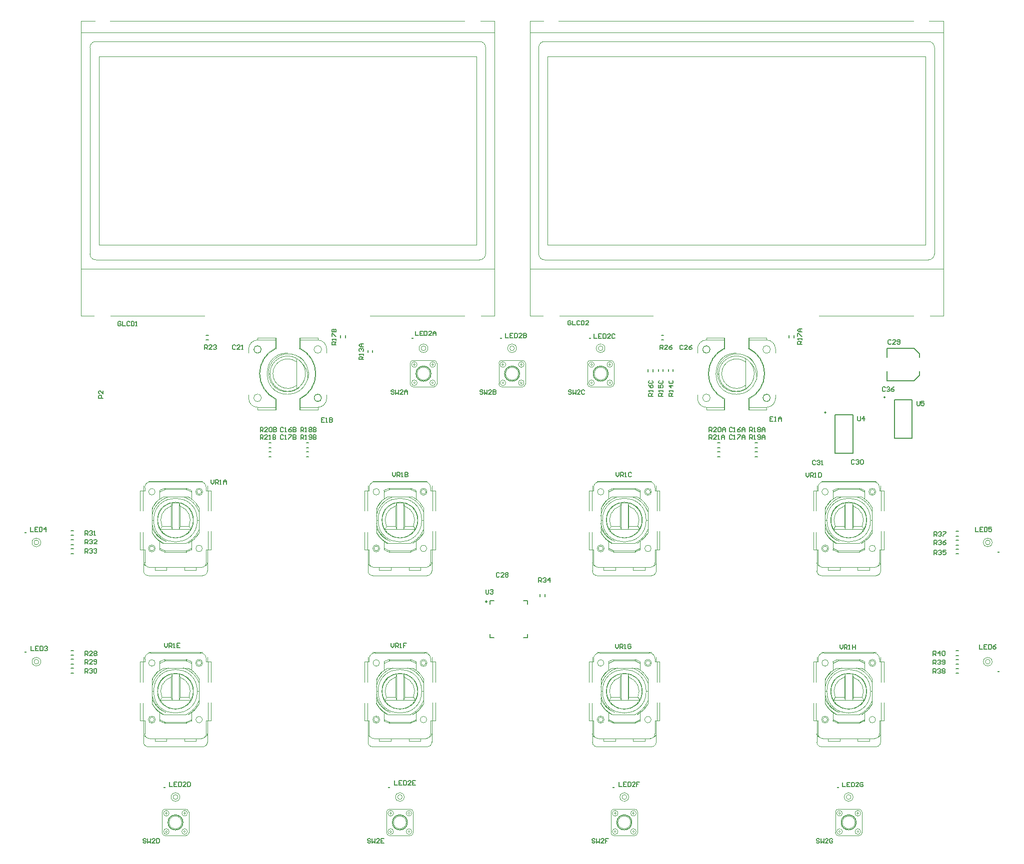
<source format=gto>
G04*
G04 #@! TF.GenerationSoftware,Altium Limited,Altium Designer,22.1.2 (22)*
G04*
G04 Layer_Color=65535*
%FSLAX44Y44*%
%MOMM*%
G71*
G04*
G04 #@! TF.SameCoordinates,E984ECC1-2850-43E0-9178-450474204A0E*
G04*
G04*
G04 #@! TF.FilePolarity,Positive*
G04*
G01*
G75*
%ADD10C,0.1000*%
%ADD11C,0.2500*%
%ADD12C,0.1270*%
%ADD13C,0.2000*%
%ADD14C,0.2032*%
%ADD15C,0.1500*%
%ADD16R,0.3810X0.2540*%
D10*
X712303Y1313157D02*
G03*
X702303Y1323157I-10000J0D01*
G01*
X52303D02*
G03*
X42303Y1313157I0J-10000D01*
G01*
X702303Y953157D02*
G03*
X712303Y963157I0J10000D01*
G01*
X42303D02*
G03*
X52303Y953157I10000J0D01*
G01*
X802303Y963157D02*
G03*
X812303Y953157I10000J0D01*
G01*
X1462303D02*
G03*
X1472303Y963157I0J10000D01*
G01*
X812303Y1323157D02*
G03*
X802303Y1313157I0J-10000D01*
G01*
X1472303D02*
G03*
X1462303Y1323157I-10000J0D01*
G01*
X1566663Y272353D02*
G03*
X1566663Y272353I-4000J0D01*
G01*
X1570069D02*
G03*
X1570069Y272353I-7405J0D01*
G01*
X1566663Y474353D02*
G03*
X1566663Y474353I-4000J0D01*
G01*
X1570069D02*
G03*
X1570069Y474353I-7405J0D01*
G01*
X-44337D02*
G03*
X-44337Y474353I-4000J0D01*
G01*
X-40931D02*
G03*
X-40931Y474353I-7405J0D01*
G01*
X-44337Y272353D02*
G03*
X-44337Y272353I-4000J0D01*
G01*
X-40931D02*
G03*
X-40931Y272353I-7405J0D01*
G01*
X150200Y512213D02*
G03*
X224200Y512213I37000J0D01*
G01*
D02*
G03*
X150200Y512213I-37000J0D01*
G01*
X217700D02*
G03*
X217700Y512213I-30500J0D01*
G01*
X161220Y497213D02*
G03*
X213181Y497213I25981J15000D01*
G01*
X181200Y541606D02*
G03*
X161220Y497213I6000J-29394D01*
G01*
X179700Y536061D02*
G03*
X164287Y502213I7500J-23849D01*
G01*
X233200Y560213D02*
G03*
X233200Y560213I-6000J0D01*
G01*
X214200Y562412D02*
G03*
X205448Y566213I-27000J-50200D01*
G01*
X213181Y497213D02*
G03*
X193200Y541606I-25981J15000D01*
G01*
X210113Y502213D02*
G03*
X194700Y536061I-22913J10000D01*
G01*
X221700Y464213D02*
G03*
X232700Y464213I5500J-0D01*
G01*
X152700Y560213D02*
G03*
X141700Y560213I-5500J-0D01*
G01*
X168952Y566213D02*
G03*
X160200Y562412I18248J-54000D01*
G01*
X153200Y464213D02*
G03*
X153200Y464213I-6000J0D01*
G01*
X143200Y464213D02*
G03*
X151185Y463863I4000J-0D01*
G01*
X231200Y560213D02*
G03*
X223216Y560562I-4000J0D01*
G01*
X223200Y560213D02*
G03*
X231185Y559863I4000J0D01*
G01*
X210658Y546933D02*
G03*
X207408Y548778I-18297J-28446D01*
G01*
X193200Y541606D02*
G03*
X181200Y541606I-6000J-29394D01*
G01*
X232700Y464213D02*
G03*
X221700Y464213I-5500J0D01*
G01*
X205383Y472712D02*
G03*
X210917Y476147I-74535J126288D01*
G01*
X205448Y458213D02*
G03*
X214200Y462013I-18248J54000D01*
G01*
X141700Y560213D02*
G03*
X152700Y560213I5500J0D01*
G01*
X175436Y551712D02*
G03*
X167228Y548006I29258J-75740D01*
G01*
X151200Y464213D02*
G03*
X143216Y464562I-4000J0D01*
G01*
X164244Y480017D02*
G03*
X167703Y477966I19835J29524D01*
G01*
X165093Y479077D02*
G03*
X171319Y476187I35650J68650D01*
G01*
X160200Y462013D02*
G03*
X168952Y458213I27000J50200D01*
G01*
X240341Y422583D02*
G03*
X240785Y423739I-5738J2862D01*
G01*
X220949Y482495D02*
G03*
X222563Y484539I-32728J27501D01*
G01*
X219206Y543845D02*
G03*
X217311Y545611I-23240J-23040D01*
G01*
X216088Y480036D02*
G03*
X225637Y493072I-25662J28815D01*
G01*
X213705Y544747D02*
G03*
X210658Y546933I-23539J-29589D01*
G01*
X151837Y484539D02*
G03*
X153451Y482495I34342J25458D01*
G01*
X151837Y484539D02*
G03*
X153451Y482495I34342J25458D01*
G01*
X157088Y545655D02*
G03*
X154731Y542956I112050J-100237D01*
G01*
X153080Y491627D02*
G03*
X164244Y480017I33898J21423D01*
G01*
X147451Y506636D02*
G03*
X149503Y498854I59012J11398D01*
G01*
X156883Y485233D02*
G03*
X159437Y482922I30732J31392D01*
G01*
X152217Y484869D02*
G03*
X153986Y482712I32234J24620D01*
G01*
X149902Y527974D02*
G03*
X148558Y523690I49118J-17776D01*
G01*
X163443Y545619D02*
G03*
X159981Y542743I21734J-29690D01*
G01*
X133616Y423739D02*
G03*
X134059Y422583I6181J1705D01*
G01*
X230766Y577012D02*
G03*
X229200Y577213I-5911J-40001D01*
G01*
X232292Y576693D02*
G03*
X230766Y577012I-3419J-12531D01*
G01*
X233738Y576139D02*
G03*
X232292Y576693I-3577J-7172D01*
G01*
X235072Y575318D02*
G03*
X233738Y576139I-5399J-7286D01*
G01*
X236271Y574284D02*
G03*
X235072Y575318I-7494J-7471D01*
G01*
X237306Y573084D02*
G03*
X236271Y574284I-8505J-6295D01*
G01*
X238127Y571750D02*
G03*
X237306Y573084I-8106J-4064D01*
G01*
X238681Y570304D02*
G03*
X238127Y571750I-7727J-2131D01*
G01*
X239200Y567213D02*
G03*
X238681Y570304I-19748J-1730D01*
G01*
X240784Y423739D02*
G03*
X241200Y426213I-15383J3857D01*
G01*
X241116Y439423D02*
G03*
X241200Y440213I-23814J2942D01*
G01*
X240980Y438648D02*
G03*
X241116Y439423I-7597J1728D01*
G01*
X240744Y437902D02*
G03*
X240980Y438649I-4472J1828D01*
G01*
X240392Y437196D02*
G03*
X240744Y437902I-4663J2767D01*
G01*
X239944Y436538D02*
G03*
X240392Y437196I-5017J3898D01*
G01*
X239419Y435940D02*
G03*
X239944Y436538I-4504J4482D01*
G01*
X238823Y435423D02*
G03*
X239419Y435940I-3250J4342D01*
G01*
X238160Y435007D02*
G03*
X238823Y435423I-2225J4289D01*
G01*
X236700Y434403D02*
G03*
X238160Y435007I-3784J11210D01*
G01*
X239040Y438960D02*
G03*
X239200Y440213I-32000J4728D01*
G01*
X238785Y437739D02*
G03*
X239040Y438960I-10025J2736D01*
G01*
X238341Y436583D02*
G03*
X238785Y437739I-5738J2862D01*
G01*
X237685Y435515D02*
G03*
X238341Y436583I-5828J4319D01*
G01*
X236857Y434556D02*
G03*
X237685Y435515I-5976J5995D01*
G01*
X235898Y433728D02*
G03*
X236857Y434556I-5035J6804D01*
G01*
X234830Y433071D02*
G03*
X235898Y433728I-3251J6485D01*
G01*
X233673Y432628D02*
G03*
X234830Y433071I-1705J6181D01*
G01*
X231200Y432212D02*
G03*
X233673Y432628I-1384J15798D01*
G01*
X233200Y418213D02*
G03*
X234453Y418373I-3476J32161D01*
G01*
D02*
G03*
X235673Y418628I-1515J10281D01*
G01*
X235673D02*
G03*
X236830Y419072I-1705J6181D01*
G01*
D02*
G03*
X237898Y419728I-3251J6485D01*
G01*
X237898Y419728D02*
G03*
X238857Y420556I-5036J6804D01*
G01*
D02*
G03*
X239685Y421515I-5977J5995D01*
G01*
X239685D02*
G03*
X240341Y422583I-5829J4319D01*
G01*
X213164Y548790D02*
G03*
X210978Y550267I-59198J-85276D01*
G01*
X215286Y547249D02*
G03*
X213164Y548790I-36985J-48685D01*
G01*
X217311Y545611D02*
G03*
X215286Y547249I-27883J-32404D01*
G01*
X220949Y541930D02*
G03*
X219206Y543845I-25054J-21054D01*
G01*
X222563Y539886D02*
G03*
X220949Y541930I-34342J-25458D01*
G01*
X224080Y537746D02*
G03*
X222563Y539886I-50632J-34272D01*
G01*
X226950Y533306D02*
G03*
X224080Y537746I-132866J-82752D01*
G01*
X216550Y542281D02*
G03*
X213705Y544747I-30621J-32456D01*
G01*
X219183Y539589D02*
G03*
X216550Y542281I-33055J-29703D01*
G01*
X221549Y536679D02*
G03*
X219183Y539589I-30501J-22378D01*
G01*
X223587Y533548D02*
G03*
X221549Y536679I-29668J-17082D01*
G01*
X226949Y526839D02*
G03*
X223587Y533548I-75897J-33837D01*
G01*
X224080Y486679D02*
G03*
X225531Y488883I-85963J58193D01*
G01*
X222563Y484539D02*
G03*
X224080Y486679I-49115J36411D01*
G01*
X225637Y493072D02*
G03*
X226949Y496035I-117614J53836D01*
G01*
X219206Y480580D02*
G03*
X220949Y482495I-23310J22968D01*
G01*
X217311Y478814D02*
G03*
X219206Y480580I-21345J24805D01*
G01*
X215287Y477176D02*
G03*
X217311Y478814I-25858J34041D01*
G01*
X213165Y475635D02*
G03*
X215287Y477176I-34863J50226D01*
G01*
X208758Y472713D02*
G03*
X213165Y475635I-84302J131885D01*
G01*
X213571Y478006D02*
G03*
X216088Y480036I-24471J32913D01*
G01*
X210917Y476147D02*
G03*
X213571Y478006I-31809J48214D01*
G01*
X203996Y550322D02*
G03*
X200502Y551712I-62315J-151508D01*
G01*
X207408Y548778D02*
G03*
X203996Y550322I-23925J-48343D01*
G01*
X167703Y477966D02*
G03*
X171319Y476188I46539J90096D01*
G01*
X167228Y548006D02*
G03*
X163443Y545619I15785J-29217D01*
G01*
X148947Y534024D02*
G03*
X148189Y532402I89631J-42857D01*
G01*
X149741Y535622D02*
G03*
X148947Y534024I52502J-27081D01*
G01*
X150590Y537185D02*
G03*
X149741Y535622I36270J-20708D01*
G01*
X151511Y538701D02*
G03*
X150590Y537185I27077J-17502D01*
G01*
X152518Y540162D02*
G03*
X151511Y538701I26189J-19120D01*
G01*
X153597Y541576D02*
G03*
X152518Y540162I32856J-26189D01*
G01*
X154731Y542956D02*
G03*
X153597Y541576I45347J-38428D01*
G01*
X151718Y532064D02*
G03*
X149902Y527974I28913J-15280D01*
G01*
X154066Y535905D02*
G03*
X151718Y532064I30143J-21068D01*
G01*
X156849Y539476D02*
G03*
X154066Y535905I32733J-28383D01*
G01*
X159981Y542743D02*
G03*
X156849Y539476I29516J-31426D01*
G01*
X148558Y523690D02*
G03*
X147452Y519309I154246J-41264D01*
G01*
X150321Y486679D02*
G03*
X151837Y484539I50632J34272D01*
G01*
X147450Y491119D02*
G03*
X150321Y486679I132867J82753D01*
G01*
X150321Y486679D02*
G03*
X151837Y484539I50632J34272D01*
G01*
X147450Y491119D02*
G03*
X150321Y486679I132867J82753D01*
G01*
X149503Y498854D02*
G03*
X153080Y491627I34449J12546D01*
G01*
X147450Y499428D02*
G03*
X148926Y496320I146543J67733D01*
G01*
Y496320D02*
G03*
X150529Y493290I47804J23340D01*
G01*
Y493290D02*
G03*
X152378Y490415I28564J16343D01*
G01*
D02*
G03*
X154514Y487731I29548J21323D01*
G01*
D02*
G03*
X156883Y485233I32663J28601D01*
G01*
X150564Y487145D02*
G03*
X152217Y484869I47928J33073D01*
G01*
X147451Y491894D02*
G03*
X150564Y487145I126804J79737D01*
G01*
X161236Y475635D02*
G03*
X163423Y474158I59198J85277D01*
G01*
X159114Y477176D02*
G03*
X161236Y475635I36985J48685D01*
G01*
X157089Y478814D02*
G03*
X159114Y477176I27883J32404D01*
G01*
X155195Y480580D02*
G03*
X157089Y478814I23241J23040D01*
G01*
X153451Y482495D02*
G03*
X155195Y480580I25054J21054D01*
G01*
X161236Y475635D02*
G03*
X163423Y474158I59198J85277D01*
G01*
X159114Y477176D02*
G03*
X161236Y475635I36985J48685D01*
G01*
X157089Y478814D02*
G03*
X159114Y477176I27883J32404D01*
G01*
X155195Y480580D02*
G03*
X157089Y478814I23241J23040D01*
G01*
X153451Y482495D02*
G03*
X155195Y480580I25054J21054D01*
G01*
X159437Y482922D02*
G03*
X162171Y480850I22985J27484D01*
G01*
X162171D02*
G03*
X165093Y479077I17898J26213D01*
G01*
X162582Y475655D02*
G03*
X164998Y474165I57361J90343D01*
G01*
X160238Y477218D02*
G03*
X162582Y475655I36023J51487D01*
G01*
X158001Y478892D02*
G03*
X160238Y477218I27323J34185D01*
G01*
X155907Y480713D02*
G03*
X158001Y478892I22925J24241D01*
G01*
X153986Y482712D02*
G03*
X155907Y480713I23320J20500D01*
G01*
X135400Y568778D02*
G03*
X135200Y567213I39999J-5910D01*
G01*
X135720Y570304D02*
G03*
X135400Y568778I12531J-3419D01*
G01*
X136274Y571750D02*
G03*
X135720Y570304I7172J-3577D01*
G01*
X137094Y573084D02*
G03*
X136274Y571750I7286J-5399D01*
G01*
X138129Y574284D02*
G03*
X137094Y573084I7471J-7494D01*
G01*
X139328Y575318D02*
G03*
X138129Y574284I6295J-8506D01*
G01*
X140663Y576139D02*
G03*
X139328Y575318I4064J-8106D01*
G01*
X142109Y576693D02*
G03*
X140663Y576139I2131J-7727D01*
G01*
X145200Y577213D02*
G03*
X142109Y576693I1730J-19747D01*
G01*
X133200Y426213D02*
G03*
X133616Y423739I15797J1383D01*
G01*
X136957Y434682D02*
G03*
X137700Y434403I8802J22322D01*
G01*
X136241Y435007D02*
G03*
X136957Y434682I3573J6923D01*
G01*
X135577Y435423D02*
G03*
X136241Y435007I2888J3872D01*
G01*
X134982Y435940D02*
G03*
X135577Y435423I3846J3823D01*
G01*
X134457Y436538D02*
G03*
X134982Y435940I5029J3884D01*
G01*
X134009Y437196D02*
G03*
X134457Y436538I5466J3241D01*
G01*
X133657Y437902D02*
G03*
X134009Y437196I5016J2061D01*
G01*
X133420Y438648D02*
G03*
X133657Y437902I4708J1082D01*
G01*
X133200Y440213D02*
G03*
X133420Y438649I11799J861D01*
G01*
X141948Y432373D02*
G03*
X143200Y432212I4728J32000D01*
G01*
X140727Y432628D02*
G03*
X141948Y432373I2735J10025D01*
G01*
X139570Y433071D02*
G03*
X140727Y432628I2862J5738D01*
G01*
X138503Y433728D02*
G03*
X139570Y433071I4319J5828D01*
G01*
X137543Y434556D02*
G03*
X138503Y433728I5995J5977D01*
G01*
X136715Y435515D02*
G03*
X137543Y434556I6805J5036D01*
G01*
X136059Y436583D02*
G03*
X136715Y435515I6485J3251D01*
G01*
X135616Y437739D02*
G03*
X136059Y436583I6181J1705D01*
G01*
X135200Y440213D02*
G03*
X135616Y437739I15797J1383D01*
G01*
X139948Y418373D02*
G03*
X141200Y418213I4729J32002D01*
G01*
X138727Y418628D02*
G03*
X139948Y418373I2736J10026D01*
G01*
X137570Y419072D02*
G03*
X138727Y418628I2862J5738D01*
G01*
X136503Y419728D02*
G03*
X137570Y419072I4319J5829D01*
G01*
X135543Y420556D02*
G03*
X136503Y419728I5995J5976D01*
G01*
X134715Y421515D02*
G03*
X135543Y420556I6804J5035D01*
G01*
X134059Y422583D02*
G03*
X134715Y421515I6485J3251D01*
G01*
X150200Y222213D02*
G03*
X224200Y222213I37000J0D01*
G01*
D02*
G03*
X150200Y222213I-37000J0D01*
G01*
X217700D02*
G03*
X217700Y222213I-30500J0D01*
G01*
X161220Y207213D02*
G03*
X213181Y207213I25981J15000D01*
G01*
X181200Y251606D02*
G03*
X161220Y207213I6000J-29394D01*
G01*
X179700Y246061D02*
G03*
X164287Y212213I7500J-23849D01*
G01*
X233200Y270212D02*
G03*
X233200Y270212I-6000J0D01*
G01*
X214200Y272412D02*
G03*
X205449Y276213I-27000J-50200D01*
G01*
X213181Y207213D02*
G03*
X193200Y251606I-25981J15000D01*
G01*
X210113Y212213D02*
G03*
X194700Y246061I-22913J10000D01*
G01*
X221700Y174213D02*
G03*
X232700Y174212I5500J-0D01*
G01*
X152700Y270212D02*
G03*
X141700Y270212I-5500J-0D01*
G01*
X168952Y276213D02*
G03*
X160200Y272412I18248J-54000D01*
G01*
X153200Y174212D02*
G03*
X153200Y174212I-6000J0D01*
G01*
X143200Y174213D02*
G03*
X151185Y173863I4000J-0D01*
G01*
X231200Y270212D02*
G03*
X223216Y270562I-4000J0D01*
G01*
X223200Y270212D02*
G03*
X231185Y269863I4000J0D01*
G01*
X210658Y256933D02*
G03*
X207408Y258778I-18297J-28446D01*
G01*
X193200Y251606D02*
G03*
X181200Y251606I-6000J-29394D01*
G01*
X232700Y174213D02*
G03*
X221700Y174212I-5500J0D01*
G01*
X205383Y182712D02*
G03*
X210917Y186147I-74535J126288D01*
G01*
X205449Y168213D02*
G03*
X214200Y172013I-18248J54000D01*
G01*
X141700Y270212D02*
G03*
X152700Y270212I5500J0D01*
G01*
X175436Y261712D02*
G03*
X167228Y258006I29258J-75740D01*
G01*
X151200Y174212D02*
G03*
X143216Y174562I-4000J0D01*
G01*
X164244Y190017D02*
G03*
X167703Y187966I19835J29524D01*
G01*
X165093Y189077D02*
G03*
X171319Y186187I35650J68650D01*
G01*
X160200Y172013D02*
G03*
X168952Y168213I27000J50200D01*
G01*
X240341Y132583D02*
G03*
X240785Y133739I-5738J2862D01*
G01*
X220950Y192495D02*
G03*
X222563Y194539I-32728J27501D01*
G01*
X219206Y253845D02*
G03*
X217311Y255611I-23240J-23040D01*
G01*
X216088Y190036D02*
G03*
X225637Y203072I-25662J28815D01*
G01*
X213705Y254746D02*
G03*
X210658Y256933I-23539J-29589D01*
G01*
X151837Y194539D02*
G03*
X153451Y192495I34342J25458D01*
G01*
X151837Y194539D02*
G03*
X153451Y192495I34342J25458D01*
G01*
X157088Y255655D02*
G03*
X154731Y252955I112050J-100237D01*
G01*
X153080Y201626D02*
G03*
X164244Y190017I33898J21423D01*
G01*
X147452Y216636D02*
G03*
X149504Y208854I59012J11398D01*
G01*
X156883Y195233D02*
G03*
X159437Y192922I30732J31392D01*
G01*
X152217Y194869D02*
G03*
X153986Y192712I32234J24620D01*
G01*
X149902Y237974D02*
G03*
X148558Y233690I49118J-17776D01*
G01*
X163443Y255618D02*
G03*
X159981Y252743I21734J-29690D01*
G01*
X133616Y133739D02*
G03*
X134059Y132583I6181J1705D01*
G01*
X230766Y287012D02*
G03*
X229200Y287213I-5911J-40001D01*
G01*
X232292Y286693D02*
G03*
X230766Y287012I-3419J-12531D01*
G01*
X233738Y286139D02*
G03*
X232292Y286693I-3577J-7172D01*
G01*
X235072Y285319D02*
G03*
X233738Y286139I-5399J-7286D01*
G01*
X236271Y284284D02*
G03*
X235072Y285319I-7494J-7471D01*
G01*
X237306Y283085D02*
G03*
X236271Y284284I-8505J-6295D01*
G01*
X238127Y281750D02*
G03*
X237306Y283085I-8106J-4064D01*
G01*
X238681Y280304D02*
G03*
X238127Y281750I-7727J-2131D01*
G01*
X239200Y277213D02*
G03*
X238681Y280304I-19748J-1730D01*
G01*
X240785Y133739D02*
G03*
X241200Y136213I-15383J3857D01*
G01*
X241116Y149423D02*
G03*
X241200Y150212I-23814J2942D01*
G01*
X240980Y148649D02*
G03*
X241116Y149423I-7597J1728D01*
G01*
X240744Y147902D02*
G03*
X240980Y148649I-4472J1828D01*
G01*
X240392Y147196D02*
G03*
X240744Y147902I-4663J2767D01*
G01*
X239944Y146538D02*
G03*
X240392Y147196I-5017J3898D01*
G01*
X239419Y145940D02*
G03*
X239944Y146538I-4504J4482D01*
G01*
X238823Y145422D02*
G03*
X239419Y145940I-3250J4342D01*
G01*
X238160Y145007D02*
G03*
X238823Y145422I-2225J4289D01*
G01*
X236700Y144403D02*
G03*
X238160Y145007I-3784J11210D01*
G01*
X239040Y148960D02*
G03*
X239200Y150212I-32000J4728D01*
G01*
X238785Y147739D02*
G03*
X239040Y148960I-10025J2736D01*
G01*
X238341Y146582D02*
G03*
X238785Y147739I-5738J2862D01*
G01*
X237685Y145515D02*
G03*
X238341Y146582I-5828J4319D01*
G01*
X236857Y144556D02*
G03*
X237685Y145515I-5976J5995D01*
G01*
X235898Y143728D02*
G03*
X236857Y144556I-5035J6804D01*
G01*
X234830Y143071D02*
G03*
X235898Y143728I-3251J6485D01*
G01*
X233673Y142628D02*
G03*
X234830Y143071I-1705J6181D01*
G01*
X231200Y142212D02*
G03*
X233673Y142628I-1384J15798D01*
G01*
X233200Y128212D02*
G03*
X234453Y128373I-3476J32161D01*
G01*
D02*
G03*
X235674Y128628I-1515J10281D01*
G01*
X235674D02*
G03*
X236830Y129071I-1705J6181D01*
G01*
D02*
G03*
X237898Y129728I-3251J6485D01*
G01*
X237898Y129728D02*
G03*
X238857Y130556I-5036J6804D01*
G01*
D02*
G03*
X239685Y131515I-5977J5995D01*
G01*
X239685D02*
G03*
X240341Y132583I-5829J4319D01*
G01*
X213165Y258790D02*
G03*
X210978Y260267I-59198J-85276D01*
G01*
X215287Y257249D02*
G03*
X213165Y258790I-36985J-48685D01*
G01*
X217311Y255611D02*
G03*
X215287Y257249I-27883J-32404D01*
G01*
X220949Y251930D02*
G03*
X219206Y253845I-25054J-21054D01*
G01*
X222563Y249886D02*
G03*
X220949Y251930I-34342J-25458D01*
G01*
X224080Y247746D02*
G03*
X222563Y249886I-50632J-34272D01*
G01*
X226950Y243306D02*
G03*
X224080Y247746I-132866J-82752D01*
G01*
X216551Y252280D02*
G03*
X213705Y254746I-30621J-32456D01*
G01*
X219183Y249589D02*
G03*
X216551Y252280I-33055J-29703D01*
G01*
X221549Y246679D02*
G03*
X219183Y249589I-30501J-22378D01*
G01*
X223587Y243547D02*
G03*
X221549Y246679I-29668J-17082D01*
G01*
X226949Y236839D02*
G03*
X223587Y243547I-75897J-33837D01*
G01*
X224080Y196679D02*
G03*
X225531Y198883I-85963J58193D01*
G01*
X222563Y194539D02*
G03*
X224080Y196679I-49115J36411D01*
G01*
X225637Y203072D02*
G03*
X226949Y206035I-117614J53836D01*
G01*
X219206Y190580D02*
G03*
X220949Y192495I-23310J22968D01*
G01*
X217311Y188814D02*
G03*
X219206Y190580I-21345J24805D01*
G01*
X215287Y187176D02*
G03*
X217311Y188814I-25858J34041D01*
G01*
X213165Y185635D02*
G03*
X215287Y187176I-34863J50226D01*
G01*
X208758Y182712D02*
G03*
X213165Y185635I-84302J131885D01*
G01*
X213571Y188006D02*
G03*
X216088Y190036I-24471J32913D01*
G01*
X210917Y186147D02*
G03*
X213571Y188006I-31809J48214D01*
G01*
X203996Y260322D02*
G03*
X200502Y261712I-62315J-151508D01*
G01*
X207408Y258778D02*
G03*
X203996Y260322I-23925J-48343D01*
G01*
X167703Y187966D02*
G03*
X171319Y186188I46539J90096D01*
G01*
X167228Y258006D02*
G03*
X163443Y255618I15785J-29217D01*
G01*
X148947Y244024D02*
G03*
X148189Y242402I89631J-42857D01*
G01*
X149741Y245622D02*
G03*
X148947Y244024I52502J-27081D01*
G01*
X150590Y247185D02*
G03*
X149741Y245622I36270J-20708D01*
G01*
X151511Y248701D02*
G03*
X150590Y247185I27077J-17502D01*
G01*
X152518Y250162D02*
G03*
X151511Y248701I26189J-19120D01*
G01*
X153597Y251576D02*
G03*
X152518Y250162I32856J-26189D01*
G01*
X154731Y252955D02*
G03*
X153597Y251576I45347J-38428D01*
G01*
X151718Y242064D02*
G03*
X149902Y237974I28913J-15280D01*
G01*
X154066Y245905D02*
G03*
X151718Y242064I30143J-21068D01*
G01*
X156849Y249475D02*
G03*
X154066Y245905I32733J-28383D01*
G01*
X159981Y252743D02*
G03*
X156849Y249475I29516J-31426D01*
G01*
X148558Y233690D02*
G03*
X147452Y229309I154246J-41264D01*
G01*
X150321Y196679D02*
G03*
X151837Y194539I50632J34272D01*
G01*
X147450Y201119D02*
G03*
X150321Y196679I132867J82753D01*
G01*
X150321Y196679D02*
G03*
X151837Y194539I50632J34272D01*
G01*
X147450Y201119D02*
G03*
X150321Y196679I132867J82753D01*
G01*
X149504Y208854D02*
G03*
X153080Y201626I34449J12546D01*
G01*
X147450Y209428D02*
G03*
X148927Y206320I146543J67733D01*
G01*
Y206320D02*
G03*
X150529Y203290I47804J23340D01*
G01*
Y203290D02*
G03*
X152378Y200415I28564J16343D01*
G01*
D02*
G03*
X154514Y197731I29548J21323D01*
G01*
D02*
G03*
X156883Y195233I32663J28601D01*
G01*
X150564Y197145D02*
G03*
X152217Y194869I47928J33073D01*
G01*
X147451Y201894D02*
G03*
X150564Y197145I126804J79737D01*
G01*
X161236Y185635D02*
G03*
X163423Y184158I59198J85277D01*
G01*
X159114Y187176D02*
G03*
X161236Y185635I36985J48685D01*
G01*
X157089Y188814D02*
G03*
X159114Y187176I27883J32404D01*
G01*
X155195Y190580D02*
G03*
X157089Y188814I23241J23040D01*
G01*
X153451Y192495D02*
G03*
X155195Y190580I25054J21054D01*
G01*
X161236Y185635D02*
G03*
X163423Y184158I59198J85277D01*
G01*
X159114Y187176D02*
G03*
X161236Y185635I36985J48685D01*
G01*
X157089Y188814D02*
G03*
X159114Y187176I27883J32404D01*
G01*
X155195Y190580D02*
G03*
X157089Y188814I23241J23040D01*
G01*
X153451Y192495D02*
G03*
X155195Y190580I25054J21054D01*
G01*
X159437Y192922D02*
G03*
X162171Y190850I22985J27484D01*
G01*
X162171D02*
G03*
X165093Y189077I17898J26213D01*
G01*
X162582Y185655D02*
G03*
X164998Y184165I57361J90343D01*
G01*
X160238Y187218D02*
G03*
X162582Y185655I36023J51487D01*
G01*
X158001Y188892D02*
G03*
X160238Y187218I27323J34185D01*
G01*
X155907Y190713D02*
G03*
X158001Y188892I22925J24241D01*
G01*
X153986Y192712D02*
G03*
X155907Y190713I23320J20500D01*
G01*
X135400Y278778D02*
G03*
X135200Y277213I39999J-5910D01*
G01*
X135720Y280304D02*
G03*
X135400Y278778I12531J-3419D01*
G01*
X136274Y281750D02*
G03*
X135720Y280304I7172J-3577D01*
G01*
X137094Y283085D02*
G03*
X136274Y281750I7286J-5399D01*
G01*
X138129Y284284D02*
G03*
X137094Y283085I7471J-7494D01*
G01*
X139328Y285319D02*
G03*
X138129Y284284I6295J-8506D01*
G01*
X140663Y286139D02*
G03*
X139328Y285319I4064J-8106D01*
G01*
X142109Y286693D02*
G03*
X140663Y286139I2131J-7727D01*
G01*
X145200Y287213D02*
G03*
X142109Y286693I1730J-19747D01*
G01*
X133200Y136213D02*
G03*
X133616Y133739I15797J1383D01*
G01*
X136957Y144682D02*
G03*
X137700Y144403I8802J22322D01*
G01*
X136241Y145007D02*
G03*
X136957Y144682I3573J6923D01*
G01*
X135577Y145422D02*
G03*
X136241Y145007I2888J3872D01*
G01*
X134982Y145940D02*
G03*
X135577Y145422I3846J3823D01*
G01*
X134457Y146538D02*
G03*
X134982Y145940I5029J3884D01*
G01*
X134009Y147196D02*
G03*
X134457Y146538I5466J3241D01*
G01*
X133657Y147902D02*
G03*
X134009Y147196I5016J2061D01*
G01*
X133420Y148649D02*
G03*
X133657Y147902I4708J1082D01*
G01*
X133200Y150212D02*
G03*
X133420Y148649I11799J861D01*
G01*
X141948Y142373D02*
G03*
X143200Y142212I4728J32000D01*
G01*
X140727Y142628D02*
G03*
X141948Y142373I2735J10025D01*
G01*
X139570Y143071D02*
G03*
X140727Y142628I2862J5738D01*
G01*
X138503Y143728D02*
G03*
X139570Y143071I4319J5828D01*
G01*
X137543Y144556D02*
G03*
X138503Y143728I5995J5977D01*
G01*
X136716Y145515D02*
G03*
X137543Y144556I6805J5036D01*
G01*
X136059Y146582D02*
G03*
X136716Y145515I6485J3251D01*
G01*
X135616Y147739D02*
G03*
X136059Y146582I6181J1705D01*
G01*
X135200Y150212D02*
G03*
X135616Y147739I15797J1383D01*
G01*
X139948Y128373D02*
G03*
X141200Y128212I4729J32002D01*
G01*
X138727Y128628D02*
G03*
X139948Y128373I2736J10026D01*
G01*
X137570Y129071D02*
G03*
X138727Y128628I2862J5738D01*
G01*
X136503Y129728D02*
G03*
X137570Y129071I4319J5829D01*
G01*
X135543Y130556D02*
G03*
X136503Y129728I5995J5976D01*
G01*
X134715Y131515D02*
G03*
X135543Y130556I6804J5035D01*
G01*
X134059Y132583D02*
G03*
X134715Y131515I6485J3251D01*
G01*
X176414Y-15500D02*
G03*
X176414Y-15500I-4750J0D01*
G01*
X173414D02*
G03*
X173414Y-15500I-1750J0D01*
G01*
X176414Y15500D02*
G03*
X176414Y15500I-4750J0D01*
G01*
X173414D02*
G03*
X173414Y15500I-1750J0D01*
G01*
X207414Y-15500D02*
G03*
X207414Y-15500I-4750J0D01*
G01*
X204414D02*
G03*
X204414Y-15500I-1750J0D01*
G01*
X207414Y15500D02*
G03*
X207414Y15500I-4750J0D01*
G01*
X204414D02*
G03*
X204414Y15500I-1750J0D01*
G01*
X187164Y12500D02*
G03*
X189528Y12783I0J10000D01*
G01*
X184801D02*
G03*
X187164Y12500I2363J9717D01*
G01*
X164664Y-17500D02*
G03*
X169664Y-22500I5000J0D01*
G01*
Y22500D02*
G03*
X164664Y17500I0J-5000D01*
G01*
X204664Y-22500D02*
G03*
X209664Y-17500I0J5000D01*
G01*
X200164Y-0D02*
G03*
X200164Y-0I-13000J0D01*
G01*
X199664D02*
G03*
X199664Y-0I-12500J0D01*
G01*
X199421D02*
G03*
X199421Y-0I-12257J0D01*
G01*
X197922Y-0D02*
G03*
X197922Y-0I-10757J0D01*
G01*
X209664Y17500D02*
G03*
X204664Y22500I-5000J0D01*
G01*
X194569Y43000D02*
G03*
X194569Y43000I-7405J0D01*
G01*
X191163D02*
G03*
X191163Y43000I-4000J0D01*
G01*
X401737Y735426D02*
G03*
X404764Y738802I-25147J25590D01*
G01*
X398318Y732463D02*
G03*
X401737Y735426I-20954J27639D01*
G01*
X390491Y727906D02*
G03*
X394597Y729883I-9602J25193D01*
G01*
X386138Y726604D02*
G03*
X390491Y727906I-6650J30165D01*
G01*
X381358Y729785D02*
G03*
X388769Y731970I-6299J35023D01*
G01*
X392163Y734366D02*
G03*
X394748Y736164I-66541J98399D01*
G01*
X394748Y736164D02*
G03*
X397219Y738087I-22656J31669D01*
G01*
X409193Y746652D02*
G03*
X410863Y750897I-122096J50492D01*
G01*
X399465Y740254D02*
G03*
X401437Y742695I-20014J18182D01*
G01*
Y742695D02*
G03*
X403144Y745347I-25844J18511D01*
G01*
X403144D02*
G03*
X404587Y748151I-27510J15930D01*
G01*
X404587Y748151D02*
G03*
X405715Y751079I-24626J11169D01*
G01*
D02*
G03*
X406469Y754108I-23109J7358D01*
G01*
X346102Y752731D02*
G03*
X348763Y745590I27125J6039D01*
G01*
X402011Y777242D02*
G03*
X400359Y778592I-20845J-23809D01*
G01*
X403502Y775721D02*
G03*
X402011Y777242I-12937J-11190D01*
G01*
X404827Y774039D02*
G03*
X403502Y775721I-18921J-13538D01*
G01*
X406025Y772252D02*
G03*
X404827Y774039I-29810J-18692D01*
G01*
X407121Y770404D02*
G03*
X406025Y772252I-33396J-18562D01*
G01*
X408094Y768500D02*
G03*
X407121Y770404I-27825J-13022D01*
G01*
X408916Y766534D02*
G03*
X408094Y768500I-23983J-8873D01*
G01*
X409576Y764507D02*
G03*
X408916Y766534I-28529J-8175D01*
G01*
X406898Y763484D02*
G03*
X406469Y766585I-38755J-3786D01*
G01*
X406469D02*
G03*
X405715Y769614I-23863J-4329D01*
G01*
D02*
G03*
X404587Y772542I-25754J-8242D01*
G01*
X404587Y772542D02*
G03*
X403144Y775347I-28953J-13126D01*
G01*
X403144D02*
G03*
X401437Y777999I-27551J-15859D01*
G01*
X401437Y777999D02*
G03*
X399465Y780439I-21985J-15742D01*
G01*
X399317Y787207D02*
G03*
X397810Y788172I-17368J-25472D01*
G01*
X400733Y786152D02*
G03*
X399317Y787207I-13352J-16454D01*
G01*
X402030Y784977D02*
G03*
X400733Y786152I-11399J-11273D01*
G01*
X403188Y783665D02*
G03*
X402030Y784977I-13070J-10373D01*
G01*
X404231Y782237D02*
G03*
X403188Y783665I-18358J-12313D01*
G01*
X397219Y782607D02*
G03*
X392163Y786327I-37369J-45482D01*
G01*
X428163Y703347D02*
G03*
X443163Y718347I0J15000D01*
G01*
X311163D02*
G03*
X326163Y703347I15000J0D01*
G01*
X394597Y729883D02*
G03*
X398318Y732463I-25350J40526D01*
G01*
X377163Y725347D02*
G03*
X386138Y726604I-5811J74138D01*
G01*
X397810Y788171D02*
G03*
X396243Y789076I-27339J-45556D01*
G01*
X443163Y802347D02*
G03*
X428163Y817347I-15000J0D01*
G01*
X326163Y817347D02*
G03*
X311163Y802347I0J-15000D01*
G01*
X434163Y719347D02*
G03*
X434163Y719347I-6000J0D01*
G01*
X434663D02*
G03*
X434663Y719347I-6500J0D01*
G01*
X404764Y738802D02*
G03*
X409193Y746652I-25939J19811D01*
G01*
X332663Y719347D02*
G03*
X332663Y719347I-6500J0D01*
G01*
X434663Y801347D02*
G03*
X434663Y801347I-6500J0D01*
G01*
X405188Y780722D02*
G03*
X404231Y782237I-27667J-16404D01*
G01*
X406955Y777547D02*
G03*
X405188Y780722I-74135J-39202D01*
G01*
X410610Y760347D02*
G03*
X409576Y764507I-73678J-16094D01*
G01*
X407163Y760347D02*
G03*
X406898Y763484I-118488J-8427D01*
G01*
X406469Y754108D02*
G03*
X407163Y760347I-58074J9622D01*
G01*
X344786Y760347D02*
G03*
X346102Y752731I83466J10507D01*
G01*
X332163Y801347D02*
G03*
X332163Y801347I-6000J0D01*
G01*
X332663D02*
G03*
X332663Y801347I-6500J0D01*
G01*
X388769Y731970D02*
G03*
X400358Y741716I-6601J19612D01*
G01*
X397219Y738087D02*
G03*
X399465Y740254I-15680J18501D01*
G01*
X348763Y745590D02*
G03*
X381358Y729785I27526J15253D01*
G01*
X399465Y780439D02*
G03*
X397219Y782607I-17926J-16334D01*
G01*
X357177Y786822D02*
G03*
X344786Y760347I19904J-25452D01*
G01*
X411788Y765403D02*
G03*
X357177Y786822I-33640J-5440D01*
G01*
X392163Y780347D02*
G03*
X392163Y740347I-15000J-20000D01*
G01*
X392163Y786327D02*
G03*
X392163Y734366I-15000J-25981D01*
G01*
X398163Y717184D02*
G03*
X398163Y803509I-21000J43162D01*
G01*
X397163Y717814D02*
G03*
X397163Y802879I-20000J42532D01*
G01*
X356163Y803509D02*
G03*
X356163Y717184I21000J-43162D01*
G01*
X357163Y802879D02*
G03*
X357163Y717814I20000J-42532D01*
G01*
X377163Y795347D02*
G03*
X377163Y725347I0J-35000D01*
G01*
X530200Y222213D02*
G03*
X604200Y222213I37000J0D01*
G01*
D02*
G03*
X530200Y222213I-37000J0D01*
G01*
X597700D02*
G03*
X597700Y222213I-30500J0D01*
G01*
X541219Y207213D02*
G03*
X593181Y207213I25981J15000D01*
G01*
X561200Y251606D02*
G03*
X541219Y207213I6000J-29394D01*
G01*
X559700Y246061D02*
G03*
X544287Y212213I7500J-23849D01*
G01*
X613200Y270212D02*
G03*
X613200Y270212I-6000J0D01*
G01*
X594200Y272412D02*
G03*
X585448Y276213I-27000J-50200D01*
G01*
X593181Y207213D02*
G03*
X573200Y251606I-25981J15000D01*
G01*
X590113Y212213D02*
G03*
X574700Y246061I-22913J10000D01*
G01*
X601700Y174213D02*
G03*
X612700Y174212I5500J-0D01*
G01*
X532700Y270212D02*
G03*
X521700Y270212I-5500J-0D01*
G01*
X548952Y276213D02*
G03*
X540200Y272412I18248J-54000D01*
G01*
X533200Y174212D02*
G03*
X533200Y174212I-6000J0D01*
G01*
X523200Y174213D02*
G03*
X531185Y173863I4000J-0D01*
G01*
X611200Y270212D02*
G03*
X603216Y270562I-4000J0D01*
G01*
X603200Y270212D02*
G03*
X611185Y269863I4000J0D01*
G01*
X590658Y256933D02*
G03*
X587408Y258778I-18297J-28446D01*
G01*
X573200Y251606D02*
G03*
X561200Y251606I-6000J-29394D01*
G01*
X612700Y174213D02*
G03*
X601700Y174212I-5500J0D01*
G01*
X585383Y182712D02*
G03*
X590917Y186147I-74535J126288D01*
G01*
X585448Y168213D02*
G03*
X594200Y172013I-18248J54000D01*
G01*
X521700Y270212D02*
G03*
X532700Y270212I5500J0D01*
G01*
X555436Y261712D02*
G03*
X547228Y258006I29258J-75740D01*
G01*
X531200Y174212D02*
G03*
X523215Y174562I-4000J0D01*
G01*
X544244Y190017D02*
G03*
X547703Y187966I19835J29524D01*
G01*
X545093Y189077D02*
G03*
X551319Y186187I35650J68650D01*
G01*
X540200Y172013D02*
G03*
X548952Y168213I27000J50200D01*
G01*
X620341Y132583D02*
G03*
X620785Y133739I-5738J2862D01*
G01*
X600950Y192495D02*
G03*
X602563Y194539I-32728J27501D01*
G01*
X599206Y253845D02*
G03*
X597311Y255611I-23240J-23040D01*
G01*
X596088Y190036D02*
G03*
X605637Y203072I-25662J28815D01*
G01*
X593705Y254746D02*
G03*
X590658Y256933I-23539J-29589D01*
G01*
X531837Y194539D02*
G03*
X533451Y192495I34342J25458D01*
G01*
X531837Y194539D02*
G03*
X533451Y192495I34342J25458D01*
G01*
X537088Y255655D02*
G03*
X534730Y252955I112050J-100237D01*
G01*
X533080Y201626D02*
G03*
X544244Y190017I33898J21423D01*
G01*
X527452Y216636D02*
G03*
X529504Y208854I59012J11398D01*
G01*
X536883Y195233D02*
G03*
X539437Y192922I30732J31392D01*
G01*
X532217Y194869D02*
G03*
X533985Y192712I32234J24620D01*
G01*
X529902Y237974D02*
G03*
X528558Y233690I49118J-17776D01*
G01*
X543443Y255618D02*
G03*
X539981Y252743I21734J-29690D01*
G01*
X513616Y133739D02*
G03*
X514059Y132583I6181J1705D01*
G01*
X610766Y287012D02*
G03*
X609200Y287213I-5911J-40001D01*
G01*
X612292Y286693D02*
G03*
X610766Y287012I-3419J-12531D01*
G01*
X613738Y286139D02*
G03*
X612292Y286693I-3577J-7172D01*
G01*
X615072Y285319D02*
G03*
X613738Y286139I-5399J-7286D01*
G01*
X616271Y284284D02*
G03*
X615072Y285319I-7494J-7471D01*
G01*
X617306Y283085D02*
G03*
X616271Y284284I-8505J-6295D01*
G01*
X618127Y281750D02*
G03*
X617306Y283085I-8106J-4064D01*
G01*
X618681Y280304D02*
G03*
X618127Y281750I-7727J-2131D01*
G01*
X619200Y277213D02*
G03*
X618681Y280304I-19748J-1730D01*
G01*
X620784Y133739D02*
G03*
X621200Y136213I-15383J3857D01*
G01*
X621116Y149423D02*
G03*
X621200Y150212I-23814J2942D01*
G01*
X620980Y148649D02*
G03*
X621116Y149423I-7597J1728D01*
G01*
X620744Y147902D02*
G03*
X620980Y148649I-4472J1828D01*
G01*
X620392Y147196D02*
G03*
X620744Y147902I-4663J2767D01*
G01*
X619944Y146538D02*
G03*
X620392Y147196I-5017J3898D01*
G01*
X619419Y145940D02*
G03*
X619944Y146538I-4504J4482D01*
G01*
X618823Y145422D02*
G03*
X619419Y145940I-3250J4342D01*
G01*
X618160Y145007D02*
G03*
X618823Y145422I-2225J4289D01*
G01*
X616700Y144403D02*
G03*
X618160Y145007I-3784J11210D01*
G01*
X619040Y148960D02*
G03*
X619200Y150212I-32000J4728D01*
G01*
X618785Y147739D02*
G03*
X619040Y148960I-10025J2736D01*
G01*
X618341Y146582D02*
G03*
X618785Y147739I-5738J2862D01*
G01*
X617685Y145515D02*
G03*
X618341Y146582I-5828J4319D01*
G01*
X616857Y144556D02*
G03*
X617685Y145515I-5976J5995D01*
G01*
X615898Y143728D02*
G03*
X616857Y144556I-5035J6804D01*
G01*
X614830Y143071D02*
G03*
X615898Y143728I-3251J6485D01*
G01*
X613674Y142628D02*
G03*
X614830Y143071I-1705J6181D01*
G01*
X611200Y142212D02*
G03*
X613674Y142628I-1384J15798D01*
G01*
X613200Y128212D02*
G03*
X614453Y128373I-3476J32161D01*
G01*
D02*
G03*
X615673Y128628I-1515J10281D01*
G01*
X615673D02*
G03*
X616830Y129071I-1705J6181D01*
G01*
D02*
G03*
X617898Y129728I-3251J6485D01*
G01*
X617898Y129728D02*
G03*
X618857Y130556I-5036J6804D01*
G01*
D02*
G03*
X619685Y131515I-5977J5995D01*
G01*
X619685D02*
G03*
X620341Y132583I-5829J4319D01*
G01*
X593164Y258790D02*
G03*
X590978Y260267I-59198J-85276D01*
G01*
X595286Y257249D02*
G03*
X593164Y258790I-36985J-48685D01*
G01*
X597311Y255611D02*
G03*
X595286Y257249I-27883J-32404D01*
G01*
X600950Y251930D02*
G03*
X599206Y253845I-25054J-21054D01*
G01*
X602563Y249886D02*
G03*
X600950Y251930I-34342J-25458D01*
G01*
X604080Y247746D02*
G03*
X602563Y249886I-50632J-34272D01*
G01*
X606950Y243306D02*
G03*
X604080Y247746I-132866J-82752D01*
G01*
X596550Y252280D02*
G03*
X593705Y254746I-30621J-32456D01*
G01*
X599183Y249589D02*
G03*
X596550Y252280I-33055J-29703D01*
G01*
X601549Y246679D02*
G03*
X599183Y249589I-30501J-22378D01*
G01*
X603587Y243547D02*
G03*
X601549Y246679I-29668J-17082D01*
G01*
X606949Y236839D02*
G03*
X603587Y243547I-75897J-33837D01*
G01*
X604080Y196679D02*
G03*
X605531Y198883I-85963J58193D01*
G01*
X602563Y194539D02*
G03*
X604080Y196679I-49115J36411D01*
G01*
X605637Y203072D02*
G03*
X606949Y206035I-117614J53836D01*
G01*
X599206Y190580D02*
G03*
X600950Y192495I-23310J22968D01*
G01*
X597311Y188814D02*
G03*
X599206Y190580I-21345J24805D01*
G01*
X595286Y187176D02*
G03*
X597311Y188814I-25858J34041D01*
G01*
X593164Y185635D02*
G03*
X595286Y187176I-34863J50226D01*
G01*
X588758Y182712D02*
G03*
X593164Y185635I-84302J131885D01*
G01*
X593571Y188006D02*
G03*
X596088Y190036I-24471J32913D01*
G01*
X590917Y186147D02*
G03*
X593571Y188006I-31809J48214D01*
G01*
X583996Y260322D02*
G03*
X580502Y261712I-62315J-151508D01*
G01*
X587408Y258778D02*
G03*
X583996Y260322I-23925J-48343D01*
G01*
X547703Y187966D02*
G03*
X551319Y186188I46539J90096D01*
G01*
X547228Y258006D02*
G03*
X543443Y255618I15785J-29217D01*
G01*
X528947Y244024D02*
G03*
X528189Y242402I89631J-42857D01*
G01*
X529741Y245622D02*
G03*
X528947Y244024I52502J-27081D01*
G01*
X530590Y247185D02*
G03*
X529741Y245622I36270J-20708D01*
G01*
X531511Y248701D02*
G03*
X530590Y247185I27077J-17502D01*
G01*
X532518Y250162D02*
G03*
X531511Y248701I26189J-19120D01*
G01*
X533597Y251576D02*
G03*
X532518Y250162I32856J-26189D01*
G01*
X534730Y252955D02*
G03*
X533597Y251576I45347J-38428D01*
G01*
X531718Y242064D02*
G03*
X529902Y237974I28913J-15280D01*
G01*
X534066Y245905D02*
G03*
X531718Y242064I30143J-21068D01*
G01*
X536849Y249475D02*
G03*
X534066Y245905I32733J-28383D01*
G01*
X539981Y252743D02*
G03*
X536849Y249475I29516J-31426D01*
G01*
X528558Y233690D02*
G03*
X527452Y229309I154246J-41264D01*
G01*
X530321Y196679D02*
G03*
X531837Y194539I50632J34272D01*
G01*
X527450Y201119D02*
G03*
X530321Y196679I132867J82753D01*
G01*
X530321Y196679D02*
G03*
X531837Y194539I50632J34272D01*
G01*
X527450Y201119D02*
G03*
X530321Y196679I132867J82753D01*
G01*
X529504Y208854D02*
G03*
X533080Y201626I34449J12546D01*
G01*
X527450Y209428D02*
G03*
X528927Y206320I146543J67733D01*
G01*
Y206320D02*
G03*
X530529Y203290I47804J23340D01*
G01*
Y203290D02*
G03*
X532378Y200415I28564J16343D01*
G01*
D02*
G03*
X534514Y197731I29548J21323D01*
G01*
D02*
G03*
X536883Y195233I32663J28601D01*
G01*
X530564Y197145D02*
G03*
X532217Y194869I47928J33073D01*
G01*
X527450Y201894D02*
G03*
X530564Y197145I126804J79737D01*
G01*
X541236Y185635D02*
G03*
X543423Y184158I59198J85277D01*
G01*
X539114Y187176D02*
G03*
X541236Y185635I36985J48685D01*
G01*
X537089Y188814D02*
G03*
X539114Y187176I27883J32404D01*
G01*
X535195Y190580D02*
G03*
X537089Y188814I23241J23040D01*
G01*
X533451Y192495D02*
G03*
X535195Y190580I25054J21054D01*
G01*
X541236Y185635D02*
G03*
X543423Y184158I59198J85277D01*
G01*
X539114Y187176D02*
G03*
X541236Y185635I36985J48685D01*
G01*
X537089Y188814D02*
G03*
X539114Y187176I27883J32404D01*
G01*
X535195Y190580D02*
G03*
X537089Y188814I23241J23040D01*
G01*
X533451Y192495D02*
G03*
X535195Y190580I25054J21054D01*
G01*
X539437Y192922D02*
G03*
X542171Y190850I22985J27484D01*
G01*
X542171D02*
G03*
X545093Y189077I17898J26213D01*
G01*
X542582Y185655D02*
G03*
X544998Y184165I57361J90343D01*
G01*
X540238Y187218D02*
G03*
X542582Y185655I36023J51487D01*
G01*
X538001Y188892D02*
G03*
X540238Y187218I27323J34185D01*
G01*
X535907Y190713D02*
G03*
X538001Y188892I22925J24241D01*
G01*
X533985Y192712D02*
G03*
X535907Y190713I23320J20500D01*
G01*
X515401Y278778D02*
G03*
X515200Y277213I39999J-5910D01*
G01*
X515720Y280304D02*
G03*
X515401Y278778I12531J-3419D01*
G01*
X516274Y281750D02*
G03*
X515720Y280304I7172J-3577D01*
G01*
X517094Y283085D02*
G03*
X516274Y281750I7286J-5399D01*
G01*
X518129Y284284D02*
G03*
X517094Y283085I7471J-7494D01*
G01*
X519328Y285319D02*
G03*
X518129Y284284I6295J-8506D01*
G01*
X520663Y286139D02*
G03*
X519328Y285319I4064J-8106D01*
G01*
X522109Y286693D02*
G03*
X520663Y286139I2131J-7727D01*
G01*
X525200Y287213D02*
G03*
X522109Y286693I1730J-19747D01*
G01*
X513200Y136213D02*
G03*
X513616Y133739I15797J1383D01*
G01*
X516957Y144682D02*
G03*
X517700Y144403I8802J22322D01*
G01*
X516241Y145007D02*
G03*
X516957Y144682I3573J6923D01*
G01*
X515577Y145422D02*
G03*
X516241Y145007I2888J3872D01*
G01*
X514982Y145940D02*
G03*
X515577Y145422I3846J3823D01*
G01*
X514457Y146538D02*
G03*
X514982Y145940I5029J3884D01*
G01*
X514009Y147196D02*
G03*
X514457Y146538I5466J3241D01*
G01*
X513657Y147902D02*
G03*
X514009Y147196I5016J2061D01*
G01*
X513420Y148649D02*
G03*
X513657Y147902I4708J1082D01*
G01*
X513200Y150212D02*
G03*
X513420Y148649I11799J861D01*
G01*
X521948Y142373D02*
G03*
X523200Y142212I4728J32000D01*
G01*
X520727Y142628D02*
G03*
X521948Y142373I2735J10025D01*
G01*
X519570Y143071D02*
G03*
X520727Y142628I2862J5738D01*
G01*
X518503Y143728D02*
G03*
X519570Y143071I4319J5828D01*
G01*
X517543Y144556D02*
G03*
X518503Y143728I5995J5977D01*
G01*
X516716Y145515D02*
G03*
X517543Y144556I6805J5036D01*
G01*
X516059Y146582D02*
G03*
X516716Y145515I6485J3251D01*
G01*
X515616Y147739D02*
G03*
X516059Y146582I6181J1705D01*
G01*
X515200Y150212D02*
G03*
X515616Y147739I15797J1383D01*
G01*
X519948Y128373D02*
G03*
X521200Y128212I4729J32002D01*
G01*
X518727Y128628D02*
G03*
X519948Y128373I2736J10026D01*
G01*
X517570Y129071D02*
G03*
X518727Y128628I2862J5738D01*
G01*
X516503Y129728D02*
G03*
X517570Y129071I4319J5829D01*
G01*
X515543Y130556D02*
G03*
X516503Y129728I5995J5976D01*
G01*
X514715Y131515D02*
G03*
X515543Y130556I6804J5035D01*
G01*
X514059Y132583D02*
G03*
X514715Y131515I6485J3251D01*
G01*
X530200Y512213D02*
G03*
X604200Y512213I37000J0D01*
G01*
D02*
G03*
X530200Y512213I-37000J0D01*
G01*
X597700D02*
G03*
X597700Y512213I-30500J0D01*
G01*
X541219Y497213D02*
G03*
X593181Y497213I25981J15000D01*
G01*
X561200Y541606D02*
G03*
X541219Y497213I6000J-29394D01*
G01*
X559700Y536061D02*
G03*
X544287Y502213I7500J-23849D01*
G01*
X613200Y560213D02*
G03*
X613200Y560213I-6000J0D01*
G01*
X594200Y562412D02*
G03*
X585448Y566213I-27000J-50200D01*
G01*
X593181Y497213D02*
G03*
X573200Y541606I-25981J15000D01*
G01*
X590113Y502213D02*
G03*
X574700Y536061I-22913J10000D01*
G01*
X601700Y464213D02*
G03*
X612700Y464213I5500J-0D01*
G01*
X532700Y560213D02*
G03*
X521700Y560213I-5500J-0D01*
G01*
X548952Y566213D02*
G03*
X540200Y562412I18248J-54000D01*
G01*
X533200Y464213D02*
G03*
X533200Y464213I-6000J0D01*
G01*
X523200Y464213D02*
G03*
X531185Y463863I4000J-0D01*
G01*
X611200Y560213D02*
G03*
X603215Y560562I-4000J0D01*
G01*
X603200Y560213D02*
G03*
X611185Y559863I4000J0D01*
G01*
X590657Y546933D02*
G03*
X587408Y548778I-18297J-28446D01*
G01*
X573200Y541606D02*
G03*
X561200Y541606I-6000J-29394D01*
G01*
X612700Y464213D02*
G03*
X601700Y464213I-5500J0D01*
G01*
X585383Y472712D02*
G03*
X590917Y476147I-74535J126288D01*
G01*
X585448Y458213D02*
G03*
X594200Y462013I-18248J54000D01*
G01*
X521700Y560213D02*
G03*
X532700Y560213I5500J0D01*
G01*
X555435Y551712D02*
G03*
X547228Y548006I29258J-75740D01*
G01*
X531200Y464213D02*
G03*
X523215Y464562I-4000J0D01*
G01*
X544244Y480017D02*
G03*
X547703Y477966I19835J29524D01*
G01*
X545093Y479077D02*
G03*
X551319Y476187I35650J68650D01*
G01*
X540200Y462013D02*
G03*
X548952Y458213I27000J50200D01*
G01*
X620341Y422583D02*
G03*
X620784Y423739I-5738J2862D01*
G01*
X600950Y482495D02*
G03*
X602563Y484539I-32728J27501D01*
G01*
X599206Y543845D02*
G03*
X597311Y545611I-23240J-23040D01*
G01*
X596087Y480036D02*
G03*
X605637Y493072I-25662J28815D01*
G01*
X593705Y544747D02*
G03*
X590657Y546933I-23539J-29589D01*
G01*
X531837Y484539D02*
G03*
X533451Y482495I34342J25458D01*
G01*
X531837Y484539D02*
G03*
X533451Y482495I34342J25458D01*
G01*
X537088Y545655D02*
G03*
X534730Y542956I112050J-100237D01*
G01*
X533080Y491627D02*
G03*
X544244Y480017I33898J21423D01*
G01*
X527452Y506636D02*
G03*
X529504Y498854I59012J11398D01*
G01*
X536883Y485233D02*
G03*
X539437Y482922I30732J31392D01*
G01*
X532217Y484869D02*
G03*
X533985Y482712I32234J24620D01*
G01*
X529902Y527974D02*
G03*
X528557Y523690I49118J-17776D01*
G01*
X543443Y545619D02*
G03*
X539981Y542743I21734J-29690D01*
G01*
X513616Y423739D02*
G03*
X514059Y422583I6181J1705D01*
G01*
X610766Y577012D02*
G03*
X609200Y577213I-5911J-40001D01*
G01*
X612292Y576693D02*
G03*
X610766Y577012I-3419J-12531D01*
G01*
X613738Y576139D02*
G03*
X612292Y576693I-3577J-7172D01*
G01*
X615072Y575318D02*
G03*
X613738Y576139I-5399J-7286D01*
G01*
X616271Y574284D02*
G03*
X615072Y575318I-7494J-7471D01*
G01*
X617306Y573084D02*
G03*
X616271Y574284I-8505J-6295D01*
G01*
X618127Y571750D02*
G03*
X617306Y573084I-8106J-4064D01*
G01*
X618681Y570304D02*
G03*
X618127Y571750I-7727J-2131D01*
G01*
X619200Y567213D02*
G03*
X618681Y570304I-19748J-1730D01*
G01*
X620784Y423739D02*
G03*
X621200Y426213I-15383J3857D01*
G01*
X621116Y439423D02*
G03*
X621200Y440213I-23814J2942D01*
G01*
X620980Y438648D02*
G03*
X621116Y439423I-7597J1728D01*
G01*
X620744Y437902D02*
G03*
X620980Y438649I-4472J1828D01*
G01*
X620392Y437196D02*
G03*
X620744Y437902I-4663J2767D01*
G01*
X619944Y436538D02*
G03*
X620392Y437196I-5017J3898D01*
G01*
X619419Y435940D02*
G03*
X619944Y436538I-4504J4482D01*
G01*
X618823Y435423D02*
G03*
X619419Y435940I-3250J4342D01*
G01*
X618160Y435007D02*
G03*
X618823Y435423I-2225J4289D01*
G01*
X616700Y434403D02*
G03*
X618160Y435007I-3784J11210D01*
G01*
X619040Y438960D02*
G03*
X619200Y440213I-32000J4728D01*
G01*
X618784Y437739D02*
G03*
X619040Y438960I-10025J2736D01*
G01*
X618341Y436583D02*
G03*
X618784Y437739I-5738J2862D01*
G01*
X617685Y435515D02*
G03*
X618341Y436583I-5828J4319D01*
G01*
X616857Y434556D02*
G03*
X617685Y435515I-5976J5995D01*
G01*
X615898Y433728D02*
G03*
X616857Y434556I-5035J6804D01*
G01*
X614830Y433071D02*
G03*
X615898Y433728I-3251J6485D01*
G01*
X613673Y432628D02*
G03*
X614830Y433071I-1705J6181D01*
G01*
X611200Y432212D02*
G03*
X613673Y432628I-1384J15798D01*
G01*
X613200Y418213D02*
G03*
X614453Y418373I-3476J32161D01*
G01*
D02*
G03*
X615673Y418628I-1515J10281D01*
G01*
X615673D02*
G03*
X616830Y419072I-1705J6181D01*
G01*
D02*
G03*
X617898Y419728I-3251J6485D01*
G01*
X617898Y419728D02*
G03*
X618857Y420556I-5036J6804D01*
G01*
D02*
G03*
X619685Y421515I-5977J5995D01*
G01*
X619685D02*
G03*
X620341Y422583I-5829J4319D01*
G01*
X593164Y548790D02*
G03*
X590978Y550267I-59198J-85276D01*
G01*
X595286Y547249D02*
G03*
X593164Y548790I-36985J-48685D01*
G01*
X597311Y545611D02*
G03*
X595286Y547249I-27883J-32404D01*
G01*
X600949Y541930D02*
G03*
X599206Y543845I-25054J-21054D01*
G01*
X602563Y539886D02*
G03*
X600949Y541930I-34342J-25458D01*
G01*
X604080Y537746D02*
G03*
X602563Y539886I-50632J-34272D01*
G01*
X606950Y533306D02*
G03*
X604080Y537746I-132866J-82752D01*
G01*
X596550Y542281D02*
G03*
X593705Y544747I-30621J-32456D01*
G01*
X599183Y539589D02*
G03*
X596550Y542281I-33055J-29703D01*
G01*
X601549Y536679D02*
G03*
X599183Y539589I-30501J-22378D01*
G01*
X603587Y533548D02*
G03*
X601549Y536679I-29668J-17082D01*
G01*
X606949Y526839D02*
G03*
X603587Y533548I-75897J-33837D01*
G01*
X604080Y486679D02*
G03*
X605531Y488883I-85963J58193D01*
G01*
X602563Y484539D02*
G03*
X604080Y486679I-49115J36411D01*
G01*
X605637Y493072D02*
G03*
X606949Y496035I-117614J53836D01*
G01*
X599206Y480580D02*
G03*
X600949Y482495I-23310J22968D01*
G01*
X597311Y478814D02*
G03*
X599206Y480580I-21345J24805D01*
G01*
X595286Y477176D02*
G03*
X597311Y478814I-25858J34041D01*
G01*
X593164Y475635D02*
G03*
X595286Y477176I-34863J50226D01*
G01*
X588758Y472713D02*
G03*
X593164Y475635I-84302J131885D01*
G01*
X593571Y478006D02*
G03*
X596088Y480036I-24471J32913D01*
G01*
X590917Y476147D02*
G03*
X593571Y478006I-31809J48214D01*
G01*
X583996Y550322D02*
G03*
X580502Y551712I-62315J-151508D01*
G01*
X587408Y548778D02*
G03*
X583996Y550322I-23925J-48343D01*
G01*
X547703Y477966D02*
G03*
X551319Y476188I46539J90096D01*
G01*
X547228Y548006D02*
G03*
X543443Y545619I15785J-29217D01*
G01*
X528947Y534024D02*
G03*
X528189Y532402I89631J-42857D01*
G01*
X529741Y535622D02*
G03*
X528947Y534024I52502J-27081D01*
G01*
X530589Y537185D02*
G03*
X529741Y535622I36270J-20708D01*
G01*
X531511Y538701D02*
G03*
X530589Y537185I27077J-17502D01*
G01*
X532518Y540162D02*
G03*
X531511Y538701I26189J-19120D01*
G01*
X533597Y541576D02*
G03*
X532518Y540162I32856J-26189D01*
G01*
X534730Y542956D02*
G03*
X533597Y541576I45347J-38428D01*
G01*
X531718Y532064D02*
G03*
X529902Y527974I28913J-15280D01*
G01*
X534066Y535905D02*
G03*
X531718Y532064I30143J-21068D01*
G01*
X536849Y539476D02*
G03*
X534066Y535905I32733J-28383D01*
G01*
X539981Y542743D02*
G03*
X536849Y539476I29516J-31426D01*
G01*
X528557Y523690D02*
G03*
X527452Y519309I154246J-41264D01*
G01*
X530321Y486679D02*
G03*
X531837Y484539I50632J34272D01*
G01*
X527450Y491119D02*
G03*
X530321Y486679I132867J82753D01*
G01*
X530321Y486679D02*
G03*
X531837Y484539I50632J34272D01*
G01*
X527450Y491119D02*
G03*
X530321Y486679I132867J82753D01*
G01*
X529504Y498854D02*
G03*
X533080Y491627I34449J12546D01*
G01*
X527450Y499428D02*
G03*
X528927Y496320I146543J67733D01*
G01*
Y496320D02*
G03*
X530529Y493290I47804J23340D01*
G01*
Y493290D02*
G03*
X532378Y490415I28564J16343D01*
G01*
D02*
G03*
X534514Y487731I29548J21323D01*
G01*
D02*
G03*
X536883Y485233I32663J28601D01*
G01*
X530564Y487145D02*
G03*
X532217Y484869I47928J33073D01*
G01*
X527450Y491894D02*
G03*
X530564Y487145I126804J79737D01*
G01*
X541236Y475635D02*
G03*
X543423Y474158I59198J85277D01*
G01*
X539114Y477176D02*
G03*
X541236Y475635I36985J48685D01*
G01*
X537089Y478814D02*
G03*
X539114Y477176I27883J32404D01*
G01*
X535194Y480580D02*
G03*
X537089Y478814I23241J23040D01*
G01*
X533451Y482495D02*
G03*
X535194Y480580I25054J21054D01*
G01*
X541236Y475635D02*
G03*
X543423Y474158I59198J85277D01*
G01*
X539114Y477176D02*
G03*
X541236Y475635I36985J48685D01*
G01*
X537089Y478814D02*
G03*
X539114Y477176I27883J32404D01*
G01*
X535194Y480580D02*
G03*
X537089Y478814I23241J23040D01*
G01*
X533451Y482495D02*
G03*
X535194Y480580I25054J21054D01*
G01*
X539437Y482922D02*
G03*
X542170Y480850I22985J27484D01*
G01*
X542170D02*
G03*
X545093Y479077I17898J26213D01*
G01*
X542582Y475655D02*
G03*
X544998Y474165I57361J90343D01*
G01*
X540238Y477218D02*
G03*
X542582Y475655I36023J51487D01*
G01*
X538001Y478892D02*
G03*
X540238Y477218I27323J34185D01*
G01*
X535907Y480713D02*
G03*
X538001Y478892I22925J24241D01*
G01*
X533985Y482712D02*
G03*
X535907Y480713I23320J20500D01*
G01*
X515400Y568778D02*
G03*
X515200Y567213I39999J-5910D01*
G01*
X515720Y570304D02*
G03*
X515400Y568778I12531J-3419D01*
G01*
X516274Y571750D02*
G03*
X515720Y570304I7172J-3577D01*
G01*
X517094Y573084D02*
G03*
X516274Y571750I7286J-5399D01*
G01*
X518129Y574284D02*
G03*
X517094Y573084I7471J-7494D01*
G01*
X519328Y575318D02*
G03*
X518129Y574284I6295J-8506D01*
G01*
X520663Y576139D02*
G03*
X519328Y575318I4064J-8106D01*
G01*
X522109Y576693D02*
G03*
X520663Y576139I2131J-7727D01*
G01*
X525200Y577213D02*
G03*
X522109Y576693I1730J-19747D01*
G01*
X513200Y426213D02*
G03*
X513616Y423739I15797J1383D01*
G01*
X516957Y434682D02*
G03*
X517700Y434403I8802J22322D01*
G01*
X516241Y435007D02*
G03*
X516957Y434682I3573J6923D01*
G01*
X515577Y435423D02*
G03*
X516241Y435007I2888J3872D01*
G01*
X514982Y435940D02*
G03*
X515577Y435423I3846J3823D01*
G01*
X514457Y436538D02*
G03*
X514982Y435940I5029J3884D01*
G01*
X514009Y437196D02*
G03*
X514457Y436538I5466J3241D01*
G01*
X513657Y437902D02*
G03*
X514009Y437196I5016J2061D01*
G01*
X513420Y438648D02*
G03*
X513657Y437902I4708J1082D01*
G01*
X513200Y440213D02*
G03*
X513420Y438649I11799J861D01*
G01*
X521948Y432373D02*
G03*
X523200Y432212I4728J32000D01*
G01*
X520727Y432628D02*
G03*
X521948Y432373I2735J10025D01*
G01*
X519570Y433071D02*
G03*
X520727Y432628I2862J5738D01*
G01*
X518503Y433728D02*
G03*
X519570Y433071I4319J5828D01*
G01*
X517543Y434556D02*
G03*
X518503Y433728I5995J5977D01*
G01*
X516716Y435515D02*
G03*
X517543Y434556I6805J5036D01*
G01*
X516059Y436583D02*
G03*
X516716Y435515I6485J3251D01*
G01*
X515616Y437739D02*
G03*
X516059Y436583I6181J1705D01*
G01*
X515200Y440213D02*
G03*
X515616Y437739I15797J1383D01*
G01*
X519948Y418373D02*
G03*
X521200Y418213I4729J32002D01*
G01*
X518727Y418628D02*
G03*
X519948Y418373I2736J10026D01*
G01*
X517570Y419072D02*
G03*
X518727Y418628I2862J5738D01*
G01*
X516503Y419728D02*
G03*
X517570Y419072I4319J5829D01*
G01*
X515543Y420556D02*
G03*
X516503Y419728I5995J5976D01*
G01*
X514715Y421515D02*
G03*
X515543Y420556I6804J5035D01*
G01*
X514059Y422583D02*
G03*
X514715Y421515I6485J3251D01*
G01*
X556414Y-15500D02*
G03*
X556414Y-15500I-4750J0D01*
G01*
X553414D02*
G03*
X553414Y-15500I-1750J0D01*
G01*
X556414Y15500D02*
G03*
X556414Y15500I-4750J0D01*
G01*
X553414D02*
G03*
X553414Y15500I-1750J0D01*
G01*
X587414Y-15500D02*
G03*
X587414Y-15500I-4750J0D01*
G01*
X584414D02*
G03*
X584414Y-15500I-1750J0D01*
G01*
X587414Y15500D02*
G03*
X587414Y15500I-4750J0D01*
G01*
X584414D02*
G03*
X584414Y15500I-1750J0D01*
G01*
X567164Y12500D02*
G03*
X569528Y12783I0J10000D01*
G01*
X564801D02*
G03*
X567164Y12500I2363J9717D01*
G01*
X544664Y-17500D02*
G03*
X549664Y-22500I5000J0D01*
G01*
Y22500D02*
G03*
X544664Y17500I0J-5000D01*
G01*
X584664Y-22500D02*
G03*
X589664Y-17500I0J5000D01*
G01*
X580164Y-0D02*
G03*
X580164Y-0I-13000J0D01*
G01*
X579664D02*
G03*
X579664Y-0I-12500J0D01*
G01*
X579421D02*
G03*
X579421Y-0I-12257J0D01*
G01*
X577922Y-0D02*
G03*
X577922Y-0I-10757J0D01*
G01*
X589664Y17500D02*
G03*
X584664Y22500I-5000J0D01*
G01*
X574569Y43000D02*
G03*
X574569Y43000I-7405J0D01*
G01*
X571163D02*
G03*
X571163Y43000I-4000J0D01*
G01*
X596414Y744847D02*
G03*
X596414Y744847I-4750J0D01*
G01*
X593414D02*
G03*
X593414Y744847I-1750J0D01*
G01*
X596414Y775847D02*
G03*
X596414Y775847I-4750J0D01*
G01*
X593414D02*
G03*
X593414Y775847I-1750J0D01*
G01*
X627414Y744847D02*
G03*
X627414Y744847I-4750J0D01*
G01*
X624414D02*
G03*
X624414Y744847I-1750J0D01*
G01*
X627414Y775847D02*
G03*
X627414Y775847I-4750J0D01*
G01*
X624414D02*
G03*
X624414Y775847I-1750J0D01*
G01*
X607164Y772847D02*
G03*
X609528Y773130I0J10000D01*
G01*
X604801D02*
G03*
X607164Y772847I2363J9717D01*
G01*
X584664Y742847D02*
G03*
X589664Y737847I5000J0D01*
G01*
Y782847D02*
G03*
X584664Y777847I0J-5000D01*
G01*
X624664Y737847D02*
G03*
X629664Y742847I0J5000D01*
G01*
X620164Y760347D02*
G03*
X620164Y760347I-13000J0D01*
G01*
X619664D02*
G03*
X619664Y760347I-12500J0D01*
G01*
X619421D02*
G03*
X619421Y760347I-12257J0D01*
G01*
X617922Y760347D02*
G03*
X617922Y760347I-10757J0D01*
G01*
X629664Y777847D02*
G03*
X624664Y782847I-5000J0D01*
G01*
X614565Y803350D02*
G03*
X614565Y803350I-7405J0D01*
G01*
X611160D02*
G03*
X611160Y803350I-4000J0D01*
G01*
X746414Y744847D02*
G03*
X746414Y744847I-4750J0D01*
G01*
X743414D02*
G03*
X743414Y744847I-1750J0D01*
G01*
X746414Y775847D02*
G03*
X746414Y775847I-4750J0D01*
G01*
X743414D02*
G03*
X743414Y775847I-1750J0D01*
G01*
X777414Y744847D02*
G03*
X777414Y744847I-4750J0D01*
G01*
X774414D02*
G03*
X774414Y744847I-1750J0D01*
G01*
X777414Y775847D02*
G03*
X777414Y775847I-4750J0D01*
G01*
X774414D02*
G03*
X774414Y775847I-1750J0D01*
G01*
X757164Y772847D02*
G03*
X759528Y773130I0J10000D01*
G01*
X754801D02*
G03*
X757164Y772847I2363J9717D01*
G01*
X734664Y742847D02*
G03*
X739664Y737847I5000J0D01*
G01*
Y782847D02*
G03*
X734664Y777847I0J-5000D01*
G01*
X774664Y737847D02*
G03*
X779664Y742847I0J5000D01*
G01*
X770164Y760347D02*
G03*
X770164Y760347I-13000J0D01*
G01*
X769664D02*
G03*
X769664Y760347I-12500J0D01*
G01*
X769421D02*
G03*
X769421Y760347I-12257J0D01*
G01*
X767922Y760347D02*
G03*
X767922Y760347I-10757J0D01*
G01*
X779664Y777847D02*
G03*
X774664Y782847I-5000J0D01*
G01*
X910200Y222213D02*
G03*
X984200Y222213I37000J0D01*
G01*
D02*
G03*
X910200Y222213I-37000J0D01*
G01*
X977700D02*
G03*
X977700Y222213I-30500J0D01*
G01*
X921219Y207213D02*
G03*
X973181Y207213I25981J15000D01*
G01*
X941200Y251606D02*
G03*
X921219Y207213I6000J-29394D01*
G01*
X939700Y246061D02*
G03*
X924287Y212213I7500J-23849D01*
G01*
X993200Y270213D02*
G03*
X993200Y270213I-6000J0D01*
G01*
X974200Y272412D02*
G03*
X965449Y276213I-27000J-50200D01*
G01*
X973181Y207213D02*
G03*
X953200Y251606I-25981J15000D01*
G01*
X970113Y212213D02*
G03*
X954700Y246061I-22913J10000D01*
G01*
X981700Y174213D02*
G03*
X992700Y174213I5500J-0D01*
G01*
X912700Y270213D02*
G03*
X901700Y270213I-5500J-0D01*
G01*
X928952Y276213D02*
G03*
X920200Y272412I18248J-54000D01*
G01*
X913200Y174213D02*
G03*
X913200Y174213I-6000J0D01*
G01*
X903200Y174213D02*
G03*
X911185Y173863I4000J-0D01*
G01*
X991200Y270213D02*
G03*
X983216Y270562I-4000J0D01*
G01*
X983200Y270212D02*
G03*
X991185Y269863I4000J0D01*
G01*
X970658Y256933D02*
G03*
X967408Y258778I-18297J-28446D01*
G01*
X953200Y251606D02*
G03*
X941200Y251606I-6000J-29394D01*
G01*
X992700Y174213D02*
G03*
X981700Y174213I-5500J0D01*
G01*
X965383Y182712D02*
G03*
X970917Y186147I-74535J126288D01*
G01*
X965449Y168213D02*
G03*
X974200Y172013I-18248J54000D01*
G01*
X901700Y270213D02*
G03*
X912700Y270213I5500J0D01*
G01*
X935436Y261712D02*
G03*
X927228Y258006I29258J-75740D01*
G01*
X911200Y174213D02*
G03*
X903215Y174562I-4000J0D01*
G01*
X924244Y190017D02*
G03*
X927703Y187966I19835J29524D01*
G01*
X925093Y189077D02*
G03*
X931319Y186187I35650J68650D01*
G01*
X920200Y172013D02*
G03*
X928952Y168213I27000J50200D01*
G01*
X1000341Y132583D02*
G03*
X1000785Y133739I-5738J2862D01*
G01*
X980949Y192495D02*
G03*
X982563Y194539I-32728J27501D01*
G01*
X979206Y253845D02*
G03*
X977311Y255611I-23240J-23040D01*
G01*
X976088Y190036D02*
G03*
X985637Y203072I-25662J28815D01*
G01*
X973705Y254746D02*
G03*
X970658Y256933I-23539J-29589D01*
G01*
X911837Y194539D02*
G03*
X913451Y192495I34342J25458D01*
G01*
X911837Y194539D02*
G03*
X913451Y192495I34342J25458D01*
G01*
X917088Y255655D02*
G03*
X914731Y252955I112050J-100237D01*
G01*
X913080Y201626D02*
G03*
X924244Y190017I33898J21423D01*
G01*
X907452Y216636D02*
G03*
X909503Y208854I59012J11398D01*
G01*
X916883Y195233D02*
G03*
X919437Y192922I30732J31392D01*
G01*
X912217Y194869D02*
G03*
X913986Y192712I32234J24620D01*
G01*
X909902Y237974D02*
G03*
X908558Y233690I49118J-17776D01*
G01*
X923443Y255618D02*
G03*
X919981Y252743I21734J-29690D01*
G01*
X893616Y133739D02*
G03*
X894059Y132583I6181J1705D01*
G01*
X990766Y287012D02*
G03*
X989200Y287213I-5911J-40001D01*
G01*
X992292Y286693D02*
G03*
X990766Y287012I-3419J-12531D01*
G01*
X993738Y286139D02*
G03*
X992292Y286693I-3577J-7172D01*
G01*
X995072Y285319D02*
G03*
X993738Y286139I-5399J-7286D01*
G01*
X996271Y284284D02*
G03*
X995072Y285319I-7494J-7471D01*
G01*
X997306Y283085D02*
G03*
X996271Y284284I-8505J-6295D01*
G01*
X998127Y281750D02*
G03*
X997306Y283085I-8106J-4064D01*
G01*
X998681Y280304D02*
G03*
X998127Y281750I-7727J-2131D01*
G01*
X999200Y277213D02*
G03*
X998681Y280304I-19748J-1730D01*
G01*
X1000785Y133739D02*
G03*
X1001200Y136213I-15383J3857D01*
G01*
X1001116Y149423D02*
G03*
X1001200Y150213I-23814J2942D01*
G01*
X1000981Y148649D02*
G03*
X1001116Y149423I-7597J1728D01*
G01*
X1000744Y147902D02*
G03*
X1000981Y148649I-4472J1828D01*
G01*
X1000391Y147196D02*
G03*
X1000744Y147902I-4663J2767D01*
G01*
X999944Y146538D02*
G03*
X1000392Y147196I-5017J3898D01*
G01*
X999419Y145940D02*
G03*
X999944Y146538I-4504J4482D01*
G01*
X998823Y145423D02*
G03*
X999419Y145940I-3250J4342D01*
G01*
X998160Y145007D02*
G03*
X998823Y145423I-2225J4289D01*
G01*
X996700Y144403D02*
G03*
X998160Y145007I-3784J11210D01*
G01*
X999040Y148960D02*
G03*
X999200Y150213I-32000J4728D01*
G01*
X998785Y147739D02*
G03*
X999040Y148960I-10025J2736D01*
G01*
X998341Y146583D02*
G03*
X998785Y147739I-5738J2862D01*
G01*
X997685Y145515D02*
G03*
X998341Y146583I-5828J4319D01*
G01*
X996857Y144556D02*
G03*
X997685Y145515I-5976J5995D01*
G01*
X995898Y143728D02*
G03*
X996857Y144556I-5035J6804D01*
G01*
X994830Y143071D02*
G03*
X995898Y143728I-3251J6485D01*
G01*
X993673Y142628D02*
G03*
X994830Y143071I-1705J6181D01*
G01*
X991200Y142212D02*
G03*
X993673Y142628I-1384J15798D01*
G01*
X993200Y128213D02*
G03*
X994453Y128373I-3476J32161D01*
G01*
D02*
G03*
X995673Y128628I-1515J10281D01*
G01*
X995673D02*
G03*
X996830Y129071I-1705J6181D01*
G01*
D02*
G03*
X997898Y129728I-3251J6485D01*
G01*
X997898Y129728D02*
G03*
X998857Y130556I-5036J6804D01*
G01*
D02*
G03*
X999685Y131515I-5977J5995D01*
G01*
X999685D02*
G03*
X1000341Y132583I-5829J4319D01*
G01*
X973164Y258790D02*
G03*
X970978Y260267I-59198J-85276D01*
G01*
X975286Y257249D02*
G03*
X973164Y258790I-36985J-48685D01*
G01*
X977311Y255611D02*
G03*
X975286Y257249I-27883J-32404D01*
G01*
X980949Y251930D02*
G03*
X979206Y253845I-25054J-21054D01*
G01*
X982563Y249886D02*
G03*
X980949Y251930I-34342J-25458D01*
G01*
X984080Y247746D02*
G03*
X982563Y249886I-50632J-34272D01*
G01*
X986950Y243306D02*
G03*
X984080Y247746I-132866J-82752D01*
G01*
X976550Y252281D02*
G03*
X973705Y254746I-30621J-32456D01*
G01*
X979183Y249589D02*
G03*
X976550Y252281I-33055J-29703D01*
G01*
X981549Y246679D02*
G03*
X979183Y249589I-30501J-22378D01*
G01*
X983587Y243547D02*
G03*
X981549Y246679I-29668J-17082D01*
G01*
X986949Y236839D02*
G03*
X983587Y243548I-75897J-33837D01*
G01*
X984080Y196679D02*
G03*
X985531Y198883I-85963J58193D01*
G01*
X982563Y194539D02*
G03*
X984080Y196679I-49115J36411D01*
G01*
X985637Y203072D02*
G03*
X986949Y206035I-117614J53836D01*
G01*
X979206Y190580D02*
G03*
X980949Y192495I-23310J22968D01*
G01*
X977311Y188814D02*
G03*
X979206Y190580I-21345J24805D01*
G01*
X975286Y187176D02*
G03*
X977311Y188814I-25858J34041D01*
G01*
X973165Y185635D02*
G03*
X975286Y187176I-34863J50226D01*
G01*
X968758Y182713D02*
G03*
X973165Y185635I-84302J131885D01*
G01*
X973571Y188006D02*
G03*
X976088Y190036I-24471J32913D01*
G01*
X970917Y186147D02*
G03*
X973571Y188006I-31809J48214D01*
G01*
X963996Y260322D02*
G03*
X960502Y261712I-62315J-151508D01*
G01*
X967408Y258778D02*
G03*
X963996Y260322I-23925J-48343D01*
G01*
X927703Y187966D02*
G03*
X931319Y186188I46539J90096D01*
G01*
X927228Y258006D02*
G03*
X923443Y255618I15785J-29217D01*
G01*
X908947Y244024D02*
G03*
X908189Y242402I89631J-42857D01*
G01*
X909741Y245622D02*
G03*
X908947Y244024I52502J-27081D01*
G01*
X910590Y247185D02*
G03*
X909741Y245622I36270J-20708D01*
G01*
X911511Y248701D02*
G03*
X910590Y247185I27077J-17502D01*
G01*
X912518Y250162D02*
G03*
X911511Y248701I26189J-19120D01*
G01*
X913597Y251576D02*
G03*
X912518Y250162I32856J-26189D01*
G01*
X914731Y252955D02*
G03*
X913597Y251576I45347J-38428D01*
G01*
X911718Y242064D02*
G03*
X909902Y237974I28913J-15280D01*
G01*
X914066Y245905D02*
G03*
X911718Y242064I30143J-21068D01*
G01*
X916849Y249476D02*
G03*
X914066Y245905I32733J-28383D01*
G01*
X919981Y252743D02*
G03*
X916849Y249476I29516J-31426D01*
G01*
X908558Y233690D02*
G03*
X907452Y229309I154246J-41264D01*
G01*
X910321Y196679D02*
G03*
X911837Y194539I50632J34272D01*
G01*
X907450Y201119D02*
G03*
X910321Y196679I132867J82753D01*
G01*
X910321Y196679D02*
G03*
X911837Y194539I50632J34272D01*
G01*
X907450Y201119D02*
G03*
X910321Y196679I132867J82753D01*
G01*
X909503Y208854D02*
G03*
X913080Y201626I34449J12546D01*
G01*
X907450Y209428D02*
G03*
X908927Y206320I146543J67733D01*
G01*
Y206320D02*
G03*
X910529Y203290I47804J23340D01*
G01*
Y203290D02*
G03*
X912378Y200415I28564J16343D01*
G01*
D02*
G03*
X914514Y197731I29548J21323D01*
G01*
D02*
G03*
X916883Y195233I32663J28601D01*
G01*
X910564Y197145D02*
G03*
X912217Y194869I47928J33073D01*
G01*
X907450Y201894D02*
G03*
X910564Y197145I126804J79737D01*
G01*
X921236Y185635D02*
G03*
X923423Y184158I59198J85277D01*
G01*
X919114Y187176D02*
G03*
X921236Y185635I36985J48685D01*
G01*
X917089Y188814D02*
G03*
X919114Y187176I27883J32404D01*
G01*
X915194Y190580D02*
G03*
X917089Y188814I23241J23040D01*
G01*
X913451Y192495D02*
G03*
X915194Y190580I25054J21054D01*
G01*
X921236Y185635D02*
G03*
X923423Y184158I59198J85277D01*
G01*
X919114Y187176D02*
G03*
X921236Y185635I36985J48685D01*
G01*
X917089Y188814D02*
G03*
X919114Y187176I27883J32404D01*
G01*
X915194Y190580D02*
G03*
X917089Y188814I23241J23040D01*
G01*
X913451Y192495D02*
G03*
X915194Y190580I25054J21054D01*
G01*
X919437Y192922D02*
G03*
X922171Y190850I22985J27484D01*
G01*
X922171D02*
G03*
X925093Y189077I17898J26213D01*
G01*
X922582Y185655D02*
G03*
X924998Y184165I57361J90343D01*
G01*
X920238Y187218D02*
G03*
X922582Y185655I36023J51487D01*
G01*
X918001Y188892D02*
G03*
X920238Y187218I27323J34185D01*
G01*
X915907Y190713D02*
G03*
X918001Y188892I22925J24241D01*
G01*
X913986Y192712D02*
G03*
X915907Y190713I23320J20500D01*
G01*
X895400Y278778D02*
G03*
X895200Y277213I39999J-5910D01*
G01*
X895720Y280304D02*
G03*
X895400Y278778I12531J-3419D01*
G01*
X896274Y281750D02*
G03*
X895720Y280304I7172J-3577D01*
G01*
X897094Y283085D02*
G03*
X896274Y281750I7286J-5399D01*
G01*
X898129Y284284D02*
G03*
X897094Y283085I7471J-7494D01*
G01*
X899328Y285319D02*
G03*
X898129Y284284I6295J-8506D01*
G01*
X900663Y286139D02*
G03*
X899328Y285319I4064J-8106D01*
G01*
X902109Y286693D02*
G03*
X900663Y286139I2131J-7727D01*
G01*
X905200Y287213D02*
G03*
X902109Y286693I1730J-19747D01*
G01*
X893200Y136213D02*
G03*
X893616Y133739I15797J1383D01*
G01*
X896957Y144682D02*
G03*
X897700Y144403I8802J22322D01*
G01*
X896241Y145007D02*
G03*
X896957Y144682I3573J6923D01*
G01*
X895577Y145422D02*
G03*
X896241Y145007I2888J3872D01*
G01*
X894982Y145940D02*
G03*
X895577Y145422I3846J3823D01*
G01*
X894457Y146538D02*
G03*
X894982Y145940I5029J3884D01*
G01*
X894009Y147196D02*
G03*
X894457Y146538I5466J3241D01*
G01*
X893657Y147902D02*
G03*
X894009Y147196I5016J2061D01*
G01*
X893420Y148649D02*
G03*
X893657Y147902I4708J1082D01*
G01*
X893200Y150213D02*
G03*
X893420Y148649I11799J861D01*
G01*
X901948Y142373D02*
G03*
X903200Y142212I4728J32000D01*
G01*
X900727Y142628D02*
G03*
X901948Y142373I2735J10025D01*
G01*
X899570Y143071D02*
G03*
X900727Y142628I2862J5738D01*
G01*
X898503Y143728D02*
G03*
X899570Y143071I4319J5828D01*
G01*
X897543Y144556D02*
G03*
X898503Y143728I5995J5977D01*
G01*
X896715Y145515D02*
G03*
X897543Y144556I6805J5036D01*
G01*
X896059Y146583D02*
G03*
X896715Y145515I6485J3251D01*
G01*
X895616Y147739D02*
G03*
X896059Y146583I6181J1705D01*
G01*
X895200Y150213D02*
G03*
X895616Y147739I15797J1383D01*
G01*
X899948Y128373D02*
G03*
X901200Y128212I4729J32002D01*
G01*
X898727Y128628D02*
G03*
X899948Y128373I2736J10026D01*
G01*
X897570Y129072D02*
G03*
X898727Y128628I2862J5738D01*
G01*
X896503Y129728D02*
G03*
X897570Y129072I4319J5829D01*
G01*
X895543Y130556D02*
G03*
X896503Y129728I5995J5976D01*
G01*
X894715Y131515D02*
G03*
X895543Y130556I6804J5035D01*
G01*
X894059Y132583D02*
G03*
X894715Y131515I6485J3251D01*
G01*
X910200Y512213D02*
G03*
X984200Y512213I37000J0D01*
G01*
D02*
G03*
X910200Y512213I-37000J0D01*
G01*
X977700D02*
G03*
X977700Y512213I-30500J0D01*
G01*
X921219Y497213D02*
G03*
X973181Y497213I25981J15000D01*
G01*
X941200Y541606D02*
G03*
X921219Y497213I6000J-29394D01*
G01*
X939700Y536061D02*
G03*
X924287Y502213I7500J-23849D01*
G01*
X993200Y560213D02*
G03*
X993200Y560213I-6000J0D01*
G01*
X974200Y562412D02*
G03*
X965449Y566213I-27000J-50200D01*
G01*
X973181Y497213D02*
G03*
X953200Y541606I-25981J15000D01*
G01*
X970113Y502213D02*
G03*
X954700Y536061I-22913J10000D01*
G01*
X981700Y464213D02*
G03*
X992700Y464213I5500J-0D01*
G01*
X912700Y560213D02*
G03*
X901700Y560213I-5500J-0D01*
G01*
X928952Y566213D02*
G03*
X920200Y562412I18248J-54000D01*
G01*
X913200Y464213D02*
G03*
X913200Y464213I-6000J0D01*
G01*
X903200Y464213D02*
G03*
X911185Y463863I4000J-0D01*
G01*
X991200Y560213D02*
G03*
X983216Y560562I-4000J0D01*
G01*
X983200Y560213D02*
G03*
X991185Y559863I4000J0D01*
G01*
X970658Y546933D02*
G03*
X967408Y548778I-18297J-28446D01*
G01*
X953200Y541606D02*
G03*
X941200Y541606I-6000J-29394D01*
G01*
X992700Y464213D02*
G03*
X981700Y464213I-5500J0D01*
G01*
X965383Y472712D02*
G03*
X970917Y476147I-74535J126288D01*
G01*
X965449Y458213D02*
G03*
X974200Y462013I-18248J54000D01*
G01*
X901700Y560213D02*
G03*
X912700Y560213I5500J0D01*
G01*
X935436Y551712D02*
G03*
X927228Y548006I29258J-75740D01*
G01*
X911200Y464213D02*
G03*
X903216Y464562I-4000J0D01*
G01*
X924244Y480017D02*
G03*
X927703Y477966I19835J29524D01*
G01*
X925093Y479077D02*
G03*
X931319Y476187I35650J68650D01*
G01*
X920200Y462013D02*
G03*
X928952Y458213I27000J50200D01*
G01*
X1000341Y422583D02*
G03*
X1000785Y423739I-5738J2862D01*
G01*
X980949Y482495D02*
G03*
X982563Y484539I-32728J27501D01*
G01*
X979206Y543845D02*
G03*
X977311Y545611I-23240J-23040D01*
G01*
X976088Y480036D02*
G03*
X985637Y493072I-25662J28815D01*
G01*
X973705Y544747D02*
G03*
X970658Y546933I-23539J-29589D01*
G01*
X911837Y484539D02*
G03*
X913451Y482495I34342J25458D01*
G01*
X911837Y484539D02*
G03*
X913451Y482495I34342J25458D01*
G01*
X917088Y545655D02*
G03*
X914731Y542956I112050J-100237D01*
G01*
X913080Y491627D02*
G03*
X924244Y480017I33898J21423D01*
G01*
X907452Y506636D02*
G03*
X909503Y498854I59012J11398D01*
G01*
X916883Y485233D02*
G03*
X919437Y482922I30732J31392D01*
G01*
X912217Y484869D02*
G03*
X913986Y482712I32234J24620D01*
G01*
X909902Y527974D02*
G03*
X908558Y523690I49118J-17776D01*
G01*
X923443Y545619D02*
G03*
X919981Y542743I21734J-29690D01*
G01*
X893616Y423739D02*
G03*
X894059Y422583I6181J1705D01*
G01*
X990766Y577012D02*
G03*
X989200Y577213I-5911J-40001D01*
G01*
X992292Y576693D02*
G03*
X990766Y577012I-3419J-12531D01*
G01*
X993738Y576139D02*
G03*
X992292Y576693I-3577J-7172D01*
G01*
X995072Y575318D02*
G03*
X993738Y576139I-5399J-7286D01*
G01*
X996271Y574284D02*
G03*
X995072Y575318I-7494J-7471D01*
G01*
X997306Y573084D02*
G03*
X996271Y574284I-8505J-6295D01*
G01*
X998127Y571750D02*
G03*
X997306Y573084I-8106J-4064D01*
G01*
X998681Y570304D02*
G03*
X998127Y571750I-7727J-2131D01*
G01*
X999200Y567213D02*
G03*
X998681Y570304I-19748J-1730D01*
G01*
X1000785Y423739D02*
G03*
X1001200Y426213I-15383J3857D01*
G01*
X1001116Y439423D02*
G03*
X1001200Y440213I-23814J2942D01*
G01*
X1000981Y438648D02*
G03*
X1001116Y439423I-7597J1728D01*
G01*
X1000744Y437902D02*
G03*
X1000981Y438649I-4472J1828D01*
G01*
X1000392Y437196D02*
G03*
X1000744Y437902I-4663J2767D01*
G01*
X999944Y436538D02*
G03*
X1000392Y437196I-5017J3898D01*
G01*
X999419Y435940D02*
G03*
X999944Y436538I-4504J4482D01*
G01*
X998823Y435423D02*
G03*
X999419Y435940I-3250J4342D01*
G01*
X998160Y435007D02*
G03*
X998823Y435423I-2225J4289D01*
G01*
X996700Y434403D02*
G03*
X998160Y435007I-3784J11210D01*
G01*
X999040Y438960D02*
G03*
X999200Y440213I-32000J4728D01*
G01*
X998785Y437739D02*
G03*
X999040Y438960I-10025J2736D01*
G01*
X998341Y436583D02*
G03*
X998785Y437739I-5738J2862D01*
G01*
X997685Y435515D02*
G03*
X998341Y436583I-5828J4319D01*
G01*
X996857Y434556D02*
G03*
X997685Y435515I-5976J5995D01*
G01*
X995898Y433728D02*
G03*
X996857Y434556I-5035J6804D01*
G01*
X994830Y433071D02*
G03*
X995898Y433728I-3251J6485D01*
G01*
X993673Y432628D02*
G03*
X994830Y433071I-1705J6181D01*
G01*
X991200Y432212D02*
G03*
X993673Y432628I-1384J15798D01*
G01*
X993200Y418213D02*
G03*
X994453Y418373I-3476J32161D01*
G01*
D02*
G03*
X995673Y418628I-1515J10281D01*
G01*
X995674D02*
G03*
X996830Y419072I-1705J6181D01*
G01*
D02*
G03*
X997898Y419728I-3251J6485D01*
G01*
X997898Y419728D02*
G03*
X998857Y420556I-5036J6804D01*
G01*
D02*
G03*
X999685Y421515I-5977J5995D01*
G01*
X999685D02*
G03*
X1000341Y422583I-5829J4319D01*
G01*
X973165Y548790D02*
G03*
X970978Y550267I-59198J-85276D01*
G01*
X975286Y547249D02*
G03*
X973165Y548790I-36985J-48685D01*
G01*
X977311Y545611D02*
G03*
X975286Y547249I-27883J-32404D01*
G01*
X980949Y541930D02*
G03*
X979206Y543845I-25054J-21054D01*
G01*
X982563Y539886D02*
G03*
X980949Y541930I-34342J-25458D01*
G01*
X984080Y537746D02*
G03*
X982563Y539886I-50632J-34272D01*
G01*
X986950Y533306D02*
G03*
X984080Y537746I-132866J-82752D01*
G01*
X976550Y542281D02*
G03*
X973705Y544747I-30621J-32456D01*
G01*
X979183Y539589D02*
G03*
X976550Y542281I-33055J-29703D01*
G01*
X981549Y536679D02*
G03*
X979183Y539589I-30501J-22378D01*
G01*
X983587Y533548D02*
G03*
X981549Y536679I-29668J-17082D01*
G01*
X986949Y526839D02*
G03*
X983587Y533548I-75897J-33837D01*
G01*
X984080Y486679D02*
G03*
X985531Y488883I-85963J58193D01*
G01*
X982563Y484539D02*
G03*
X984080Y486679I-49115J36411D01*
G01*
X985637Y493072D02*
G03*
X986949Y496035I-117614J53836D01*
G01*
X979206Y480580D02*
G03*
X980949Y482495I-23310J22968D01*
G01*
X977311Y478814D02*
G03*
X979206Y480580I-21345J24805D01*
G01*
X975286Y477176D02*
G03*
X977311Y478814I-25858J34041D01*
G01*
X973165Y475635D02*
G03*
X975286Y477176I-34863J50226D01*
G01*
X968758Y472713D02*
G03*
X973165Y475635I-84302J131885D01*
G01*
X973571Y478006D02*
G03*
X976088Y480036I-24471J32913D01*
G01*
X970917Y476147D02*
G03*
X973571Y478006I-31809J48214D01*
G01*
X963996Y550322D02*
G03*
X960502Y551712I-62315J-151508D01*
G01*
X967408Y548778D02*
G03*
X963996Y550322I-23925J-48343D01*
G01*
X927703Y477966D02*
G03*
X931319Y476188I46539J90096D01*
G01*
X927228Y548006D02*
G03*
X923443Y545619I15785J-29217D01*
G01*
X908947Y534024D02*
G03*
X908189Y532402I89631J-42857D01*
G01*
X909741Y535622D02*
G03*
X908947Y534024I52502J-27081D01*
G01*
X910590Y537185D02*
G03*
X909741Y535622I36270J-20708D01*
G01*
X911511Y538701D02*
G03*
X910590Y537185I27077J-17502D01*
G01*
X912518Y540162D02*
G03*
X911511Y538701I26189J-19120D01*
G01*
X913597Y541576D02*
G03*
X912518Y540162I32856J-26189D01*
G01*
X914731Y542956D02*
G03*
X913597Y541576I45347J-38428D01*
G01*
X911718Y532064D02*
G03*
X909902Y527974I28913J-15280D01*
G01*
X914066Y535905D02*
G03*
X911718Y532064I30143J-21068D01*
G01*
X916849Y539476D02*
G03*
X914066Y535905I32733J-28383D01*
G01*
X919981Y542743D02*
G03*
X916849Y539476I29516J-31426D01*
G01*
X908558Y523690D02*
G03*
X907452Y519309I154246J-41264D01*
G01*
X910321Y486679D02*
G03*
X911837Y484539I50632J34272D01*
G01*
X907450Y491119D02*
G03*
X910321Y486679I132867J82753D01*
G01*
X910321Y486679D02*
G03*
X911837Y484539I50632J34272D01*
G01*
X907450Y491119D02*
G03*
X910321Y486679I132867J82753D01*
G01*
X909504Y498854D02*
G03*
X913080Y491627I34449J12546D01*
G01*
X907450Y499428D02*
G03*
X908927Y496320I146543J67733D01*
G01*
Y496320D02*
G03*
X910529Y493290I47804J23340D01*
G01*
Y493290D02*
G03*
X912378Y490415I28564J16343D01*
G01*
D02*
G03*
X914514Y487731I29548J21323D01*
G01*
D02*
G03*
X916883Y485233I32663J28601D01*
G01*
X910564Y487145D02*
G03*
X912217Y484869I47928J33073D01*
G01*
X907450Y491894D02*
G03*
X910564Y487145I126804J79737D01*
G01*
X921236Y475635D02*
G03*
X923423Y474158I59198J85277D01*
G01*
X919114Y477176D02*
G03*
X921236Y475635I36985J48685D01*
G01*
X917089Y478814D02*
G03*
X919114Y477176I27883J32404D01*
G01*
X915194Y480580D02*
G03*
X917089Y478814I23241J23040D01*
G01*
X913451Y482495D02*
G03*
X915194Y480580I25054J21054D01*
G01*
X921236Y475635D02*
G03*
X923423Y474158I59198J85277D01*
G01*
X919114Y477176D02*
G03*
X921236Y475635I36985J48685D01*
G01*
X917089Y478814D02*
G03*
X919114Y477176I27883J32404D01*
G01*
X915194Y480580D02*
G03*
X917089Y478814I23241J23040D01*
G01*
X913451Y482495D02*
G03*
X915194Y480580I25054J21054D01*
G01*
X919437Y482922D02*
G03*
X922171Y480850I22985J27484D01*
G01*
X922171D02*
G03*
X925093Y479077I17898J26213D01*
G01*
X922582Y475655D02*
G03*
X924998Y474165I57361J90343D01*
G01*
X920238Y477218D02*
G03*
X922582Y475655I36023J51487D01*
G01*
X918001Y478892D02*
G03*
X920238Y477218I27323J34185D01*
G01*
X915907Y480713D02*
G03*
X918001Y478892I22925J24241D01*
G01*
X913986Y482712D02*
G03*
X915907Y480713I23320J20500D01*
G01*
X895400Y568778D02*
G03*
X895200Y567213I39999J-5910D01*
G01*
X895720Y570304D02*
G03*
X895400Y568778I12531J-3419D01*
G01*
X896274Y571750D02*
G03*
X895720Y570304I7172J-3577D01*
G01*
X897094Y573084D02*
G03*
X896274Y571750I7286J-5399D01*
G01*
X898129Y574284D02*
G03*
X897094Y573084I7471J-7494D01*
G01*
X899328Y575318D02*
G03*
X898129Y574284I6295J-8506D01*
G01*
X900663Y576139D02*
G03*
X899328Y575318I4064J-8106D01*
G01*
X902109Y576693D02*
G03*
X900663Y576139I2131J-7727D01*
G01*
X905200Y577213D02*
G03*
X902109Y576693I1730J-19747D01*
G01*
X893200Y426213D02*
G03*
X893616Y423739I15797J1383D01*
G01*
X896957Y434682D02*
G03*
X897700Y434403I8802J22322D01*
G01*
X896241Y435007D02*
G03*
X896957Y434682I3573J6923D01*
G01*
X895577Y435423D02*
G03*
X896241Y435007I2888J3872D01*
G01*
X894982Y435940D02*
G03*
X895577Y435423I3846J3823D01*
G01*
X894457Y436538D02*
G03*
X894982Y435940I5029J3884D01*
G01*
X894009Y437196D02*
G03*
X894457Y436538I5466J3241D01*
G01*
X893657Y437902D02*
G03*
X894009Y437196I5016J2061D01*
G01*
X893420Y438648D02*
G03*
X893657Y437902I4708J1082D01*
G01*
X893200Y440213D02*
G03*
X893420Y438649I11799J861D01*
G01*
X901948Y432373D02*
G03*
X903200Y432212I4728J32000D01*
G01*
X900727Y432628D02*
G03*
X901948Y432373I2735J10025D01*
G01*
X899570Y433071D02*
G03*
X900727Y432628I2862J5738D01*
G01*
X898503Y433728D02*
G03*
X899570Y433071I4319J5828D01*
G01*
X897543Y434556D02*
G03*
X898503Y433728I5995J5977D01*
G01*
X896715Y435515D02*
G03*
X897543Y434556I6805J5036D01*
G01*
X896059Y436583D02*
G03*
X896715Y435515I6485J3251D01*
G01*
X895616Y437739D02*
G03*
X896059Y436583I6181J1705D01*
G01*
X895200Y440213D02*
G03*
X895616Y437739I15797J1383D01*
G01*
X899948Y418373D02*
G03*
X901200Y418213I4729J32002D01*
G01*
X898727Y418628D02*
G03*
X899948Y418373I2736J10026D01*
G01*
X897570Y419072D02*
G03*
X898727Y418628I2862J5738D01*
G01*
X896503Y419728D02*
G03*
X897570Y419072I4319J5829D01*
G01*
X895543Y420556D02*
G03*
X896503Y419728I5995J5976D01*
G01*
X894715Y421515D02*
G03*
X895543Y420556I6804J5035D01*
G01*
X894059Y422583D02*
G03*
X894715Y421515I6485J3251D01*
G01*
X896414Y744847D02*
G03*
X896414Y744847I-4750J0D01*
G01*
X893414D02*
G03*
X893414Y744847I-1750J0D01*
G01*
X896414Y775847D02*
G03*
X896414Y775847I-4750J0D01*
G01*
X893414D02*
G03*
X893414Y775847I-1750J0D01*
G01*
X927414Y744847D02*
G03*
X927414Y744847I-4750J0D01*
G01*
X924414D02*
G03*
X924414Y744847I-1750J0D01*
G01*
X927414Y775847D02*
G03*
X927414Y775847I-4750J0D01*
G01*
X924414D02*
G03*
X924414Y775847I-1750J0D01*
G01*
X907164Y772847D02*
G03*
X909528Y773130I0J10000D01*
G01*
X904801D02*
G03*
X907164Y772847I2363J9717D01*
G01*
X884664Y742847D02*
G03*
X889664Y737847I5000J0D01*
G01*
Y782847D02*
G03*
X884664Y777847I0J-5000D01*
G01*
X924664Y737847D02*
G03*
X929664Y742847I0J5000D01*
G01*
X920164Y760347D02*
G03*
X920164Y760347I-13000J0D01*
G01*
X919664D02*
G03*
X919664Y760347I-12500J0D01*
G01*
X919421D02*
G03*
X919421Y760347I-12257J0D01*
G01*
X917922Y760347D02*
G03*
X917922Y760347I-10757J0D01*
G01*
X929664Y777847D02*
G03*
X924664Y782847I-5000J0D01*
G01*
X914569Y803350D02*
G03*
X914569Y803350I-7405J0D01*
G01*
X911163D02*
G03*
X911163Y803350I-4000J0D01*
G01*
X936414Y-15500D02*
G03*
X936414Y-15500I-4750J0D01*
G01*
X933414D02*
G03*
X933414Y-15500I-1750J0D01*
G01*
X936414Y15500D02*
G03*
X936414Y15500I-4750J0D01*
G01*
X933414D02*
G03*
X933414Y15500I-1750J0D01*
G01*
X967414Y-15500D02*
G03*
X967414Y-15500I-4750J0D01*
G01*
X964414D02*
G03*
X964414Y-15500I-1750J0D01*
G01*
X967414Y15500D02*
G03*
X967414Y15500I-4750J0D01*
G01*
X964414D02*
G03*
X964414Y15500I-1750J0D01*
G01*
X947164Y12500D02*
G03*
X949528Y12783I0J10000D01*
G01*
X944801D02*
G03*
X947164Y12500I2363J9717D01*
G01*
X924664Y-17500D02*
G03*
X929664Y-22500I5000J0D01*
G01*
Y22500D02*
G03*
X924664Y17500I0J-5000D01*
G01*
X964664Y-22500D02*
G03*
X969664Y-17500I0J5000D01*
G01*
X960164Y-0D02*
G03*
X960164Y-0I-13000J0D01*
G01*
X959664D02*
G03*
X959664Y-0I-12500J0D01*
G01*
X959421D02*
G03*
X959421Y-0I-12257J0D01*
G01*
X957922Y-0D02*
G03*
X957922Y-0I-10757J0D01*
G01*
X969664Y17500D02*
G03*
X964664Y22500I-5000J0D01*
G01*
X954569Y43000D02*
G03*
X954569Y43000I-7405J0D01*
G01*
X951163D02*
G03*
X951163Y43000I-4000J0D01*
G01*
X1161737Y735426D02*
G03*
X1164764Y738802I-25147J25590D01*
G01*
X1158318Y732463D02*
G03*
X1161737Y735426I-20954J27639D01*
G01*
X1150491Y727906D02*
G03*
X1154597Y729883I-9602J25193D01*
G01*
X1146138Y726604D02*
G03*
X1150491Y727906I-6650J30165D01*
G01*
X1141358Y729785D02*
G03*
X1148769Y731970I-6299J35023D01*
G01*
X1152163Y734366D02*
G03*
X1154748Y736164I-66541J98399D01*
G01*
X1154748Y736164D02*
G03*
X1157219Y738087I-22656J31669D01*
G01*
X1169193Y746652D02*
G03*
X1170863Y750897I-122096J50492D01*
G01*
X1159465Y740254D02*
G03*
X1161437Y742695I-20014J18182D01*
G01*
Y742695D02*
G03*
X1163144Y745347I-25844J18511D01*
G01*
X1163144D02*
G03*
X1164587Y748151I-27510J15930D01*
G01*
X1164587Y748151D02*
G03*
X1165715Y751079I-24626J11169D01*
G01*
D02*
G03*
X1166469Y754108I-23109J7358D01*
G01*
X1106102Y752731D02*
G03*
X1108763Y745590I27125J6039D01*
G01*
X1162011Y777242D02*
G03*
X1160359Y778592I-20845J-23809D01*
G01*
X1163502Y775721D02*
G03*
X1162011Y777242I-12937J-11190D01*
G01*
X1164827Y774039D02*
G03*
X1163502Y775721I-18921J-13538D01*
G01*
X1166025Y772252D02*
G03*
X1164827Y774039I-29810J-18692D01*
G01*
X1167121Y770404D02*
G03*
X1166025Y772252I-33396J-18562D01*
G01*
X1168094Y768500D02*
G03*
X1167121Y770404I-27825J-13022D01*
G01*
X1168916Y766534D02*
G03*
X1168094Y768500I-23983J-8873D01*
G01*
X1169577Y764507D02*
G03*
X1168916Y766534I-28529J-8175D01*
G01*
X1166898Y763484D02*
G03*
X1166469Y766585I-38755J-3786D01*
G01*
X1166469D02*
G03*
X1165715Y769614I-23863J-4329D01*
G01*
D02*
G03*
X1164587Y772542I-25754J-8242D01*
G01*
X1164587Y772542D02*
G03*
X1163144Y775347I-28953J-13126D01*
G01*
X1163144D02*
G03*
X1161437Y777999I-27551J-15859D01*
G01*
X1161437Y777999D02*
G03*
X1159465Y780439I-21985J-15742D01*
G01*
X1159317Y787207D02*
G03*
X1157810Y788172I-17368J-25472D01*
G01*
X1160733Y786152D02*
G03*
X1159317Y787207I-13352J-16454D01*
G01*
X1162030Y784977D02*
G03*
X1160733Y786152I-11399J-11273D01*
G01*
X1163188Y783665D02*
G03*
X1162030Y784977I-13070J-10373D01*
G01*
X1164231Y782237D02*
G03*
X1163188Y783665I-18358J-12313D01*
G01*
X1157219Y782607D02*
G03*
X1152163Y786327I-37369J-45482D01*
G01*
X1188163Y703347D02*
G03*
X1203163Y718347I0J15000D01*
G01*
X1071163D02*
G03*
X1086163Y703347I15000J0D01*
G01*
X1154597Y729883D02*
G03*
X1158318Y732463I-25350J40526D01*
G01*
X1137163Y725347D02*
G03*
X1146138Y726604I-5811J74138D01*
G01*
X1157810Y788171D02*
G03*
X1156243Y789076I-27339J-45556D01*
G01*
X1203163Y802347D02*
G03*
X1188163Y817347I-15000J0D01*
G01*
X1086163Y817347D02*
G03*
X1071163Y802347I0J-15000D01*
G01*
X1194163Y719347D02*
G03*
X1194163Y719347I-6000J0D01*
G01*
X1194663D02*
G03*
X1194663Y719347I-6500J0D01*
G01*
X1164764Y738802D02*
G03*
X1169193Y746652I-25939J19811D01*
G01*
X1092663Y719347D02*
G03*
X1092663Y719347I-6500J0D01*
G01*
X1194663Y801347D02*
G03*
X1194663Y801347I-6500J0D01*
G01*
X1165188Y780722D02*
G03*
X1164231Y782237I-27667J-16404D01*
G01*
X1166955Y777547D02*
G03*
X1165188Y780722I-74135J-39202D01*
G01*
X1170610Y760347D02*
G03*
X1169577Y764507I-73678J-16094D01*
G01*
X1167163Y760347D02*
G03*
X1166898Y763484I-118488J-8427D01*
G01*
X1166469Y754108D02*
G03*
X1167163Y760347I-58074J9622D01*
G01*
X1104786Y760347D02*
G03*
X1106102Y752731I83466J10507D01*
G01*
X1092163Y801347D02*
G03*
X1092163Y801347I-6000J0D01*
G01*
X1092663D02*
G03*
X1092663Y801347I-6500J0D01*
G01*
X1148770Y731970D02*
G03*
X1160358Y741716I-6601J19612D01*
G01*
X1157219Y738087D02*
G03*
X1159465Y740254I-15680J18501D01*
G01*
X1108763Y745590D02*
G03*
X1141358Y729785I27526J15253D01*
G01*
X1159465Y780439D02*
G03*
X1157219Y782607I-17926J-16334D01*
G01*
X1117177Y786822D02*
G03*
X1104786Y760347I19904J-25452D01*
G01*
X1171788Y765403D02*
G03*
X1117177Y786822I-33640J-5440D01*
G01*
X1152163Y780347D02*
G03*
X1152163Y740347I-15000J-20000D01*
G01*
X1152163Y786327D02*
G03*
X1152163Y734366I-15000J-25981D01*
G01*
X1158163Y717184D02*
G03*
X1158163Y803509I-21000J43162D01*
G01*
X1157163Y717814D02*
G03*
X1157163Y802879I-20000J42532D01*
G01*
X1116163Y803509D02*
G03*
X1116163Y717184I21000J-43162D01*
G01*
X1117163Y802879D02*
G03*
X1117163Y717814I20000J-42532D01*
G01*
X1137163Y795347D02*
G03*
X1137163Y725347I0J-35000D01*
G01*
X1274059Y132583D02*
G03*
X1274715Y131515I6485J3251D01*
G01*
X1274715D02*
G03*
X1275543Y130556I6804J5035D01*
G01*
X1275543D02*
G03*
X1276503Y129728I5995J5976D01*
G01*
Y129728D02*
G03*
X1277570Y129071I4319J5829D01*
G01*
X1277570D02*
G03*
X1278727Y128628I2862J5738D01*
G01*
Y128628D02*
G03*
X1279948Y128373I2736J10026D01*
G01*
D02*
G03*
X1281200Y128212I4729J32002D01*
G01*
X1275200Y150212D02*
G03*
X1275616Y147739I15797J1383D01*
G01*
Y147739D02*
G03*
X1276059Y146582I6181J1705D01*
G01*
X1276059D02*
G03*
X1276715Y145515I6485J3251D01*
G01*
D02*
G03*
X1277543Y144556I6805J5036D01*
G01*
D02*
G03*
X1278503Y143728I5995J5977D01*
G01*
Y143728D02*
G03*
X1279570Y143071I4319J5828D01*
G01*
X1279570Y143071D02*
G03*
X1280727Y142628I2862J5738D01*
G01*
X1280727Y142628D02*
G03*
X1281948Y142373I2735J10025D01*
G01*
D02*
G03*
X1283200Y142212I4728J32000D01*
G01*
X1273200Y150212D02*
G03*
X1273420Y148649I11799J861D01*
G01*
X1273420Y148649D02*
G03*
X1273657Y147902I4708J1082D01*
G01*
Y147902D02*
G03*
X1274009Y147196I5016J2061D01*
G01*
D02*
G03*
X1274457Y146538I5466J3241D01*
G01*
D02*
G03*
X1274982Y145940I5029J3884D01*
G01*
D02*
G03*
X1275577Y145422I3846J3823D01*
G01*
Y145422D02*
G03*
X1276241Y145007I2888J3872D01*
G01*
Y145007D02*
G03*
X1276957Y144682I3573J6923D01*
G01*
Y144682D02*
G03*
X1277700Y144403I8802J22322D01*
G01*
X1273200Y136213D02*
G03*
X1273616Y133739I15797J1383D01*
G01*
X1285200Y287213D02*
G03*
X1282109Y286693I1730J-19747D01*
G01*
Y286693D02*
G03*
X1280663Y286139I2131J-7727D01*
G01*
X1280663D02*
G03*
X1279328Y285319I4064J-8106D01*
G01*
X1279328D02*
G03*
X1278129Y284284I6295J-8506D01*
G01*
X1278129D02*
G03*
X1277094Y283085I7471J-7494D01*
G01*
X1277094Y283085D02*
G03*
X1276274Y281750I7286J-5399D01*
G01*
X1276274D02*
G03*
X1275720Y280304I7172J-3577D01*
G01*
X1275720D02*
G03*
X1275400Y278778I12531J-3419D01*
G01*
D02*
G03*
X1275200Y277213I39999J-5910D01*
G01*
X1293985Y192712D02*
G03*
X1295907Y190713I23320J20500D01*
G01*
Y190713D02*
G03*
X1298001Y188892I22925J24241D01*
G01*
Y188892D02*
G03*
X1300238Y187218I27323J34185D01*
G01*
X1300238D02*
G03*
X1302582Y185655I36023J51487D01*
G01*
X1302582D02*
G03*
X1304998Y184165I57361J90343D01*
G01*
X1302171Y190850D02*
G03*
X1305093Y189077I17898J26213D01*
G01*
X1299437Y192922D02*
G03*
X1302171Y190850I22985J27484D01*
G01*
X1293451Y192495D02*
G03*
X1295195Y190580I25054J21054D01*
G01*
X1295194D02*
G03*
X1297089Y188814I23241J23040D01*
G01*
Y188814D02*
G03*
X1299114Y187176I27883J32404D01*
G01*
X1299114D02*
G03*
X1301236Y185635I36985J48685D01*
G01*
Y185635D02*
G03*
X1303423Y184158I59198J85277D01*
G01*
X1293451Y192495D02*
G03*
X1295195Y190580I25054J21054D01*
G01*
X1295194D02*
G03*
X1297089Y188814I23241J23040D01*
G01*
Y188814D02*
G03*
X1299114Y187176I27883J32404D01*
G01*
X1299114D02*
G03*
X1301236Y185635I36985J48685D01*
G01*
D02*
G03*
X1303423Y184158I59198J85277D01*
G01*
X1287450Y201894D02*
G03*
X1290564Y197145I126804J79737D01*
G01*
D02*
G03*
X1292217Y194869I47928J33073D01*
G01*
X1294514Y197731D02*
G03*
X1296883Y195233I32663J28601D01*
G01*
X1292378Y200415D02*
G03*
X1294514Y197731I29548J21323D01*
G01*
X1290529Y203290D02*
G03*
X1292378Y200415I28564J16343D01*
G01*
X1288927Y206320D02*
G03*
X1290529Y203290I47804J23340D01*
G01*
X1287450Y209428D02*
G03*
X1288927Y206320I146543J67733D01*
G01*
X1289503Y208854D02*
G03*
X1293080Y201626I34449J12546D01*
G01*
X1287450Y201119D02*
G03*
X1290321Y196679I132867J82753D01*
G01*
D02*
G03*
X1291837Y194539I50632J34272D01*
G01*
X1287450Y201119D02*
G03*
X1290321Y196679I132867J82753D01*
G01*
Y196679D02*
G03*
X1291837Y194539I50632J34272D01*
G01*
X1288557Y233690D02*
G03*
X1287452Y229309I154246J-41264D01*
G01*
X1299981Y252743D02*
G03*
X1296849Y249475I29516J-31426D01*
G01*
X1296849D02*
G03*
X1294066Y245905I32733J-28383D01*
G01*
D02*
G03*
X1291718Y242064I30143J-21068D01*
G01*
D02*
G03*
X1289902Y237974I28913J-15280D01*
G01*
X1294731Y252955D02*
G03*
X1293597Y251576I45347J-38428D01*
G01*
D02*
G03*
X1292518Y250162I32856J-26189D01*
G01*
X1292518Y250162D02*
G03*
X1291511Y248701I26189J-19120D01*
G01*
X1291511Y248701D02*
G03*
X1290590Y247185I27077J-17502D01*
G01*
X1290589D02*
G03*
X1289741Y245622I36270J-20708D01*
G01*
D02*
G03*
X1288947Y244024I52502J-27081D01*
G01*
Y244024D02*
G03*
X1288189Y242402I89631J-42857D01*
G01*
X1307228Y258006D02*
G03*
X1303443Y255618I15785J-29217D01*
G01*
X1307703Y187966D02*
G03*
X1311319Y186188I46539J90096D01*
G01*
X1347408Y258778D02*
G03*
X1343996Y260322I-23925J-48343D01*
G01*
X1343996D02*
G03*
X1340502Y261712I-62315J-151508D01*
G01*
X1350917Y186147D02*
G03*
X1353571Y188006I-31809J48214D01*
G01*
D02*
G03*
X1356088Y190036I-24471J32913D01*
G01*
X1348758Y182712D02*
G03*
X1353165Y185635I-84302J131885D01*
G01*
X1353165D02*
G03*
X1355286Y187176I-34863J50226D01*
G01*
D02*
G03*
X1357311Y188814I-25858J34041D01*
G01*
X1357311Y188814D02*
G03*
X1359206Y190580I-21345J24805D01*
G01*
X1359206D02*
G03*
X1360950Y192495I-23310J22968D01*
G01*
X1365637Y203072D02*
G03*
X1366949Y206035I-117614J53836D01*
G01*
X1362563Y194539D02*
G03*
X1364080Y196679I-49115J36411D01*
G01*
D02*
G03*
X1365531Y198883I-85963J58193D01*
G01*
X1366949Y236839D02*
G03*
X1363587Y243547I-75897J-33837D01*
G01*
Y243547D02*
G03*
X1361549Y246679I-29668J-17082D01*
G01*
X1361549D02*
G03*
X1359183Y249589I-30501J-22378D01*
G01*
D02*
G03*
X1356550Y252280I-33055J-29703D01*
G01*
D02*
G03*
X1353705Y254746I-30621J-32456D01*
G01*
X1366950Y243306D02*
G03*
X1364080Y247746I-132866J-82752D01*
G01*
D02*
G03*
X1362563Y249886I-50632J-34272D01*
G01*
Y249886D02*
G03*
X1360950Y251930I-34342J-25458D01*
G01*
D02*
G03*
X1359206Y253845I-25054J-21054D01*
G01*
X1357311Y255611D02*
G03*
X1355286Y257249I-27883J-32404D01*
G01*
Y257249D02*
G03*
X1353164Y258790I-36985J-48685D01*
G01*
D02*
G03*
X1350978Y260267I-59198J-85276D01*
G01*
X1379685Y131515D02*
G03*
X1380341Y132583I-5829J4319D01*
G01*
X1378857Y130556D02*
G03*
X1379685Y131515I-5977J5995D01*
G01*
X1377898Y129728D02*
G03*
X1378857Y130556I-5036J6804D01*
G01*
X1376830Y129071D02*
G03*
X1377898Y129728I-3251J6485D01*
G01*
X1375673Y128628D02*
G03*
X1376830Y129071I-1705J6181D01*
G01*
X1374453Y128373D02*
G03*
X1375673Y128628I-1515J10281D01*
G01*
X1373200Y128212D02*
G03*
X1374453Y128373I-3476J32161D01*
G01*
X1371200Y142212D02*
G03*
X1373674Y142628I-1384J15798D01*
G01*
D02*
G03*
X1374830Y143071I-1705J6181D01*
G01*
D02*
G03*
X1375898Y143728I-3251J6485D01*
G01*
X1375898Y143728D02*
G03*
X1376857Y144556I-5035J6804D01*
G01*
Y144556D02*
G03*
X1377685Y145515I-5976J5995D01*
G01*
X1377685Y145515D02*
G03*
X1378341Y146582I-5828J4319D01*
G01*
D02*
G03*
X1378785Y147739I-5738J2862D01*
G01*
Y147739D02*
G03*
X1379040Y148960I-10025J2736D01*
G01*
X1379040Y148960D02*
G03*
X1379200Y150212I-32000J4728D01*
G01*
X1376700Y144403D02*
G03*
X1378160Y145007I-3784J11210D01*
G01*
D02*
G03*
X1378823Y145422I-2225J4289D01*
G01*
X1378823D02*
G03*
X1379419Y145940I-3250J4342D01*
G01*
Y145940D02*
G03*
X1379944Y146538I-4504J4482D01*
G01*
Y146538D02*
G03*
X1380392Y147196I-5017J3898D01*
G01*
X1380392D02*
G03*
X1380744Y147902I-4663J2767D01*
G01*
Y147902D02*
G03*
X1380980Y148649I-4472J1828D01*
G01*
Y148649D02*
G03*
X1381116Y149423I-7597J1728D01*
G01*
D02*
G03*
X1381200Y150212I-23814J2942D01*
G01*
X1380784Y133739D02*
G03*
X1381200Y136213I-15383J3857D01*
G01*
X1379200Y277213D02*
G03*
X1378681Y280304I-19748J-1730D01*
G01*
D02*
G03*
X1378127Y281750I-7727J-2131D01*
G01*
D02*
G03*
X1377306Y283085I-8106J-4064D01*
G01*
D02*
G03*
X1376271Y284284I-8505J-6295D01*
G01*
X1376271D02*
G03*
X1375072Y285319I-7494J-7471D01*
G01*
Y285319D02*
G03*
X1373738Y286139I-5399J-7286D01*
G01*
D02*
G03*
X1372292Y286693I-3577J-7172D01*
G01*
D02*
G03*
X1370766Y287012I-3419J-12531D01*
G01*
X1370766D02*
G03*
X1369200Y287213I-5911J-40001D01*
G01*
X1273616Y133739D02*
G03*
X1274059Y132583I6181J1705D01*
G01*
X1303443Y255618D02*
G03*
X1299981Y252743I21734J-29690D01*
G01*
X1289902Y237974D02*
G03*
X1288557Y233690I49118J-17776D01*
G01*
X1292217Y194869D02*
G03*
X1293985Y192712I32234J24620D01*
G01*
X1296883Y195233D02*
G03*
X1299437Y192922I30732J31392D01*
G01*
X1287451Y216636D02*
G03*
X1289503Y208854I59012J11398D01*
G01*
X1293080Y201626D02*
G03*
X1304244Y190017I33898J21423D01*
G01*
X1297088Y255655D02*
G03*
X1294731Y252955I112050J-100237D01*
G01*
X1291837Y194539D02*
G03*
X1293451Y192495I34342J25458D01*
G01*
X1291837Y194539D02*
G03*
X1293451Y192495I34342J25458D01*
G01*
X1353705Y254746D02*
G03*
X1350657Y256933I-23539J-29589D01*
G01*
X1356088Y190036D02*
G03*
X1365637Y203072I-25662J28815D01*
G01*
X1359206Y253845D02*
G03*
X1357311Y255611I-23240J-23040D01*
G01*
X1360950Y192495D02*
G03*
X1362563Y194539I-32728J27501D01*
G01*
X1380341Y132583D02*
G03*
X1380784Y133739I-5738J2862D01*
G01*
X1300200Y172013D02*
G03*
X1308952Y168213I27000J50200D01*
G01*
X1305093Y189077D02*
G03*
X1311319Y186187I35650J68650D01*
G01*
X1304244Y190017D02*
G03*
X1307703Y187966I19835J29524D01*
G01*
X1291200Y174212D02*
G03*
X1283215Y174562I-4000J0D01*
G01*
X1315435Y261712D02*
G03*
X1307228Y258006I29258J-75740D01*
G01*
X1281700Y270212D02*
G03*
X1292700Y270212I5500J0D01*
G01*
X1345448Y168213D02*
G03*
X1354200Y172013I-18248J54000D01*
G01*
X1345383Y182712D02*
G03*
X1350917Y186147I-74535J126288D01*
G01*
X1372700Y174213D02*
G03*
X1361700Y174212I-5500J0D01*
G01*
X1333200Y251606D02*
G03*
X1321200Y251606I-6000J-29394D01*
G01*
X1350657Y256933D02*
G03*
X1347408Y258778I-18297J-28446D01*
G01*
X1363200Y270212D02*
G03*
X1371185Y269863I4000J0D01*
G01*
X1371200Y270212D02*
G03*
X1363215Y270562I-4000J0D01*
G01*
X1283200Y174213D02*
G03*
X1291185Y173863I4000J-0D01*
G01*
X1293200Y174212D02*
G03*
X1293200Y174212I-6000J0D01*
G01*
X1308952Y276213D02*
G03*
X1300200Y272412I18248J-54000D01*
G01*
X1292700Y270212D02*
G03*
X1281700Y270212I-5500J-0D01*
G01*
X1361700Y174213D02*
G03*
X1372700Y174212I5500J-0D01*
G01*
X1350113Y212213D02*
G03*
X1334700Y246061I-22913J10000D01*
G01*
X1353181Y207213D02*
G03*
X1333200Y251606I-25981J15000D01*
G01*
X1354200Y272412D02*
G03*
X1345448Y276213I-27000J-50200D01*
G01*
X1373200Y270212D02*
G03*
X1373200Y270212I-6000J0D01*
G01*
X1319700Y246061D02*
G03*
X1304287Y212213I7500J-23849D01*
G01*
X1321200Y251606D02*
G03*
X1301219Y207213I6000J-29394D01*
G01*
D02*
G03*
X1353181Y207213I25981J15000D01*
G01*
X1357700Y222213D02*
G03*
X1357700Y222213I-30500J0D01*
G01*
X1364200D02*
G03*
X1290200Y222213I-37000J0D01*
G01*
D02*
G03*
X1364200Y222213I37000J0D01*
G01*
X1290200Y512213D02*
G03*
X1364200Y512213I37000J0D01*
G01*
D02*
G03*
X1290200Y512213I-37000J0D01*
G01*
X1357700D02*
G03*
X1357700Y512213I-30500J0D01*
G01*
X1301219Y497213D02*
G03*
X1353181Y497213I25981J15000D01*
G01*
X1321200Y541606D02*
G03*
X1301219Y497213I6000J-29394D01*
G01*
X1319700Y536061D02*
G03*
X1304287Y502213I7500J-23849D01*
G01*
X1373200Y560213D02*
G03*
X1373200Y560213I-6000J0D01*
G01*
X1354200Y562412D02*
G03*
X1345448Y566213I-27000J-50200D01*
G01*
X1353181Y497213D02*
G03*
X1333200Y541606I-25981J15000D01*
G01*
X1350113Y502213D02*
G03*
X1334700Y536061I-22913J10000D01*
G01*
X1361700Y464213D02*
G03*
X1372700Y464213I5500J-0D01*
G01*
X1292700Y560213D02*
G03*
X1281700Y560213I-5500J-0D01*
G01*
X1308952Y566213D02*
G03*
X1300200Y562412I18248J-54000D01*
G01*
X1293200Y464213D02*
G03*
X1293200Y464213I-6000J0D01*
G01*
X1283200Y464213D02*
G03*
X1291185Y463863I4000J-0D01*
G01*
X1371200Y560213D02*
G03*
X1363216Y560562I-4000J0D01*
G01*
X1363200Y560213D02*
G03*
X1371185Y559863I4000J0D01*
G01*
X1350658Y546933D02*
G03*
X1347408Y548778I-18297J-28446D01*
G01*
X1333200Y541606D02*
G03*
X1321200Y541606I-6000J-29394D01*
G01*
X1372700Y464213D02*
G03*
X1361700Y464213I-5500J0D01*
G01*
X1345383Y472712D02*
G03*
X1350917Y476147I-74535J126288D01*
G01*
X1345448Y458213D02*
G03*
X1354200Y462013I-18248J54000D01*
G01*
X1281700Y560213D02*
G03*
X1292700Y560213I5500J0D01*
G01*
X1315436Y551712D02*
G03*
X1307228Y548006I29258J-75740D01*
G01*
X1291200Y464213D02*
G03*
X1283215Y464562I-4000J0D01*
G01*
X1304244Y480017D02*
G03*
X1307703Y477966I19835J29524D01*
G01*
X1305093Y479077D02*
G03*
X1311319Y476188I35650J68650D01*
G01*
X1300200Y462013D02*
G03*
X1308952Y458213I27000J50200D01*
G01*
X1380341Y422583D02*
G03*
X1380785Y423739I-5738J2862D01*
G01*
X1360950Y482495D02*
G03*
X1362563Y484539I-32728J27501D01*
G01*
X1359206Y543845D02*
G03*
X1357311Y545611I-23240J-23040D01*
G01*
X1356088Y480036D02*
G03*
X1365637Y493072I-25662J28815D01*
G01*
X1353705Y544747D02*
G03*
X1350658Y546933I-23539J-29589D01*
G01*
X1291837Y484539D02*
G03*
X1293451Y482495I34342J25458D01*
G01*
X1291837Y484539D02*
G03*
X1293451Y482495I34342J25458D01*
G01*
X1297088Y545655D02*
G03*
X1294731Y542956I112050J-100237D01*
G01*
X1293080Y491627D02*
G03*
X1304244Y480017I33898J21423D01*
G01*
X1287452Y506636D02*
G03*
X1289503Y498854I59012J11398D01*
G01*
X1296883Y485233D02*
G03*
X1299437Y482922I30732J31392D01*
G01*
X1292217Y484869D02*
G03*
X1293985Y482712I32234J24620D01*
G01*
X1289902Y527974D02*
G03*
X1288557Y523690I49118J-17776D01*
G01*
X1303443Y545619D02*
G03*
X1299981Y542743I21734J-29690D01*
G01*
X1273616Y423739D02*
G03*
X1274059Y422583I6181J1705D01*
G01*
X1370766Y577012D02*
G03*
X1369200Y577213I-5911J-40001D01*
G01*
X1372292Y576693D02*
G03*
X1370766Y577012I-3419J-12531D01*
G01*
X1373738Y576139D02*
G03*
X1372292Y576693I-3577J-7172D01*
G01*
X1375072Y575318D02*
G03*
X1373738Y576139I-5399J-7286D01*
G01*
X1376271Y574284D02*
G03*
X1375072Y575318I-7494J-7471D01*
G01*
X1377306Y573084D02*
G03*
X1376271Y574284I-8505J-6295D01*
G01*
X1378127Y571750D02*
G03*
X1377306Y573084I-8106J-4064D01*
G01*
X1378681Y570304D02*
G03*
X1378127Y571750I-7727J-2131D01*
G01*
X1379200Y567213D02*
G03*
X1378681Y570304I-19748J-1730D01*
G01*
X1380784Y423739D02*
G03*
X1381200Y426213I-15383J3857D01*
G01*
X1381116Y439423D02*
G03*
X1381200Y440213I-23814J2942D01*
G01*
X1380981Y438649D02*
G03*
X1381116Y439423I-7597J1728D01*
G01*
X1380744Y437902D02*
G03*
X1380981Y438649I-4472J1828D01*
G01*
X1380392Y437196D02*
G03*
X1380744Y437902I-4663J2767D01*
G01*
X1379944Y436538D02*
G03*
X1380392Y437196I-5017J3898D01*
G01*
X1379419Y435940D02*
G03*
X1379944Y436538I-4504J4482D01*
G01*
X1378823Y435423D02*
G03*
X1379419Y435940I-3250J4342D01*
G01*
X1378160Y435007D02*
G03*
X1378823Y435423I-2225J4289D01*
G01*
X1376700Y434403D02*
G03*
X1378160Y435007I-3784J11210D01*
G01*
X1379040Y438960D02*
G03*
X1379200Y440213I-32000J4728D01*
G01*
X1378785Y437739D02*
G03*
X1379040Y438960I-10025J2736D01*
G01*
X1378341Y436583D02*
G03*
X1378785Y437739I-5738J2862D01*
G01*
X1377685Y435515D02*
G03*
X1378341Y436583I-5828J4319D01*
G01*
X1376857Y434556D02*
G03*
X1377685Y435515I-5976J5995D01*
G01*
X1375898Y433728D02*
G03*
X1376857Y434556I-5035J6804D01*
G01*
X1374830Y433072D02*
G03*
X1375898Y433728I-3251J6485D01*
G01*
X1373674Y432628D02*
G03*
X1374830Y433072I-1705J6181D01*
G01*
X1371200Y432213D02*
G03*
X1373674Y432628I-1384J15798D01*
G01*
X1373200Y418213D02*
G03*
X1374453Y418373I-3476J32161D01*
G01*
D02*
G03*
X1375673Y418628I-1515J10281D01*
G01*
X1375673D02*
G03*
X1376830Y419072I-1705J6181D01*
G01*
D02*
G03*
X1377898Y419728I-3251J6485D01*
G01*
X1377898Y419728D02*
G03*
X1378857Y420556I-5036J6804D01*
G01*
D02*
G03*
X1379685Y421515I-5977J5995D01*
G01*
X1379685D02*
G03*
X1380341Y422583I-5829J4319D01*
G01*
X1353165Y548790D02*
G03*
X1350978Y550267I-59198J-85276D01*
G01*
X1355286Y547249D02*
G03*
X1353165Y548790I-36985J-48685D01*
G01*
X1357311Y545611D02*
G03*
X1355286Y547249I-27883J-32404D01*
G01*
X1360950Y541930D02*
G03*
X1359206Y543845I-25054J-21054D01*
G01*
X1362563Y539886D02*
G03*
X1360950Y541930I-34342J-25458D01*
G01*
X1364080Y537746D02*
G03*
X1362563Y539886I-50632J-34272D01*
G01*
X1366950Y533306D02*
G03*
X1364080Y537746I-132866J-82752D01*
G01*
X1356550Y542281D02*
G03*
X1353705Y544747I-30621J-32456D01*
G01*
X1359183Y539589D02*
G03*
X1356550Y542281I-33055J-29703D01*
G01*
X1361549Y536679D02*
G03*
X1359183Y539589I-30501J-22378D01*
G01*
X1363587Y533548D02*
G03*
X1361549Y536679I-29668J-17082D01*
G01*
X1366949Y526839D02*
G03*
X1363587Y533548I-75897J-33837D01*
G01*
X1364080Y486679D02*
G03*
X1365531Y488883I-85963J58193D01*
G01*
X1362563Y484539D02*
G03*
X1364080Y486679I-49115J36411D01*
G01*
X1365637Y493072D02*
G03*
X1366949Y496035I-117614J53836D01*
G01*
X1359206Y480580D02*
G03*
X1360950Y482495I-23310J22968D01*
G01*
X1357311Y478814D02*
G03*
X1359206Y480580I-21345J24805D01*
G01*
X1355287Y477176D02*
G03*
X1357311Y478814I-25858J34041D01*
G01*
X1353165Y475635D02*
G03*
X1355287Y477176I-34863J50226D01*
G01*
X1348758Y472713D02*
G03*
X1353165Y475635I-84302J131885D01*
G01*
X1353571Y478006D02*
G03*
X1356088Y480036I-24471J32913D01*
G01*
X1350917Y476147D02*
G03*
X1353571Y478006I-31809J48214D01*
G01*
X1343996Y550322D02*
G03*
X1340502Y551712I-62315J-151508D01*
G01*
X1347408Y548778D02*
G03*
X1343996Y550322I-23925J-48343D01*
G01*
X1307703Y477966D02*
G03*
X1311319Y476189I46539J90096D01*
G01*
X1307228Y548006D02*
G03*
X1303443Y545619I15785J-29217D01*
G01*
X1288947Y534024D02*
G03*
X1288189Y532402I89631J-42857D01*
G01*
X1289741Y535622D02*
G03*
X1288947Y534024I52502J-27081D01*
G01*
X1290590Y537185D02*
G03*
X1289741Y535622I36270J-20708D01*
G01*
X1291511Y538701D02*
G03*
X1290590Y537185I27077J-17502D01*
G01*
X1292518Y540162D02*
G03*
X1291511Y538701I26189J-19120D01*
G01*
X1293597Y541576D02*
G03*
X1292518Y540162I32856J-26189D01*
G01*
X1294731Y542956D02*
G03*
X1293597Y541576I45347J-38428D01*
G01*
X1291718Y532064D02*
G03*
X1289902Y527974I28913J-15280D01*
G01*
X1294066Y535905D02*
G03*
X1291718Y532064I30143J-21068D01*
G01*
X1296849Y539476D02*
G03*
X1294066Y535905I32733J-28383D01*
G01*
X1299981Y542743D02*
G03*
X1296849Y539476I29516J-31426D01*
G01*
X1288557Y523690D02*
G03*
X1287452Y519310I154246J-41264D01*
G01*
X1290321Y486679D02*
G03*
X1291837Y484539I50632J34272D01*
G01*
X1287450Y491119D02*
G03*
X1290321Y486679I132867J82753D01*
G01*
X1290321Y486679D02*
G03*
X1291837Y484539I50632J34272D01*
G01*
X1287450Y491119D02*
G03*
X1290321Y486679I132867J82753D01*
G01*
X1289503Y498854D02*
G03*
X1293080Y491627I34449J12546D01*
G01*
X1287450Y499428D02*
G03*
X1288927Y496320I146543J67733D01*
G01*
Y496320D02*
G03*
X1290529Y493290I47804J23340D01*
G01*
Y493290D02*
G03*
X1292378Y490415I28564J16343D01*
G01*
D02*
G03*
X1294514Y487731I29548J21323D01*
G01*
D02*
G03*
X1296883Y485233I32663J28601D01*
G01*
X1290564Y487145D02*
G03*
X1292217Y484869I47928J33073D01*
G01*
X1287451Y491894D02*
G03*
X1290564Y487145I126804J79737D01*
G01*
X1301236Y475635D02*
G03*
X1303423Y474158I59198J85277D01*
G01*
X1299114Y477176D02*
G03*
X1301236Y475635I36985J48685D01*
G01*
X1297089Y478814D02*
G03*
X1299114Y477176I27883J32404D01*
G01*
X1295195Y480580D02*
G03*
X1297089Y478814I23241J23040D01*
G01*
X1293451Y482495D02*
G03*
X1295195Y480580I25054J21054D01*
G01*
X1301236Y475635D02*
G03*
X1303423Y474158I59198J85277D01*
G01*
X1299114Y477176D02*
G03*
X1301236Y475635I36985J48685D01*
G01*
X1297089Y478814D02*
G03*
X1299114Y477176I27883J32404D01*
G01*
X1295195Y480580D02*
G03*
X1297089Y478814I23241J23040D01*
G01*
X1293451Y482495D02*
G03*
X1295195Y480580I25054J21054D01*
G01*
X1299437Y482922D02*
G03*
X1302171Y480850I22985J27484D01*
G01*
X1302171D02*
G03*
X1305093Y479077I17898J26213D01*
G01*
X1302582Y475655D02*
G03*
X1304998Y474165I57361J90343D01*
G01*
X1300238Y477218D02*
G03*
X1302582Y475655I36023J51487D01*
G01*
X1298001Y478892D02*
G03*
X1300238Y477218I27323J34185D01*
G01*
X1295907Y480713D02*
G03*
X1298001Y478892I22925J24241D01*
G01*
X1293985Y482712D02*
G03*
X1295907Y480713I23320J20500D01*
G01*
X1275400Y568778D02*
G03*
X1275200Y567213I39999J-5910D01*
G01*
X1275720Y570304D02*
G03*
X1275400Y568778I12531J-3419D01*
G01*
X1276274Y571750D02*
G03*
X1275720Y570304I7172J-3577D01*
G01*
X1277094Y573084D02*
G03*
X1276274Y571750I7286J-5399D01*
G01*
X1278129Y574284D02*
G03*
X1277094Y573085I7471J-7494D01*
G01*
X1279328Y575318D02*
G03*
X1278129Y574284I6295J-8506D01*
G01*
X1280663Y576139D02*
G03*
X1279328Y575318I4064J-8106D01*
G01*
X1282109Y576693D02*
G03*
X1280663Y576139I2131J-7727D01*
G01*
X1285200Y577213D02*
G03*
X1282109Y576693I1730J-19747D01*
G01*
X1273200Y426213D02*
G03*
X1273616Y423739I15797J1383D01*
G01*
X1276957Y434682D02*
G03*
X1277700Y434403I8802J22322D01*
G01*
X1276241Y435007D02*
G03*
X1276957Y434682I3573J6923D01*
G01*
X1275577Y435423D02*
G03*
X1276241Y435007I2888J3872D01*
G01*
X1274982Y435940D02*
G03*
X1275577Y435423I3846J3823D01*
G01*
X1274457Y436538D02*
G03*
X1274982Y435940I5029J3884D01*
G01*
X1274009Y437196D02*
G03*
X1274457Y436538I5466J3241D01*
G01*
X1273657Y437902D02*
G03*
X1274009Y437196I5016J2061D01*
G01*
X1273420Y438649D02*
G03*
X1273657Y437902I4708J1082D01*
G01*
X1273200Y440213D02*
G03*
X1273420Y438649I11799J861D01*
G01*
X1281948Y432373D02*
G03*
X1283200Y432213I4728J32000D01*
G01*
X1280727Y432628D02*
G03*
X1281948Y432373I2735J10025D01*
G01*
X1279570Y433071D02*
G03*
X1280727Y432628I2862J5738D01*
G01*
X1278503Y433728D02*
G03*
X1279570Y433072I4319J5828D01*
G01*
X1277543Y434556D02*
G03*
X1278503Y433728I5995J5977D01*
G01*
X1276715Y435515D02*
G03*
X1277543Y434556I6805J5036D01*
G01*
X1276059Y436583D02*
G03*
X1276715Y435515I6485J3251D01*
G01*
X1275616Y437739D02*
G03*
X1276059Y436583I6181J1705D01*
G01*
X1275200Y440213D02*
G03*
X1275616Y437739I15797J1383D01*
G01*
X1279948Y418373D02*
G03*
X1281200Y418213I4729J32002D01*
G01*
X1278727Y418628D02*
G03*
X1279948Y418373I2736J10026D01*
G01*
X1277570Y419072D02*
G03*
X1278727Y418628I2862J5738D01*
G01*
X1276503Y419728D02*
G03*
X1277570Y419072I4319J5829D01*
G01*
X1275543Y420556D02*
G03*
X1276503Y419728I5995J5976D01*
G01*
X1274715Y421515D02*
G03*
X1275543Y420556I6804J5035D01*
G01*
X1274059Y422583D02*
G03*
X1274715Y421515I6485J3251D01*
G01*
X1349664Y17500D02*
G03*
X1344664Y22500I-5000J0D01*
G01*
X1337922Y-0D02*
G03*
X1337922Y-0I-10757J0D01*
G01*
X1339421Y-0D02*
G03*
X1339421Y-0I-12257J0D01*
G01*
X1339664D02*
G03*
X1339664Y-0I-12500J0D01*
G01*
X1340164D02*
G03*
X1340164Y-0I-13000J0D01*
G01*
X1344664Y-22500D02*
G03*
X1349664Y-17500I0J5000D01*
G01*
X1309664Y22500D02*
G03*
X1304664Y17500I0J-5000D01*
G01*
Y-17500D02*
G03*
X1309664Y-22500I5000J0D01*
G01*
X1324801Y12783D02*
G03*
X1327164Y12500I2363J9717D01*
G01*
D02*
G03*
X1329528Y12783I0J10000D01*
G01*
X1344414Y15500D02*
G03*
X1344414Y15500I-1750J0D01*
G01*
X1347414D02*
G03*
X1347414Y15500I-4750J0D01*
G01*
X1344414Y-15500D02*
G03*
X1344414Y-15500I-1750J0D01*
G01*
X1347414D02*
G03*
X1347414Y-15500I-4750J0D01*
G01*
X1313414Y15500D02*
G03*
X1313414Y15500I-1750J0D01*
G01*
X1316414D02*
G03*
X1316414Y15500I-4750J0D01*
G01*
X1313414Y-15500D02*
G03*
X1313414Y-15500I-1750J0D01*
G01*
X1316414D02*
G03*
X1316414Y-15500I-4750J0D01*
G01*
X764569Y803350D02*
G03*
X764569Y803350I-7405J0D01*
G01*
X761163D02*
G03*
X761163Y803350I-4000J0D01*
G01*
X1334569Y43000D02*
G03*
X1334569Y43000I-7405J0D01*
G01*
X1331163D02*
G03*
X1331163Y43000I-4000J0D01*
G01*
X27303Y1358077D02*
Y1358157D01*
Y1358077D02*
X50773D01*
X76173Y1358157D02*
X676883D01*
X703553D02*
X727303D01*
Y1338157D02*
Y1358157D01*
X27303Y1338157D02*
Y1358157D01*
X727303Y858157D02*
Y938157D01*
X27303Y858157D02*
Y938157D01*
X727303D02*
Y1338157D01*
X712303Y963157D02*
Y1313157D01*
X697053Y978407D02*
Y1297907D01*
X57553Y978407D02*
Y1297907D01*
X42303Y1313157D02*
X42303Y963157D01*
X27303Y938157D02*
Y1338157D01*
X727303Y1338157D01*
X52303Y1323157D02*
X702303D01*
X57553Y1297907D02*
X697053Y1297907D01*
X57553Y978407D02*
X697053Y978407D01*
X52303Y953157D02*
X702303D01*
X27303Y938157D02*
X727303D01*
X704823Y858157D02*
X727303D01*
X516863D02*
X676883D01*
X77443Y858157D02*
X236193D01*
X27303D02*
X49503D01*
X787303D02*
X809503D01*
X837443D02*
X996193D01*
X1276863Y858157D02*
X1436883D01*
X1464823D02*
X1487303D01*
X787303Y938157D02*
X1487303D01*
X812303Y953157D02*
X1462303D01*
X817553Y978407D02*
X1457053Y978407D01*
X817553Y1297907D02*
X1457053Y1297907D01*
X812303Y1323157D02*
X1462303D01*
X787303Y1338157D02*
X1487303Y1338157D01*
X787303Y938157D02*
Y1338157D01*
X802303Y1313157D02*
X802303Y963157D01*
X817553Y978407D02*
Y1297907D01*
X1457053Y978407D02*
Y1297907D01*
X1472303Y963157D02*
Y1313157D01*
X1487303Y938157D02*
Y1338157D01*
X787303Y858157D02*
Y938157D01*
X1487303Y858157D02*
Y938157D01*
X787303Y1338157D02*
Y1358157D01*
X1487303Y1338157D02*
Y1358157D01*
X1463553D02*
X1487303D01*
X836173D02*
X1436883D01*
X787303Y1358077D02*
X810773D01*
X787303D02*
Y1358157D01*
X247200Y527974D02*
Y562213D01*
X242200Y527974D02*
Y562213D01*
X247200Y462213D02*
Y493290D01*
X242200Y462213D02*
Y493290D01*
X141200Y578213D02*
X233200D01*
X145200Y577213D02*
X229200D01*
X168952Y566213D02*
X205448D01*
X169284Y564213D02*
X205117D01*
X165642Y551713D02*
X208757D01*
X161220Y497213D02*
X181200D01*
X164287Y502213D02*
X179700D01*
X167450Y472713D02*
X205383D01*
X168952Y458213D02*
X205448D01*
X169284Y460213D02*
X205117D01*
X143200Y432213D02*
X231200D01*
X141200Y418213D02*
X233200D01*
X205117Y460213D02*
X214200Y464296D01*
X160200D02*
X169284Y460213D01*
X205117Y564213D02*
X214200Y560129D01*
X185495Y551713D02*
X188003Y551713D01*
X181200Y497213D02*
X193200D01*
X213181D01*
X194700Y502213D02*
X210113D01*
X202200Y427713D02*
X222200D01*
X160200Y560129D02*
X169284Y564213D01*
X164998Y474165D02*
X167450Y472713D01*
X152200Y427713D02*
X172200D01*
X241200Y562213D02*
Y570213D01*
X239200Y562213D02*
Y567213D01*
X241200Y440213D02*
Y462213D01*
X239200Y440213D02*
Y462213D01*
X220459Y482285D02*
X226950Y491119D01*
Y515621D02*
Y533305D01*
Y496035D02*
Y512213D01*
X226949Y526839D02*
X226950Y512213D01*
X214200Y462013D02*
Y464296D01*
X205117Y564213D02*
X205448Y566213D01*
X193200Y497213D02*
Y541606D01*
X194700Y502213D02*
Y536061D01*
X168952Y566213D02*
X169284Y564213D01*
X181200Y497213D02*
Y541606D01*
X179700Y502213D02*
Y536061D01*
X147450Y533306D02*
X157089Y545654D01*
X147450Y499428D02*
Y530768D01*
X151185Y463863D02*
X151200Y464213D01*
X160200Y462013D02*
Y464296D01*
X133200Y562213D02*
Y570213D01*
X135200Y562213D02*
Y567213D01*
X133200Y440213D02*
Y462213D01*
X135200Y440213D02*
Y462213D01*
X242200Y562213D02*
X247200D01*
X239200D02*
X242200D01*
X231185Y559863D02*
X231200Y560213D01*
X242200Y462213D02*
X247200D01*
X239200D02*
X242200D01*
X241200Y426213D02*
Y440213D01*
X223200Y560213D02*
X223216Y560562D01*
X214200Y560129D02*
Y562412D01*
Y548213D02*
Y560129D01*
X208758Y551713D02*
X211371Y549745D01*
X208758Y551713D02*
X210978Y550267D01*
X222983Y538705D02*
X226950Y533306D01*
X224200Y512213D02*
X226950D01*
Y491119D02*
Y497745D01*
X225531Y488883D02*
X226950Y491119D01*
X222636Y485247D02*
X226950Y491119D01*
X210113Y502213D02*
X213181Y497213D01*
X214200Y464296D02*
Y476213D01*
X208758Y472713D02*
X219206Y480580D01*
X208758Y472713D02*
X219206Y480580D01*
X222200Y427713D02*
Y432213D01*
X188003Y551713D02*
X190508Y551713D01*
X193009Y551712D01*
X195508Y551712D01*
X200502Y551712D01*
X193200Y541606D02*
X194700Y536061D01*
X193200Y497213D02*
X194700Y502213D01*
X205117Y460213D02*
X205448Y458213D01*
X202200Y427713D02*
Y432213D01*
X175436Y551712D02*
X177952Y551712D01*
X180469Y551712D01*
X182983Y551712D01*
X185495Y551713D01*
X179700Y536061D02*
X181200Y541606D01*
X179700Y502213D02*
X181200Y497213D01*
X168952Y458213D02*
X169284Y460213D01*
X172200Y427713D02*
Y432213D01*
X160200Y560129D02*
Y562412D01*
Y548213D02*
Y560129D01*
X157089Y545654D02*
X165642Y551713D01*
X147450Y530768D02*
X147450Y533306D01*
X147450Y530768D02*
X148189Y532402D01*
X147450Y506636D02*
Y512213D01*
X147452Y519309D01*
X147450Y512213D02*
X150200D01*
X147449Y499428D02*
X147450Y491894D01*
X161220Y497213D02*
X164287Y502213D01*
X160200Y464296D02*
Y476213D01*
X163423Y474158D02*
X165642Y472713D01*
X163423Y474158D02*
X165642Y472713D01*
X152200Y427713D02*
Y432213D01*
X127200Y562213D02*
X132200D01*
X135200D01*
X143200Y464213D02*
X143216Y464562D01*
X127200Y462213D02*
X132200D01*
X135200D01*
X133200Y426213D02*
Y440213D01*
X127200Y462213D02*
Y491894D01*
X132200Y462213D02*
Y491894D01*
X127200Y527974D02*
Y562213D01*
X132200Y527974D02*
Y562213D01*
X247200Y237974D02*
Y272213D01*
X242200Y237974D02*
Y272213D01*
X247200Y172213D02*
Y203290D01*
X242200Y172213D02*
Y203290D01*
X141200Y288213D02*
X233200D01*
X145200Y287213D02*
X229200D01*
X168952Y276213D02*
X205449D01*
X169284Y274212D02*
X205117D01*
X165642Y261712D02*
X208758D01*
X161220Y207213D02*
X181200D01*
X164287Y212213D02*
X179700D01*
X167450Y182712D02*
X205383D01*
X168952Y168213D02*
X205449D01*
X169284Y170212D02*
X205117D01*
X143200Y142212D02*
X231200D01*
X141200Y128212D02*
X233200D01*
X205117Y170212D02*
X214200Y174296D01*
X160200D02*
X169284Y170212D01*
X205117Y274212D02*
X214200Y270129D01*
X185495Y261713D02*
X188004Y261713D01*
X181200Y207213D02*
X193200D01*
X213181D01*
X194700Y212213D02*
X210113D01*
X202200Y137712D02*
X222200D01*
X160200Y270129D02*
X169284Y274212D01*
X164998Y184165D02*
X167450Y182713D01*
X152200Y137712D02*
X172200D01*
X241200Y272213D02*
Y280212D01*
X239200Y272213D02*
Y277213D01*
X241200Y150212D02*
Y172213D01*
X239200Y150212D02*
Y172213D01*
X220459Y192285D02*
X226950Y201119D01*
Y225621D02*
Y243305D01*
Y206035D02*
Y222213D01*
X226949Y236839D02*
X226950Y222213D01*
X214200Y172013D02*
Y174296D01*
X205117Y274212D02*
X205449Y276213D01*
X193200Y207213D02*
Y251606D01*
X194700Y212213D02*
Y246061D01*
X168952Y276213D02*
X169284Y274212D01*
X181200Y207213D02*
Y251606D01*
X179700Y212213D02*
Y246061D01*
X147450Y243306D02*
X157089Y255654D01*
X147450Y209428D02*
Y240768D01*
X151185Y173863D02*
X151200Y174212D01*
X160200Y172013D02*
Y174296D01*
X133200Y272213D02*
Y280212D01*
X135200Y272213D02*
Y277213D01*
X133200Y150212D02*
Y172213D01*
X135200Y150212D02*
Y172213D01*
X242200Y272213D02*
X247200D01*
X239200D02*
X242200D01*
X231185Y269863D02*
X231200Y270212D01*
X242200Y172213D02*
X247200D01*
X239200D02*
X242200D01*
X241200Y136213D02*
Y150212D01*
X223200Y270212D02*
X223216Y270562D01*
X214200Y270129D02*
Y272412D01*
Y258213D02*
Y270129D01*
X208758Y261712D02*
X211371Y259746D01*
X208758Y261712D02*
X210978Y260267D01*
X222983Y248705D02*
X226950Y243306D01*
X224200Y222213D02*
X226950D01*
Y201119D02*
Y207745D01*
X225531Y198883D02*
X226950Y201119D01*
X222636Y195247D02*
X226950Y201119D01*
X210113Y212213D02*
X213181Y207213D01*
X214200Y174296D02*
Y186213D01*
X208758Y182712D02*
X219206Y190580D01*
X208758Y182712D02*
X219206Y190580D01*
X222200Y137712D02*
Y142212D01*
X188004Y261713D02*
X190508Y261713D01*
X193010Y261712D01*
X195508Y261712D01*
X200502Y261712D01*
X193200Y251606D02*
X194700Y246061D01*
X193200Y207213D02*
X194700Y212213D01*
X205117Y170212D02*
X205449Y168213D01*
X202200Y137712D02*
Y142212D01*
X175436Y261712D02*
X177952Y261712D01*
X180469Y261712D01*
X182983Y261712D01*
X185495Y261713D01*
X179700Y246061D02*
X181200Y251606D01*
X179700Y212213D02*
X181200Y207213D01*
X168952Y168213D02*
X169284Y170212D01*
X172200Y137712D02*
Y142212D01*
X160200Y270129D02*
Y272412D01*
Y258213D02*
Y270129D01*
X157089Y255654D02*
X165642Y261712D01*
X147450Y240768D02*
X147450Y243306D01*
X147450Y240768D02*
X148189Y242402D01*
X147450Y216636D02*
Y222213D01*
X147452Y229309D01*
X147450Y222213D02*
X150200D01*
X147449Y209428D02*
X147450Y201894D01*
X161220Y207213D02*
X164287Y212213D01*
X160200Y174296D02*
Y186213D01*
X163423Y184158D02*
X165642Y182712D01*
X163423Y184158D02*
X165642Y182712D01*
X152200Y137712D02*
Y142212D01*
X127200Y272213D02*
X132200D01*
X135200D01*
X143200Y174212D02*
X143216Y174562D01*
X127200Y172213D02*
X132200D01*
X135200D01*
X133200Y136213D02*
Y150212D01*
X127200Y172213D02*
Y201894D01*
X132200Y172213D02*
Y201894D01*
X127200Y237974D02*
Y272213D01*
X132200Y237974D02*
Y272213D01*
X164664Y-17500D02*
Y17500D01*
X169664Y-22500D02*
X204664D01*
X169664Y22500D02*
X204664D01*
X209664Y-17500D02*
Y17500D01*
X311163Y802347D02*
X311163Y795907D01*
Y718347D02*
Y724787D01*
X443163Y795907D02*
Y802347D01*
Y718347D02*
Y724787D01*
X398163Y717184D02*
X398163Y703347D01*
X356163Y703347D02*
Y717184D01*
X394646Y789950D02*
X396243Y789076D01*
X398163Y803509D02*
X398163Y817347D01*
X356163D02*
X356163Y803509D01*
X397163Y703347D02*
X398163D01*
X428163D01*
X356163Y703347D02*
X357163Y703347D01*
X326163Y703347D02*
X356163D01*
X397163Y817347D02*
X398163D01*
X428163D01*
X356163D02*
X357163D01*
X326163D02*
X356163D01*
X428163Y699347D02*
Y703347D01*
X398163Y699347D02*
Y703347D01*
X397163Y699347D02*
Y717814D01*
X392163Y734366D02*
Y740347D01*
X356163Y699347D02*
X356163Y703347D01*
X326163Y699347D02*
Y703347D01*
X428163Y817347D02*
Y821347D01*
X398163Y817347D02*
Y821347D01*
X411793Y765404D02*
X412163Y760347D01*
X410610Y760347D02*
X410864Y750897D01*
X410863D02*
X412163Y760347D01*
X397163Y802879D02*
Y821347D01*
X392163Y780347D02*
Y786327D01*
X357163Y802879D02*
Y821347D01*
X356163Y817347D02*
X356163Y821347D01*
X344786Y760347D02*
X347163Y760347D01*
X326163Y817347D02*
X326163Y821347D01*
X397163Y699347D02*
X398163D01*
X428163D01*
X356163D02*
X357163D01*
X326163Y699347D02*
X356163Y699347D01*
X397163Y821347D02*
X398163D01*
X428163D01*
X356163D02*
X357163D01*
X326163D02*
X356163D01*
X392163Y740347D02*
Y780347D01*
X357163Y699347D02*
Y717814D01*
X397163Y821307D02*
Y821347D01*
X627200Y237974D02*
Y272213D01*
X622200Y237974D02*
Y272213D01*
X627200Y172213D02*
Y203290D01*
X622200Y172213D02*
Y203290D01*
X521200Y288213D02*
X613200D01*
X525200Y287213D02*
X609200D01*
X548952Y276213D02*
X585448D01*
X549284Y274212D02*
X585117D01*
X545642Y261712D02*
X588758D01*
X541219Y207213D02*
X561200D01*
X544287Y212213D02*
X559700D01*
X547450Y182712D02*
X585383D01*
X548952Y168213D02*
X585448D01*
X549284Y170212D02*
X585117D01*
X523200Y142212D02*
X611200D01*
X521200Y128212D02*
X613200D01*
X585117Y170212D02*
X594200Y174296D01*
X540200D02*
X549284Y170212D01*
X585117Y274212D02*
X594200Y270129D01*
X565495Y261713D02*
X568003Y261713D01*
X561200Y207213D02*
X573200D01*
X593181D01*
X574700Y212213D02*
X590113D01*
X582200Y137712D02*
X602200D01*
X540200Y270129D02*
X549284Y274212D01*
X544998Y184165D02*
X547450Y182713D01*
X532200Y137712D02*
X552200D01*
X621200Y272213D02*
Y280212D01*
X619200Y272213D02*
Y277213D01*
X621200Y150212D02*
Y172213D01*
X619200Y150212D02*
Y172213D01*
X600459Y192285D02*
X606950Y201119D01*
Y225621D02*
Y243305D01*
Y206035D02*
Y222213D01*
X606949Y236839D02*
X606950Y222213D01*
X594200Y172013D02*
Y174296D01*
X585117Y274212D02*
X585448Y276213D01*
X573200Y207213D02*
Y251606D01*
X574700Y212213D02*
Y246061D01*
X548952Y276213D02*
X549284Y274212D01*
X561200Y207213D02*
Y251606D01*
X559700Y212213D02*
Y246061D01*
X527450Y243306D02*
X537089Y255654D01*
X527450Y209428D02*
Y240768D01*
X531185Y173863D02*
X531200Y174212D01*
X540200Y172013D02*
Y174296D01*
X513200Y272213D02*
Y280212D01*
X515200Y272213D02*
Y277213D01*
X513200Y150212D02*
Y172213D01*
X515200Y150212D02*
Y172213D01*
X622200Y272213D02*
X627200D01*
X619200D02*
X622200D01*
X611185Y269863D02*
X611200Y270212D01*
X622200Y172213D02*
X627200D01*
X619200D02*
X622200D01*
X621200Y136213D02*
Y150212D01*
X603200Y270212D02*
X603216Y270562D01*
X594200Y270129D02*
Y272412D01*
Y258213D02*
Y270129D01*
X588758Y261712D02*
X591371Y259746D01*
X588758Y261712D02*
X590978Y260267D01*
X602983Y248705D02*
X606950Y243306D01*
X604200Y222213D02*
X606950D01*
Y201119D02*
Y207745D01*
X605531Y198883D02*
X606950Y201119D01*
X602636Y195247D02*
X606950Y201119D01*
X590113Y212213D02*
X593181Y207213D01*
X594200Y174296D02*
Y186213D01*
X588758Y182712D02*
X599206Y190580D01*
X588758Y182712D02*
X599206Y190580D01*
X602200Y137712D02*
Y142212D01*
X568003Y261713D02*
X570508Y261713D01*
X573009Y261712D01*
X575508Y261712D01*
X580502Y261712D01*
X573200Y251606D02*
X574700Y246061D01*
X573200Y207213D02*
X574700Y212213D01*
X585117Y170212D02*
X585448Y168213D01*
X582200Y137712D02*
Y142212D01*
X555436Y261712D02*
X557952Y261712D01*
X560469Y261712D01*
X562983Y261712D01*
X565495Y261713D01*
X559700Y246061D02*
X561200Y251606D01*
X559700Y212213D02*
X561200Y207213D01*
X548952Y168213D02*
X549284Y170212D01*
X552200Y137712D02*
Y142212D01*
X540200Y270129D02*
Y272412D01*
Y258213D02*
Y270129D01*
X537089Y255654D02*
X545642Y261712D01*
X527450Y240768D02*
X527450Y243306D01*
X527450Y240768D02*
X528189Y242402D01*
X527450Y216636D02*
Y222213D01*
X527452Y229309D01*
X527450Y222213D02*
X530200D01*
X527449Y209428D02*
X527450Y201894D01*
X541219Y207213D02*
X544287Y212213D01*
X540200Y174296D02*
Y186213D01*
X543423Y184158D02*
X545642Y182712D01*
X543423Y184158D02*
X545642Y182712D01*
X532200Y137712D02*
Y142212D01*
X507200Y272213D02*
X512200D01*
X515200D01*
X523200Y174212D02*
X523215Y174562D01*
X507200Y172213D02*
X512200D01*
X515200D01*
X513200Y136213D02*
Y150212D01*
X507200Y172213D02*
Y201894D01*
X512200Y172213D02*
Y201894D01*
X507200Y237974D02*
Y272213D01*
X512200Y237974D02*
Y272213D01*
X627200Y527974D02*
Y562213D01*
X622200Y527974D02*
Y562213D01*
X627200Y462213D02*
Y493290D01*
X622200Y462213D02*
Y493290D01*
X521200Y578213D02*
X613200D01*
X525200Y577213D02*
X609200D01*
X548952Y566213D02*
X585448D01*
X549284Y564213D02*
X585117D01*
X545642Y551713D02*
X588758D01*
X541219Y497213D02*
X561200D01*
X544287Y502213D02*
X559700D01*
X547450Y472713D02*
X585383D01*
X548952Y458213D02*
X585448D01*
X549284Y460213D02*
X585117D01*
X523200Y432213D02*
X611200D01*
X521200Y418213D02*
X613200D01*
X585117Y460213D02*
X594200Y464296D01*
X540200D02*
X549284Y460213D01*
X585117Y564213D02*
X594200Y560129D01*
X565495Y551713D02*
X568003Y551713D01*
X561200Y497213D02*
X573200D01*
X593181D01*
X574700Y502213D02*
X590113D01*
X582200Y427713D02*
X602200D01*
X540200Y560129D02*
X549284Y564213D01*
X544998Y474165D02*
X547450Y472713D01*
X532200Y427713D02*
X552200D01*
X621200Y562213D02*
Y570213D01*
X619200Y562213D02*
Y567213D01*
X621200Y440213D02*
Y462213D01*
X619200Y440213D02*
Y462213D01*
X600459Y482285D02*
X606950Y491119D01*
Y515621D02*
Y533305D01*
Y496035D02*
Y512213D01*
X606949Y526839D02*
X606950Y512213D01*
X594200Y462013D02*
Y464296D01*
X585117Y564213D02*
X585448Y566213D01*
X573200Y497213D02*
Y541606D01*
X574700Y502213D02*
Y536061D01*
X548952Y566213D02*
X549284Y564213D01*
X561200Y497213D02*
Y541606D01*
X559700Y502213D02*
Y536061D01*
X527450Y533306D02*
X537089Y545654D01*
X527450Y499428D02*
Y530768D01*
X531185Y463863D02*
X531200Y464213D01*
X540200Y462013D02*
Y464296D01*
X513200Y562213D02*
Y570213D01*
X515200Y562213D02*
Y567213D01*
X513200Y440213D02*
Y462213D01*
X515200Y440213D02*
Y462213D01*
X622200Y562213D02*
X627200D01*
X619200D02*
X622200D01*
X611185Y559863D02*
X611200Y560213D01*
X622200Y462213D02*
X627200D01*
X619200D02*
X622200D01*
X621200Y426213D02*
Y440213D01*
X603200Y560213D02*
X603215Y560562D01*
X594200Y560129D02*
Y562412D01*
Y548213D02*
Y560129D01*
X588758Y551713D02*
X591371Y549745D01*
X588758Y551713D02*
X590978Y550267D01*
X602983Y538705D02*
X606950Y533306D01*
X604200Y512213D02*
X606950D01*
Y491119D02*
Y497745D01*
X605531Y488883D02*
X606950Y491119D01*
X602636Y485247D02*
X606950Y491119D01*
X590113Y502213D02*
X593181Y497213D01*
X594200Y464296D02*
Y476213D01*
X588758Y472713D02*
X599206Y480580D01*
X588758Y472713D02*
X599206Y480580D01*
X602200Y427713D02*
Y432213D01*
X568003Y551713D02*
X570508Y551713D01*
X573009Y551712D01*
X575508Y551712D01*
X580502Y551712D01*
X573200Y541606D02*
X574700Y536061D01*
X573200Y497213D02*
X574700Y502213D01*
X585117Y460213D02*
X585448Y458213D01*
X582200Y427713D02*
Y432213D01*
X555435Y551712D02*
X557952Y551712D01*
X560468Y551712D01*
X562983Y551712D01*
X565495Y551713D01*
X559700Y536061D02*
X561200Y541606D01*
X559700Y502213D02*
X561200Y497213D01*
X548952Y458213D02*
X549284Y460213D01*
X552200Y427713D02*
Y432213D01*
X540200Y560129D02*
Y562412D01*
Y548213D02*
Y560129D01*
X537089Y545654D02*
X545642Y551713D01*
X527450Y530768D02*
X527450Y533306D01*
X527450Y530768D02*
X528189Y532402D01*
X527450Y506636D02*
Y512213D01*
X527452Y519309D01*
X527450Y512213D02*
X530200D01*
X527449Y499428D02*
X527450Y491894D01*
X541219Y497213D02*
X544287Y502213D01*
X540200Y464296D02*
Y476213D01*
X543423Y474158D02*
X545642Y472713D01*
X543423Y474158D02*
X545642Y472713D01*
X532200Y427713D02*
Y432213D01*
X507200Y562213D02*
X512200D01*
X515200D01*
X523200Y464213D02*
X523215Y464562D01*
X507200Y462213D02*
X512200D01*
X515200D01*
X513200Y426213D02*
Y440213D01*
X507200Y462213D02*
Y491894D01*
X512200Y462213D02*
Y491894D01*
X507200Y527974D02*
Y562213D01*
X512200Y527974D02*
Y562213D01*
X544664Y-17500D02*
Y17500D01*
X549664Y-22500D02*
X584664D01*
X549664Y22500D02*
X584664D01*
X589664Y-17500D02*
Y17500D01*
X584664Y742847D02*
Y777847D01*
X589664Y737847D02*
X624664D01*
X589664Y782847D02*
X624664D01*
X629664Y742847D02*
Y777847D01*
X734664Y742847D02*
Y777847D01*
X739664Y737847D02*
X774664D01*
X739664Y782847D02*
X774664D01*
X779664Y742847D02*
Y777847D01*
X1007200Y237974D02*
Y272213D01*
X1002200Y237974D02*
Y272213D01*
X1007200Y172213D02*
Y203290D01*
X1002200Y172213D02*
Y203290D01*
X901200Y288213D02*
X993200D01*
X905200Y287213D02*
X989200D01*
X928952Y276213D02*
X965449D01*
X929284Y274213D02*
X965117D01*
X925642Y261713D02*
X968757D01*
X921219Y207213D02*
X941200D01*
X924287Y212213D02*
X939700D01*
X927450Y182713D02*
X965383D01*
X928952Y168213D02*
X965449D01*
X929284Y170213D02*
X965117D01*
X903200Y142213D02*
X991200D01*
X901200Y128212D02*
X993200D01*
X965117Y170213D02*
X974200Y174296D01*
X920200D02*
X929284Y170213D01*
X965117Y274213D02*
X974200Y270129D01*
X945495Y261713D02*
X948003Y261713D01*
X941200Y207213D02*
X953200D01*
X973181D01*
X954700Y212213D02*
X970113D01*
X962200Y137713D02*
X982200D01*
X920200Y270129D02*
X929284Y274213D01*
X924998Y184165D02*
X927450Y182713D01*
X912200Y137713D02*
X932200D01*
X1001200Y272213D02*
Y280212D01*
X999200Y272213D02*
Y277213D01*
X1001200Y150213D02*
Y172213D01*
X999200Y150213D02*
Y172213D01*
X980459Y192285D02*
X986950Y201119D01*
Y225621D02*
Y243305D01*
Y206035D02*
Y222213D01*
X986949Y236839D02*
X986950Y222213D01*
X974200Y172013D02*
Y174296D01*
X965117Y274213D02*
X965449Y276213D01*
X953200Y207213D02*
Y251606D01*
X954700Y212213D02*
Y246061D01*
X928952Y276213D02*
X929284Y274213D01*
X941200Y207213D02*
Y251606D01*
X939700Y212213D02*
Y246061D01*
X907450Y243306D02*
X917089Y255654D01*
X907450Y209428D02*
Y240768D01*
X911185Y173863D02*
X911200Y174213D01*
X920200Y172013D02*
Y174296D01*
X893200Y272213D02*
Y280212D01*
X895200Y272213D02*
Y277213D01*
X893200Y150213D02*
Y172213D01*
X895200Y150213D02*
Y172213D01*
X1002200Y272213D02*
X1007200D01*
X999200D02*
X1002200D01*
X991185Y269863D02*
X991200Y270213D01*
X1002200Y172213D02*
X1007200D01*
X999200D02*
X1002200D01*
X1001200Y136213D02*
Y150213D01*
X983200Y270213D02*
X983216Y270562D01*
X974200Y270129D02*
Y272412D01*
Y258213D02*
Y270129D01*
X968758Y261713D02*
X971371Y259746D01*
X968758Y261713D02*
X970978Y260267D01*
X982983Y248705D02*
X986950Y243306D01*
X984200Y222213D02*
X986950D01*
Y201119D02*
Y207745D01*
X985531Y198883D02*
X986950Y201119D01*
X982636Y195247D02*
X986950Y201119D01*
X970113Y212213D02*
X973181Y207213D01*
X974200Y174296D02*
Y186213D01*
X968758Y182713D02*
X979206Y190580D01*
X968758Y182713D02*
X979206Y190580D01*
X982200Y137713D02*
Y142213D01*
X948003Y261713D02*
X950508Y261713D01*
X953009Y261712D01*
X955508Y261712D01*
X960502Y261712D01*
X953200Y251606D02*
X954700Y246061D01*
X953200Y207213D02*
X954700Y212213D01*
X965117Y170213D02*
X965449Y168213D01*
X962200Y137713D02*
Y142213D01*
X935436Y261712D02*
X937952Y261712D01*
X940469Y261712D01*
X942983Y261712D01*
X945495Y261713D01*
X939700Y246061D02*
X941200Y251606D01*
X939700Y212213D02*
X941200Y207213D01*
X928952Y168213D02*
X929284Y170213D01*
X932200Y137713D02*
Y142213D01*
X920200Y270129D02*
Y272412D01*
Y258213D02*
Y270129D01*
X917089Y255654D02*
X925642Y261713D01*
X907450Y240768D02*
X907450Y243306D01*
X907450Y240768D02*
X908189Y242402D01*
X907450Y216636D02*
Y222213D01*
X907452Y229309D01*
X907450Y222213D02*
X910200D01*
X907449Y209428D02*
X907450Y201894D01*
X921219Y207213D02*
X924287Y212213D01*
X920200Y174296D02*
Y186213D01*
X923423Y184158D02*
X925642Y182713D01*
X923423Y184158D02*
X925642Y182713D01*
X912200Y137713D02*
Y142213D01*
X887200Y272213D02*
X892200D01*
X895200D01*
X903200Y174213D02*
X903215Y174562D01*
X887200Y172213D02*
X892200D01*
X895200D01*
X893200Y136213D02*
Y150213D01*
X887200Y172213D02*
Y201894D01*
X892200Y172213D02*
Y201894D01*
X887200Y237974D02*
Y272213D01*
X892200Y237974D02*
Y272213D01*
X1007200Y527974D02*
Y562213D01*
X1002200Y527974D02*
Y562213D01*
X1007200Y462213D02*
Y493290D01*
X1002200Y462213D02*
Y493290D01*
X901200Y578213D02*
X993200D01*
X905200Y577213D02*
X989200D01*
X928952Y566213D02*
X965449D01*
X929284Y564213D02*
X965117D01*
X925642Y551713D02*
X968758D01*
X921219Y497213D02*
X941200D01*
X924287Y502213D02*
X939700D01*
X927450Y472713D02*
X965383D01*
X928952Y458213D02*
X965449D01*
X929284Y460213D02*
X965117D01*
X903200Y432213D02*
X991200D01*
X901200Y418213D02*
X993200D01*
X965117Y460213D02*
X974200Y464296D01*
X920200D02*
X929284Y460213D01*
X965117Y564213D02*
X974200Y560129D01*
X945495Y551713D02*
X948003Y551713D01*
X941200Y497213D02*
X953200D01*
X973181D01*
X954700Y502213D02*
X970113D01*
X962200Y427713D02*
X982200D01*
X920200Y560129D02*
X929284Y564213D01*
X924998Y474165D02*
X927450Y472713D01*
X912200Y427713D02*
X932200D01*
X1001200Y562213D02*
Y570213D01*
X999200Y562213D02*
Y567213D01*
X1001200Y440213D02*
Y462213D01*
X999200Y440213D02*
Y462213D01*
X980459Y482285D02*
X986950Y491119D01*
Y515621D02*
Y533305D01*
Y496035D02*
Y512213D01*
X986949Y526839D02*
X986950Y512213D01*
X974200Y462013D02*
Y464296D01*
X965117Y564213D02*
X965449Y566213D01*
X953200Y497213D02*
Y541606D01*
X954700Y502213D02*
Y536061D01*
X928952Y566213D02*
X929284Y564213D01*
X941200Y497213D02*
Y541606D01*
X939700Y502213D02*
Y536061D01*
X907450Y533306D02*
X917089Y545654D01*
X907450Y499428D02*
Y530768D01*
X911185Y463863D02*
X911200Y464213D01*
X920200Y462013D02*
Y464296D01*
X893200Y562213D02*
Y570213D01*
X895200Y562213D02*
Y567213D01*
X893200Y440213D02*
Y462213D01*
X895200Y440213D02*
Y462213D01*
X1002200Y562213D02*
X1007200D01*
X999200D02*
X1002200D01*
X991185Y559863D02*
X991200Y560213D01*
X1002200Y462213D02*
X1007200D01*
X999200D02*
X1002200D01*
X1001200Y426213D02*
Y440213D01*
X983200Y560213D02*
X983216Y560562D01*
X974200Y560129D02*
Y562412D01*
Y548213D02*
Y560129D01*
X968758Y551713D02*
X971371Y549745D01*
X968758Y551713D02*
X970978Y550267D01*
X982983Y538705D02*
X986950Y533306D01*
X984200Y512213D02*
X986950D01*
Y491119D02*
Y497745D01*
X985531Y488883D02*
X986950Y491119D01*
X982636Y485247D02*
X986950Y491119D01*
X970113Y502213D02*
X973181Y497213D01*
X974200Y464296D02*
Y476213D01*
X968758Y472713D02*
X979206Y480580D01*
X968758Y472713D02*
X979206Y480580D01*
X982200Y427713D02*
Y432213D01*
X948003Y551713D02*
X950508Y551713D01*
X953010Y551712D01*
X955508Y551712D01*
X960502Y551712D01*
X953200Y541606D02*
X954700Y536061D01*
X953200Y497213D02*
X954700Y502213D01*
X965117Y460213D02*
X965449Y458213D01*
X962200Y427713D02*
Y432213D01*
X935436Y551712D02*
X937952Y551712D01*
X940469Y551712D01*
X942983Y551712D01*
X945495Y551713D01*
X939700Y536061D02*
X941200Y541606D01*
X939700Y502213D02*
X941200Y497213D01*
X928952Y458213D02*
X929284Y460213D01*
X932200Y427713D02*
Y432213D01*
X920200Y560129D02*
Y562412D01*
Y548213D02*
Y560129D01*
X917089Y545654D02*
X925642Y551713D01*
X907450Y530768D02*
X907450Y533306D01*
X907450Y530768D02*
X908189Y532402D01*
X907450Y506636D02*
Y512213D01*
X907452Y519309D01*
X907450Y512213D02*
X910200D01*
X907449Y499428D02*
X907450Y491894D01*
X921219Y497213D02*
X924287Y502213D01*
X920200Y464296D02*
Y476213D01*
X923423Y474158D02*
X925642Y472713D01*
X923423Y474158D02*
X925642Y472713D01*
X912200Y427713D02*
Y432213D01*
X887200Y562213D02*
X892200D01*
X895200D01*
X903200Y464213D02*
X903216Y464562D01*
X887200Y462213D02*
X892200D01*
X895200D01*
X893200Y426213D02*
Y440213D01*
X887200Y462213D02*
Y491894D01*
X892200Y462213D02*
Y491894D01*
X887200Y527974D02*
Y562213D01*
X892200Y527974D02*
Y562213D01*
X884664Y742847D02*
Y777847D01*
X889664Y737847D02*
X924664D01*
X889664Y782847D02*
X924664D01*
X929664Y742847D02*
Y777847D01*
X924664Y-17500D02*
Y17500D01*
X929664Y-22500D02*
X964664D01*
X929664Y22500D02*
X964664D01*
X969664Y-17500D02*
Y17500D01*
X1071163Y802347D02*
X1071163Y795907D01*
Y718347D02*
Y724787D01*
X1203163Y795907D02*
Y802347D01*
Y718347D02*
Y724787D01*
X1158163Y717184D02*
X1158163Y703347D01*
X1116163Y703347D02*
Y717184D01*
X1154646Y789950D02*
X1156243Y789076D01*
X1158163Y803509D02*
X1158163Y817347D01*
X1116163D02*
X1116163Y803509D01*
X1157163Y703347D02*
X1158163D01*
X1188163D01*
X1116163Y703347D02*
X1117163Y703347D01*
X1086163Y703347D02*
X1116163D01*
X1157163Y817347D02*
X1158163D01*
X1188163D01*
X1116163D02*
X1117163D01*
X1086163D02*
X1116163D01*
X1188163Y699347D02*
Y703347D01*
X1158163Y699347D02*
Y703347D01*
X1157163Y699347D02*
Y717814D01*
X1152163Y734366D02*
Y740347D01*
X1116163Y699347D02*
X1116163Y703347D01*
X1086163Y699347D02*
Y703347D01*
X1188163Y817347D02*
Y821347D01*
X1158163Y817347D02*
Y821347D01*
X1171793Y765404D02*
X1172163Y760347D01*
X1170610Y760347D02*
X1170864Y750897D01*
X1170863D02*
X1172163Y760347D01*
X1157163Y802879D02*
Y821347D01*
X1152163Y780347D02*
Y786327D01*
X1117163Y802879D02*
Y821347D01*
X1116163Y817347D02*
X1116163Y821347D01*
X1104786Y760347D02*
X1107163Y760347D01*
X1086163Y817347D02*
X1086163Y821347D01*
X1157163Y699347D02*
X1158163D01*
X1188163D01*
X1116163D02*
X1117163D01*
X1086163Y699347D02*
X1116163Y699347D01*
X1157163Y821347D02*
X1158163D01*
X1188163D01*
X1116163D02*
X1117163D01*
X1086163D02*
X1116163D01*
X1152163Y740347D02*
Y780347D01*
X1117163Y699347D02*
Y717814D01*
X1157163Y821307D02*
Y821347D01*
X1272200Y237974D02*
Y272213D01*
X1267200Y237974D02*
Y272213D01*
X1272200Y172213D02*
Y201894D01*
X1267200Y172213D02*
Y201894D01*
X1273200Y136213D02*
Y150212D01*
X1272200Y172213D02*
X1275200D01*
X1267200D02*
X1272200D01*
X1283200Y174212D02*
X1283215Y174562D01*
X1272200Y272213D02*
X1275200D01*
X1267200D02*
X1272200D01*
X1292200Y137712D02*
Y142212D01*
X1303423Y184158D02*
X1305642Y182712D01*
X1303423Y184158D02*
X1305642Y182712D01*
X1300200Y174296D02*
Y186213D01*
X1301219Y207213D02*
X1304287Y212213D01*
X1287449Y209428D02*
X1287450Y201894D01*
X1287450Y222213D02*
X1290200D01*
X1287450D02*
X1287452Y229309D01*
X1287450Y216636D02*
Y222213D01*
X1287450Y240768D02*
X1288189Y242402D01*
X1287450Y240768D02*
X1287450Y243306D01*
X1297089Y255654D02*
X1305642Y261712D01*
X1300200Y258213D02*
Y270129D01*
Y272412D01*
X1312200Y137712D02*
Y142212D01*
X1308952Y168213D02*
X1309284Y170212D01*
X1319700Y212213D02*
X1321200Y207213D01*
X1319700Y246061D02*
X1321200Y251606D01*
X1322983Y261712D02*
X1325495Y261713D01*
X1320468Y261712D02*
X1322983Y261712D01*
X1317953Y261712D02*
X1320468Y261712D01*
X1315435Y261712D02*
X1317953Y261712D01*
X1342200Y137712D02*
Y142212D01*
X1345117Y170212D02*
X1345448Y168213D01*
X1333200Y207213D02*
X1334700Y212213D01*
X1333200Y251606D02*
X1334700Y246061D01*
X1335509Y261712D02*
X1340502Y261712D01*
X1333009Y261712D02*
X1335509Y261712D01*
X1330508Y261713D02*
X1333009Y261712D01*
X1328003Y261713D02*
X1330508Y261713D01*
X1362200Y137712D02*
Y142212D01*
X1348758Y182712D02*
X1359206Y190580D01*
X1348758Y182712D02*
X1359206Y190580D01*
X1354200Y174296D02*
Y186213D01*
X1350113Y212213D02*
X1353181Y207213D01*
X1362636Y195247D02*
X1366950Y201119D01*
X1365531Y198883D02*
X1366950Y201119D01*
Y201119D02*
Y207745D01*
X1364200Y222213D02*
X1366950D01*
X1362983Y248705D02*
X1366950Y243306D01*
X1348758Y261712D02*
X1350978Y260267D01*
X1348758Y261712D02*
X1351371Y259746D01*
X1354200Y258213D02*
Y270129D01*
Y272412D01*
X1363200Y270212D02*
X1363215Y270562D01*
X1381200Y136213D02*
Y150212D01*
X1379200Y172213D02*
X1382200D01*
X1387200D01*
X1371185Y269863D02*
X1371200Y270212D01*
X1379200Y272213D02*
X1382200D01*
X1387200D01*
X1275200Y150212D02*
Y172213D01*
X1273200Y150212D02*
Y172213D01*
X1275200Y272213D02*
Y277213D01*
X1273200Y272213D02*
Y280212D01*
X1300200Y172013D02*
Y174296D01*
X1291185Y173863D02*
X1291200Y174212D01*
X1287450Y209428D02*
Y240768D01*
Y243306D02*
X1297089Y255654D01*
X1319700Y212213D02*
Y246061D01*
X1321200Y207213D02*
Y251606D01*
X1308952Y276213D02*
X1309284Y274212D01*
X1334700Y212213D02*
Y246061D01*
X1333200Y207213D02*
Y251606D01*
X1345117Y274212D02*
X1345448Y276213D01*
X1354200Y172013D02*
Y174296D01*
X1366949Y236839D02*
X1366950Y222213D01*
Y206035D02*
Y222213D01*
Y225621D02*
Y243305D01*
X1360459Y192285D02*
X1366950Y201119D01*
X1379200Y150212D02*
Y172213D01*
X1381200Y150212D02*
Y172213D01*
X1379200Y272213D02*
Y277213D01*
X1381200Y272213D02*
Y280212D01*
X1292200Y137712D02*
X1312200D01*
X1304998Y184165D02*
X1307450Y182713D01*
X1300200Y270129D02*
X1309284Y274212D01*
X1342200Y137712D02*
X1362200D01*
X1334700Y212213D02*
X1350113D01*
X1333200Y207213D02*
X1353181D01*
X1321200D02*
X1333200D01*
X1325495Y261713D02*
X1328003Y261713D01*
X1345117Y274212D02*
X1354200Y270129D01*
X1300200Y174296D02*
X1309284Y170212D01*
X1345117D02*
X1354200Y174296D01*
X1281200Y128212D02*
X1373200D01*
X1283200Y142212D02*
X1371200D01*
X1309284Y170212D02*
X1345117D01*
X1308952Y168213D02*
X1345448D01*
X1307450Y182712D02*
X1345383D01*
X1304287Y212213D02*
X1319700D01*
X1301219Y207213D02*
X1321200D01*
X1305642Y261712D02*
X1348757D01*
X1309284Y274212D02*
X1345117D01*
X1308952Y276213D02*
X1345448D01*
X1285200Y287213D02*
X1369200D01*
X1281200Y288213D02*
X1373200D01*
X1382200Y172213D02*
Y203290D01*
X1387200Y172213D02*
Y203290D01*
X1382200Y237974D02*
Y272213D01*
X1387200Y237974D02*
Y272213D01*
X1387200Y527974D02*
Y562213D01*
X1382200Y527974D02*
Y562213D01*
X1387200Y462213D02*
Y493290D01*
X1382200Y462213D02*
Y493290D01*
X1281200Y578213D02*
X1373200D01*
X1285200Y577213D02*
X1369200D01*
X1308952Y566213D02*
X1345448D01*
X1309284Y564213D02*
X1345117D01*
X1305642Y551713D02*
X1348758D01*
X1301219Y497213D02*
X1321200D01*
X1304287Y502213D02*
X1319700D01*
X1307450Y472713D02*
X1345383D01*
X1308952Y458213D02*
X1345448D01*
X1309284Y460213D02*
X1345117D01*
X1283200Y432213D02*
X1371200D01*
X1281200Y418213D02*
X1373200D01*
X1345117Y460213D02*
X1354200Y464296D01*
X1300200D02*
X1309284Y460213D01*
X1345117Y564213D02*
X1354200Y560129D01*
X1325495Y551713D02*
X1328003Y551713D01*
X1321200Y497213D02*
X1333200D01*
X1353181D01*
X1334700Y502213D02*
X1350113D01*
X1342200Y427713D02*
X1362200D01*
X1300200Y560129D02*
X1309284Y564213D01*
X1304998Y474165D02*
X1307450Y472713D01*
X1292200Y427713D02*
X1312200D01*
X1381200Y562213D02*
Y570213D01*
X1379200Y562213D02*
Y567213D01*
X1381200Y440213D02*
Y462213D01*
X1379200Y440213D02*
Y462213D01*
X1360459Y482285D02*
X1366950Y491119D01*
Y515621D02*
Y533306D01*
Y496035D02*
Y512213D01*
X1366949Y526839D02*
X1366950Y512213D01*
X1354200Y462013D02*
Y464296D01*
X1345117Y564213D02*
X1345448Y566213D01*
X1333200Y497213D02*
Y541606D01*
X1334700Y502213D02*
Y536061D01*
X1308952Y566213D02*
X1309284Y564213D01*
X1321200Y497213D02*
Y541606D01*
X1319700Y502213D02*
Y536061D01*
X1287450Y533306D02*
X1297089Y545654D01*
X1287450Y499428D02*
Y530768D01*
X1291185Y463863D02*
X1291200Y464213D01*
X1300200Y462013D02*
Y464296D01*
X1273200Y562213D02*
Y570213D01*
X1275200Y562213D02*
Y567213D01*
X1273200Y440213D02*
Y462213D01*
X1275200Y440213D02*
Y462213D01*
X1382200Y562213D02*
X1387200D01*
X1379200D02*
X1382200D01*
X1371185Y559863D02*
X1371200Y560213D01*
X1382200Y462213D02*
X1387200D01*
X1379200D02*
X1382200D01*
X1381200Y426213D02*
Y440213D01*
X1363200Y560213D02*
X1363216Y560562D01*
X1354200Y560129D02*
Y562412D01*
Y548213D02*
Y560129D01*
X1348758Y551713D02*
X1351371Y549745D01*
X1348758Y551713D02*
X1350978Y550267D01*
X1362983Y538705D02*
X1366950Y533306D01*
X1364200Y512213D02*
X1366950D01*
Y491119D02*
Y497745D01*
X1365531Y488883D02*
X1366950Y491119D01*
X1362636Y485247D02*
X1366950Y491119D01*
X1350113Y502213D02*
X1353181Y497213D01*
X1354200Y464296D02*
Y476213D01*
X1348758Y472713D02*
X1359206Y480580D01*
X1348758Y472713D02*
X1359206Y480580D01*
X1362200Y427713D02*
Y432213D01*
X1328003Y551713D02*
X1330508Y551713D01*
X1333010Y551712D01*
X1335509Y551712D01*
X1340502Y551712D01*
X1333200Y541606D02*
X1334700Y536061D01*
X1333200Y497213D02*
X1334700Y502213D01*
X1345117Y460213D02*
X1345448Y458213D01*
X1342200Y427713D02*
Y432213D01*
X1315436Y551712D02*
X1317953Y551712D01*
X1320469Y551712D01*
X1322983Y551712D01*
X1325495Y551713D01*
X1319700Y536061D02*
X1321200Y541606D01*
X1319700Y502213D02*
X1321200Y497213D01*
X1308952Y458213D02*
X1309284Y460213D01*
X1312200Y427713D02*
Y432213D01*
X1300200Y560129D02*
Y562412D01*
Y548213D02*
Y560129D01*
X1297089Y545654D02*
X1305642Y551713D01*
X1287450Y530768D02*
X1287450Y533306D01*
X1287450Y530768D02*
X1288189Y532402D01*
X1287450Y506636D02*
Y512213D01*
X1287452Y519309D01*
X1287450Y512213D02*
X1290200D01*
X1287449Y499428D02*
X1287450Y491894D01*
X1301219Y497213D02*
X1304287Y502213D01*
X1300200Y464296D02*
Y476213D01*
X1303423Y474158D02*
X1305642Y472713D01*
X1303423Y474158D02*
X1305642Y472713D01*
X1292200Y427713D02*
Y432213D01*
X1267200Y562213D02*
X1272200D01*
X1275200D01*
X1283200Y464213D02*
X1283215Y464562D01*
X1267200Y462213D02*
X1272200D01*
X1275200D01*
X1273200Y426213D02*
Y440213D01*
X1267200Y462213D02*
Y491894D01*
X1272200Y462213D02*
Y491894D01*
X1267200Y527974D02*
Y562213D01*
X1272200Y527974D02*
Y562213D01*
X1349664Y-17500D02*
Y17500D01*
X1309664Y22500D02*
X1344664D01*
X1309664Y-22500D02*
X1344664D01*
X1304664Y-17500D02*
Y17500D01*
D11*
X714760Y374170D02*
G03*
X714760Y374170I-1250J0D01*
G01*
D12*
X1389050Y720090D02*
G03*
X1389050Y720090I-1270J0D01*
G01*
X1288720Y694690D02*
G03*
X1288720Y694690I-1270J0D01*
G01*
D13*
X521200Y796241D02*
Y800241D01*
X513200Y796241D02*
Y800241D01*
X995710Y763810D02*
Y767810D01*
X987710Y763810D02*
Y767810D01*
X1004810Y764140D02*
Y768140D01*
X1012810Y764140D02*
Y768140D01*
X1030021Y764045D02*
Y768045D01*
X1022020Y764045D02*
Y768045D01*
X408750Y642880D02*
X412750D01*
X408750Y634880D02*
X412750D01*
X10270Y268353D02*
X14270D01*
X10270Y276353D02*
X14270D01*
X10307Y283441D02*
X14307D01*
X10307Y291441D02*
X14307D01*
X10276Y253132D02*
X14276D01*
X10276Y261132D02*
X14276D01*
X10370Y486370D02*
X14370D01*
X10370Y494370D02*
X14370D01*
X10343Y470790D02*
X14342D01*
X10343Y478790D02*
X14342D01*
X10272Y455709D02*
X14272D01*
X10272Y463709D02*
X14272D01*
X238970Y825690D02*
X242970D01*
X238970Y817690D02*
X242970D01*
X345250Y627640D02*
X349250D01*
X345250Y619640D02*
X349250D01*
X345250Y634880D02*
X349250D01*
X345250Y642880D02*
X349250D01*
X408750Y619640D02*
X412750D01*
X408750Y627640D02*
X412750Y627640D01*
X474840Y820960D02*
Y824960D01*
X466840Y820960D02*
Y824960D01*
X720010Y369520D02*
Y375670D01*
X726160D01*
X776860D02*
X783010D01*
Y369520D02*
Y375670D01*
Y312670D02*
Y318820D01*
X776860Y312670D02*
X783010D01*
X720010D02*
Y318820D01*
Y312670D02*
X726160D01*
X812660Y382420D02*
Y386420D01*
X804660Y382420D02*
Y386420D01*
X1009860Y817690D02*
X1013860D01*
X1009860Y825690D02*
X1013860D01*
X1168750Y619640D02*
X1172750D01*
X1168750Y627640D02*
X1172750D01*
X1168750Y642880D02*
X1172750D01*
X1168750Y634880D02*
X1172750D01*
X1234300Y820960D02*
Y824960D01*
X1226300Y820960D02*
Y824960D01*
X1392030Y803470D02*
X1437780D01*
X1392030Y787970D02*
Y803470D01*
Y748470D02*
Y763970D01*
Y748470D02*
X1437780D01*
X1447030Y787970D02*
Y794220D01*
X1437780Y803470D02*
X1447030Y794220D01*
X1437780Y748470D02*
X1447030Y757720D01*
Y763970D01*
X1105250Y627640D02*
X1109250D01*
X1105250Y619640D02*
X1109250D01*
X1105250Y634880D02*
X1109250D01*
X1105250Y642880D02*
X1109250D01*
X1508970Y282715D02*
X1512970D01*
X1508970Y290715D02*
X1512970D01*
X1508945Y260813D02*
X1512945D01*
X1508945Y252813D02*
X1512945D01*
X1508970Y275797D02*
X1512970D01*
X1508970Y267797D02*
X1512970D01*
X1508970Y478045D02*
X1512970D01*
X1508970Y470045D02*
X1512970D01*
X1508970Y462979D02*
X1512970D01*
X1508970Y454979D02*
X1512970D01*
X1508969Y493020D02*
X1512969D01*
X1508969Y485020D02*
X1512969D01*
D14*
X1434530Y650760D02*
Y715760D01*
X1404530D02*
X1434530D01*
X1404530Y650760D02*
Y715760D01*
Y650760D02*
X1434530D01*
X1334200Y625360D02*
Y690360D01*
X1304200D02*
X1334200D01*
X1304200Y625360D02*
Y690360D01*
Y625360D02*
X1334200D01*
D15*
X1442492Y713679D02*
Y707431D01*
X1443742Y706181D01*
X1446241D01*
X1447490Y707431D01*
Y713679D01*
X1454988D02*
X1449990D01*
Y709930D01*
X1452489Y711180D01*
X1453738D01*
X1454988Y709930D01*
Y707431D01*
X1453738Y706181D01*
X1451239D01*
X1449990Y707431D01*
X1389132Y736629D02*
X1387882Y737879D01*
X1385383D01*
X1384133Y736629D01*
Y731631D01*
X1385383Y730381D01*
X1387882D01*
X1389132Y731631D01*
X1391631Y736629D02*
X1392880Y737879D01*
X1395380D01*
X1396629Y736629D01*
Y735380D01*
X1395380Y734130D01*
X1394130D01*
X1395380D01*
X1396629Y732880D01*
Y731631D01*
X1395380Y730381D01*
X1392880D01*
X1391631Y731631D01*
X1404127Y737879D02*
X1401628Y736629D01*
X1399128Y734130D01*
Y731631D01*
X1400378Y730381D01*
X1402877D01*
X1404127Y731631D01*
Y732880D01*
X1402877Y734130D01*
X1399128D01*
X1399128Y816508D02*
X1397879Y817758D01*
X1395380D01*
X1394130Y816508D01*
Y811510D01*
X1395380Y810260D01*
X1397879D01*
X1399128Y811510D01*
X1406626Y810260D02*
X1401628D01*
X1406626Y815258D01*
Y816508D01*
X1405376Y817758D01*
X1402877D01*
X1401628Y816508D01*
X1409125Y811510D02*
X1410375Y810260D01*
X1412874D01*
X1414124Y811510D01*
Y816508D01*
X1412874Y817758D01*
X1410375D01*
X1409125Y816508D01*
Y815258D01*
X1410375Y814009D01*
X1414124D01*
X1342200Y687965D02*
Y681717D01*
X1343450Y680467D01*
X1345949D01*
X1347199Y681717D01*
Y687965D01*
X1353447Y680467D02*
Y687965D01*
X1349698Y684216D01*
X1354696D01*
X1271067Y612345D02*
X1269817Y613595D01*
X1267318D01*
X1266068Y612345D01*
Y607346D01*
X1267318Y606097D01*
X1269817D01*
X1271067Y607346D01*
X1273566Y612345D02*
X1274816Y613595D01*
X1277315D01*
X1278564Y612345D01*
Y611095D01*
X1277315Y609846D01*
X1276065D01*
X1277315D01*
X1278564Y608596D01*
Y607346D01*
X1277315Y606097D01*
X1274816D01*
X1273566Y607346D01*
X1281064Y606097D02*
X1283563D01*
X1282313D01*
Y613595D01*
X1281064Y612345D01*
X1336898Y613308D02*
X1335649Y614558D01*
X1333150D01*
X1331900Y613308D01*
Y608310D01*
X1333150Y607060D01*
X1335649D01*
X1336898Y608310D01*
X1339398Y613308D02*
X1340647Y614558D01*
X1343146D01*
X1344396Y613308D01*
Y612058D01*
X1343146Y610809D01*
X1341897D01*
X1343146D01*
X1344396Y609559D01*
Y608310D01*
X1343146Y607060D01*
X1340647D01*
X1339398Y608310D01*
X1346895Y613308D02*
X1348145Y614558D01*
X1350644D01*
X1351894Y613308D01*
Y608310D01*
X1350644Y607060D01*
X1348145D01*
X1346895Y608310D01*
Y613308D01*
X1312200Y300868D02*
Y295869D01*
X1314700Y293370D01*
X1317199Y295869D01*
Y300868D01*
X1319698Y293370D02*
Y300868D01*
X1323447D01*
X1324696Y299618D01*
Y297119D01*
X1323447Y295869D01*
X1319698D01*
X1322197D02*
X1324696Y293370D01*
X1327195D02*
X1329695D01*
X1328445D01*
Y300868D01*
X1327195Y299618D01*
X1333443Y300868D02*
Y293370D01*
Y297119D01*
X1338442D01*
Y300868D01*
Y293370D01*
X932200Y302138D02*
Y297139D01*
X934699Y294640D01*
X937199Y297139D01*
Y302138D01*
X939698Y294640D02*
Y302138D01*
X943447D01*
X944696Y300888D01*
Y298389D01*
X943447Y297139D01*
X939698D01*
X942197D02*
X944696Y294640D01*
X947196D02*
X949695D01*
X948445D01*
Y302138D01*
X947196Y300888D01*
X958442D02*
X957192Y302138D01*
X954693D01*
X953444Y300888D01*
Y295890D01*
X954693Y294640D01*
X957192D01*
X958442Y295890D01*
Y298389D01*
X955943D01*
X552200Y303408D02*
Y298409D01*
X554699Y295910D01*
X557199Y298409D01*
Y303408D01*
X559698Y295910D02*
Y303408D01*
X563447D01*
X564696Y302158D01*
Y299659D01*
X563447Y298409D01*
X559698D01*
X562197D02*
X564696Y295910D01*
X567195D02*
X569695D01*
X568445D01*
Y303408D01*
X567195Y302158D01*
X578442Y303408D02*
X573443D01*
Y299659D01*
X575943D01*
X573443D01*
Y295910D01*
X168580Y303408D02*
Y298409D01*
X171079Y295910D01*
X173578Y298409D01*
Y303408D01*
X176078Y295910D02*
Y303408D01*
X179826D01*
X181076Y302158D01*
Y299659D01*
X179826Y298409D01*
X176078D01*
X178577D02*
X181076Y295910D01*
X183575D02*
X186074D01*
X184825D01*
Y303408D01*
X183575Y302158D01*
X194822Y303408D02*
X189823D01*
Y295910D01*
X194822D01*
X189823Y299659D02*
X192322D01*
X1254653Y592743D02*
Y587744D01*
X1257152Y585245D01*
X1259651Y587744D01*
Y592743D01*
X1262150Y585245D02*
Y592743D01*
X1265899D01*
X1267149Y591493D01*
Y588994D01*
X1265899Y587744D01*
X1262150D01*
X1264650D02*
X1267149Y585245D01*
X1269648D02*
X1272147D01*
X1270898D01*
Y592743D01*
X1269648Y591493D01*
X1275896Y592743D02*
Y585245D01*
X1279645D01*
X1280894Y586495D01*
Y591493D01*
X1279645Y592743D01*
X1275896D01*
X933120Y592968D02*
Y587969D01*
X935619Y585470D01*
X938118Y587969D01*
Y592968D01*
X940618Y585470D02*
Y592968D01*
X944366D01*
X945616Y591718D01*
Y589219D01*
X944366Y587969D01*
X940618D01*
X943117D02*
X945616Y585470D01*
X948115D02*
X950614D01*
X949365D01*
Y592968D01*
X948115Y591718D01*
X959362D02*
X958112Y592968D01*
X955613D01*
X954363Y591718D01*
Y586720D01*
X955613Y585470D01*
X958112D01*
X959362Y586720D01*
X554663Y592968D02*
Y587969D01*
X557163Y585470D01*
X559662Y587969D01*
Y592968D01*
X562161Y585470D02*
Y592968D01*
X565910D01*
X567159Y591718D01*
Y589219D01*
X565910Y587969D01*
X562161D01*
X564660D02*
X567159Y585470D01*
X569659D02*
X572158D01*
X570908D01*
Y592968D01*
X569659Y591718D01*
X575906Y592968D02*
Y585470D01*
X579655D01*
X580905Y586720D01*
Y587969D01*
X579655Y589219D01*
X575906D01*
X579655D01*
X580905Y590468D01*
Y591718D01*
X579655Y592968D01*
X575906D01*
X247200Y580582D02*
Y575584D01*
X249699Y573084D01*
X252199Y575584D01*
Y580582D01*
X254698Y573084D02*
Y580582D01*
X258447D01*
X259696Y579333D01*
Y576833D01*
X258447Y575584D01*
X254698D01*
X257197D02*
X259696Y573084D01*
X262195D02*
X264695D01*
X263445D01*
Y580582D01*
X262195Y579333D01*
X268443Y573084D02*
Y578083D01*
X270943Y580582D01*
X273442Y578083D01*
Y573084D01*
Y576833D01*
X268443D01*
X712617Y394369D02*
Y388121D01*
X713866Y386871D01*
X716366D01*
X717615Y388121D01*
Y394369D01*
X720114Y393119D02*
X721364Y394369D01*
X723863D01*
X725113Y393119D01*
Y391870D01*
X723863Y390620D01*
X722614D01*
X723863D01*
X725113Y389370D01*
Y388121D01*
X723863Y386871D01*
X721364D01*
X720114Y388121D01*
X1277552Y-28592D02*
X1276302Y-27343D01*
X1273803D01*
X1272553Y-28592D01*
Y-29842D01*
X1273803Y-31091D01*
X1276302D01*
X1277552Y-32341D01*
Y-33591D01*
X1276302Y-34840D01*
X1273803D01*
X1272553Y-33591D01*
X1280051Y-27343D02*
Y-34840D01*
X1282550Y-32341D01*
X1285049Y-34840D01*
Y-27343D01*
X1292547Y-34840D02*
X1287549D01*
X1292547Y-29842D01*
Y-28592D01*
X1291297Y-27343D01*
X1288798D01*
X1287549Y-28592D01*
X1300045D02*
X1298795Y-27343D01*
X1296296D01*
X1295046Y-28592D01*
Y-33591D01*
X1296296Y-34840D01*
X1298795D01*
X1300045Y-33591D01*
Y-31091D01*
X1297545D01*
X897552Y-28592D02*
X896302Y-27343D01*
X893803D01*
X892553Y-28592D01*
Y-29842D01*
X893803Y-31091D01*
X896302D01*
X897552Y-32341D01*
Y-33591D01*
X896302Y-34840D01*
X893803D01*
X892553Y-33591D01*
X900051Y-27343D02*
Y-34840D01*
X902550Y-32341D01*
X905049Y-34840D01*
Y-27343D01*
X912547Y-34840D02*
X907549D01*
X912547Y-29842D01*
Y-28592D01*
X911297Y-27343D01*
X908798D01*
X907549Y-28592D01*
X920044Y-27343D02*
X915046D01*
Y-31091D01*
X917545D01*
X915046D01*
Y-34840D01*
X517552Y-28592D02*
X516302Y-27343D01*
X513803D01*
X512553Y-28592D01*
Y-29842D01*
X513803Y-31091D01*
X516302D01*
X517552Y-32341D01*
Y-33591D01*
X516302Y-34840D01*
X513803D01*
X512553Y-33591D01*
X520051Y-27343D02*
Y-34840D01*
X522550Y-32341D01*
X525049Y-34840D01*
Y-27343D01*
X532547Y-34840D02*
X527548D01*
X532547Y-29842D01*
Y-28592D01*
X531297Y-27343D01*
X528798D01*
X527548Y-28592D01*
X540045Y-27343D02*
X535046D01*
Y-34840D01*
X540045D01*
X535046Y-31091D02*
X537545D01*
X137552Y-28592D02*
X136302Y-27343D01*
X133803D01*
X132553Y-28592D01*
Y-29842D01*
X133803Y-31091D01*
X136302D01*
X137552Y-32341D01*
Y-33591D01*
X136302Y-34840D01*
X133803D01*
X132553Y-33591D01*
X140051Y-27343D02*
Y-34840D01*
X142550Y-32341D01*
X145049Y-34840D01*
Y-27343D01*
X152547Y-34840D02*
X147549D01*
X152547Y-29842D01*
Y-28592D01*
X151297Y-27343D01*
X148798D01*
X147549Y-28592D01*
X155046Y-27343D02*
Y-34840D01*
X158795D01*
X160044Y-33591D01*
Y-28592D01*
X158795Y-27343D01*
X155046D01*
X857552Y731755D02*
X856302Y733004D01*
X853803D01*
X852553Y731755D01*
Y730505D01*
X853803Y729255D01*
X856302D01*
X857552Y728006D01*
Y726756D01*
X856302Y725507D01*
X853803D01*
X852553Y726756D01*
X860051Y733004D02*
Y725507D01*
X862550Y728006D01*
X865049Y725507D01*
Y733004D01*
X872547Y725507D02*
X867549D01*
X872547Y730505D01*
Y731755D01*
X871297Y733004D01*
X868798D01*
X867549Y731755D01*
X880044D02*
X878795Y733004D01*
X876296D01*
X875046Y731755D01*
Y726756D01*
X876296Y725507D01*
X878795D01*
X880044Y726756D01*
X707552Y731755D02*
X706302Y733004D01*
X703803D01*
X702553Y731755D01*
Y730505D01*
X703803Y729255D01*
X706302D01*
X707552Y728006D01*
Y726756D01*
X706302Y725507D01*
X703803D01*
X702553Y726756D01*
X710051Y733004D02*
Y725507D01*
X712550Y728006D01*
X715049Y725507D01*
Y733004D01*
X722547Y725507D02*
X717549D01*
X722547Y730505D01*
Y731755D01*
X721297Y733004D01*
X718798D01*
X717549Y731755D01*
X725046Y733004D02*
Y725507D01*
X728795D01*
X730044Y726756D01*
Y728006D01*
X728795Y729255D01*
X725046D01*
X728795D01*
X730044Y730505D01*
Y731755D01*
X728795Y733004D01*
X725046D01*
X557552Y731755D02*
X556302Y733004D01*
X553803D01*
X552553Y731755D01*
Y730505D01*
X553803Y729255D01*
X556302D01*
X557552Y728006D01*
Y726756D01*
X556302Y725507D01*
X553803D01*
X552553Y726756D01*
X560051Y733004D02*
Y725507D01*
X562550Y728006D01*
X565049Y725507D01*
Y733004D01*
X572547Y725507D02*
X567548D01*
X572547Y730505D01*
Y731755D01*
X571297Y733004D01*
X568798D01*
X567548Y731755D01*
X575046Y725507D02*
Y730505D01*
X577545Y733004D01*
X580045Y730505D01*
Y725507D01*
Y729255D01*
X575046D01*
X1470330Y283013D02*
Y290511D01*
X1474079D01*
X1475328Y289261D01*
Y286762D01*
X1474079Y285512D01*
X1470330D01*
X1472829D02*
X1475328Y283013D01*
X1481576D02*
Y290511D01*
X1477828Y286762D01*
X1482826D01*
X1485325Y289261D02*
X1486575Y290511D01*
X1489074D01*
X1490324Y289261D01*
Y284263D01*
X1489074Y283013D01*
X1486575D01*
X1485325Y284263D01*
Y289261D01*
X1470330Y267797D02*
Y275295D01*
X1474079D01*
X1475328Y274045D01*
Y271546D01*
X1474079Y270297D01*
X1470330D01*
X1472829D02*
X1475328Y267797D01*
X1477828Y274045D02*
X1479077Y275295D01*
X1481576D01*
X1482826Y274045D01*
Y272796D01*
X1481576Y271546D01*
X1480327D01*
X1481576D01*
X1482826Y270297D01*
Y269047D01*
X1481576Y267797D01*
X1479077D01*
X1477828Y269047D01*
X1485325D02*
X1486575Y267797D01*
X1489074D01*
X1490324Y269047D01*
Y274045D01*
X1489074Y275295D01*
X1486575D01*
X1485325Y274045D01*
Y272796D01*
X1486575Y271546D01*
X1490324D01*
X1470305Y252813D02*
Y260310D01*
X1474053D01*
X1475303Y259061D01*
Y256561D01*
X1474053Y255312D01*
X1470305D01*
X1472804D02*
X1475303Y252813D01*
X1477802Y259061D02*
X1479052Y260310D01*
X1481551D01*
X1482801Y259061D01*
Y257811D01*
X1481551Y256561D01*
X1480302D01*
X1481551D01*
X1482801Y255312D01*
Y254062D01*
X1481551Y252813D01*
X1479052D01*
X1477802Y254062D01*
X1485300Y259061D02*
X1486550Y260310D01*
X1489049D01*
X1490298Y259061D01*
Y257811D01*
X1489049Y256561D01*
X1490298Y255312D01*
Y254062D01*
X1489049Y252813D01*
X1486550D01*
X1485300Y254062D01*
Y255312D01*
X1486550Y256561D01*
X1485300Y257811D01*
Y259061D01*
X1486550Y256561D02*
X1489049D01*
X1471599Y485020D02*
Y492518D01*
X1475348D01*
X1476598Y491268D01*
Y488769D01*
X1475348Y487519D01*
X1471599D01*
X1474098D02*
X1476598Y485020D01*
X1479097Y491268D02*
X1480346Y492518D01*
X1482846D01*
X1484095Y491268D01*
Y490018D01*
X1482846Y488769D01*
X1481596D01*
X1482846D01*
X1484095Y487519D01*
Y486270D01*
X1482846Y485020D01*
X1480346D01*
X1479097Y486270D01*
X1486594Y492518D02*
X1491593D01*
Y491268D01*
X1486594Y486270D01*
Y485020D01*
X1471600Y470932D02*
Y478430D01*
X1475349D01*
X1476598Y477180D01*
Y474681D01*
X1475349Y473431D01*
X1471600D01*
X1474099D02*
X1476598Y470932D01*
X1479098Y477180D02*
X1480347Y478430D01*
X1482846D01*
X1484096Y477180D01*
Y475930D01*
X1482846Y474681D01*
X1481597D01*
X1482846D01*
X1484096Y473431D01*
Y472182D01*
X1482846Y470932D01*
X1480347D01*
X1479098Y472182D01*
X1491594Y478430D02*
X1489094Y477180D01*
X1486595Y474681D01*
Y472182D01*
X1487845Y470932D01*
X1490344D01*
X1491594Y472182D01*
Y473431D01*
X1490344Y474681D01*
X1486595D01*
X1471600Y453899D02*
Y461396D01*
X1475349D01*
X1476598Y460147D01*
Y457647D01*
X1475349Y456398D01*
X1471600D01*
X1474099D02*
X1476598Y453899D01*
X1479098Y460147D02*
X1480347Y461396D01*
X1482846D01*
X1484096Y460147D01*
Y458897D01*
X1482846Y457647D01*
X1481597D01*
X1482846D01*
X1484096Y456398D01*
Y455148D01*
X1482846Y453899D01*
X1480347D01*
X1479098Y455148D01*
X1491594Y461396D02*
X1486595D01*
Y457647D01*
X1489094Y458897D01*
X1490344D01*
X1491594Y457647D01*
Y455148D01*
X1490344Y453899D01*
X1487845D01*
X1486595Y455148D01*
X802279Y406937D02*
Y414435D01*
X806028D01*
X807277Y413185D01*
Y410686D01*
X806028Y409436D01*
X802279D01*
X804778D02*
X807277Y406937D01*
X809776Y413185D02*
X811026Y414435D01*
X813525D01*
X814775Y413185D01*
Y411936D01*
X813525Y410686D01*
X812276D01*
X813525D01*
X814775Y409436D01*
Y408187D01*
X813525Y406937D01*
X811026D01*
X809776Y408187D01*
X821023Y406937D02*
Y414435D01*
X817274Y410686D01*
X822272D01*
X33862Y456472D02*
Y463969D01*
X37610D01*
X38860Y462720D01*
Y460221D01*
X37610Y458971D01*
X33862D01*
X36361D02*
X38860Y456472D01*
X41359Y462720D02*
X42609Y463969D01*
X45108D01*
X46358Y462720D01*
Y461470D01*
X45108Y460221D01*
X43859D01*
X45108D01*
X46358Y458971D01*
Y457721D01*
X45108Y456472D01*
X42609D01*
X41359Y457721D01*
X48857Y462720D02*
X50107Y463969D01*
X52606D01*
X53855Y462720D01*
Y461470D01*
X52606Y460221D01*
X51356D01*
X52606D01*
X53855Y458971D01*
Y457721D01*
X52606Y456472D01*
X50107D01*
X48857Y457721D01*
X33932Y471869D02*
Y479367D01*
X37681D01*
X38931Y478117D01*
Y475618D01*
X37681Y474368D01*
X33932D01*
X36432D02*
X38931Y471869D01*
X41430Y478117D02*
X42680Y479367D01*
X45179D01*
X46428Y478117D01*
Y476868D01*
X45179Y475618D01*
X43929D01*
X45179D01*
X46428Y474368D01*
Y473119D01*
X45179Y471869D01*
X42680D01*
X41430Y473119D01*
X53926Y471869D02*
X48928D01*
X53926Y476868D01*
Y478117D01*
X52677Y479367D01*
X50177D01*
X48928Y478117D01*
X33960Y486560D02*
Y494058D01*
X37709D01*
X38958Y492808D01*
Y490309D01*
X37709Y489059D01*
X33960D01*
X36459D02*
X38958Y486560D01*
X41458Y492808D02*
X42707Y494058D01*
X45206D01*
X46456Y492808D01*
Y491558D01*
X45206Y490309D01*
X43957D01*
X45206D01*
X46456Y489059D01*
Y487810D01*
X45206Y486560D01*
X42707D01*
X41458Y487810D01*
X48955Y486560D02*
X51454D01*
X50205D01*
Y494058D01*
X48955Y492808D01*
X33866Y253321D02*
Y260819D01*
X37615D01*
X38865Y259569D01*
Y257070D01*
X37615Y255821D01*
X33866D01*
X36365D02*
X38865Y253321D01*
X41364Y259569D02*
X42614Y260819D01*
X45113D01*
X46362Y259569D01*
Y258320D01*
X45113Y257070D01*
X43863D01*
X45113D01*
X46362Y255821D01*
Y254571D01*
X45113Y253321D01*
X42614D01*
X41364Y254571D01*
X48861Y259569D02*
X50111Y260819D01*
X52610D01*
X53860Y259569D01*
Y254571D01*
X52610Y253321D01*
X50111D01*
X48861Y254571D01*
Y259569D01*
X33862Y268353D02*
Y275850D01*
X37610D01*
X38860Y274601D01*
Y272101D01*
X37610Y270852D01*
X33862D01*
X36361D02*
X38860Y268353D01*
X46358D02*
X41359D01*
X46358Y273351D01*
Y274601D01*
X45108Y275850D01*
X42609D01*
X41359Y274601D01*
X48857Y269602D02*
X50106Y268353D01*
X52606D01*
X53855Y269602D01*
Y274601D01*
X52606Y275850D01*
X50106D01*
X48857Y274601D01*
Y273351D01*
X50106Y272101D01*
X53855D01*
X33897Y282361D02*
Y289858D01*
X37646D01*
X38896Y288609D01*
Y286110D01*
X37646Y284860D01*
X33897D01*
X36397D02*
X38896Y282361D01*
X46393D02*
X41395D01*
X46393Y287359D01*
Y288609D01*
X45144Y289858D01*
X42645D01*
X41395Y288609D01*
X48892D02*
X50142Y289858D01*
X52641D01*
X53891Y288609D01*
Y287359D01*
X52641Y286110D01*
X53891Y284860D01*
Y283610D01*
X52641Y282361D01*
X50142D01*
X48892Y283610D01*
Y284860D01*
X50142Y286110D01*
X48892Y287359D01*
Y288609D01*
X50142Y286110D02*
X52641D01*
X1008050Y801291D02*
Y808789D01*
X1011799D01*
X1013048Y807539D01*
Y805040D01*
X1011799Y803790D01*
X1008050D01*
X1010549D02*
X1013048Y801291D01*
X1020546D02*
X1015548D01*
X1020546Y806289D01*
Y807539D01*
X1019296Y808789D01*
X1016797D01*
X1015548Y807539D01*
X1028044Y808789D02*
X1025544Y807539D01*
X1023045Y805040D01*
Y802541D01*
X1024295Y801291D01*
X1026794D01*
X1028044Y802541D01*
Y803790D01*
X1026794Y805040D01*
X1023045D01*
X236271Y801370D02*
Y808868D01*
X240020D01*
X241270Y807618D01*
Y805119D01*
X240020Y803869D01*
X236271D01*
X238771D02*
X241270Y801370D01*
X248767D02*
X243769D01*
X248767Y806368D01*
Y807618D01*
X247518Y808868D01*
X245019D01*
X243769Y807618D01*
X251266D02*
X252516Y808868D01*
X255015D01*
X256265Y807618D01*
Y806368D01*
X255015Y805119D01*
X253766D01*
X255015D01*
X256265Y803869D01*
Y802620D01*
X255015Y801370D01*
X252516D01*
X251266Y802620D01*
X330740Y649040D02*
Y656538D01*
X334489D01*
X335738Y655288D01*
Y652789D01*
X334489Y651539D01*
X330740D01*
X333239D02*
X335738Y649040D01*
X343236D02*
X338238D01*
X343236Y654038D01*
Y655288D01*
X341986Y656538D01*
X339487D01*
X338238Y655288D01*
X345735Y649040D02*
X348234D01*
X346985D01*
Y656538D01*
X345735Y655288D01*
X351983Y656538D02*
Y649040D01*
X355732D01*
X356982Y650290D01*
Y651539D01*
X355732Y652789D01*
X351983D01*
X355732D01*
X356982Y654038D01*
Y655288D01*
X355732Y656538D01*
X351983D01*
X1090740Y649040D02*
Y656538D01*
X1094489D01*
X1095738Y655288D01*
Y652789D01*
X1094489Y651539D01*
X1090740D01*
X1093239D02*
X1095738Y649040D01*
X1103236D02*
X1098238D01*
X1103236Y654038D01*
Y655288D01*
X1101986Y656538D01*
X1099487D01*
X1098238Y655288D01*
X1105735Y649040D02*
X1108234D01*
X1106985D01*
Y656538D01*
X1105735Y655288D01*
X1111983Y649040D02*
Y654038D01*
X1114482Y656538D01*
X1116982Y654038D01*
Y649040D01*
Y652789D01*
X1111983D01*
X330740Y661740D02*
Y669238D01*
X334489D01*
X335738Y667988D01*
Y665489D01*
X334489Y664239D01*
X330740D01*
X333239D02*
X335738Y661740D01*
X343236D02*
X338238D01*
X343236Y666738D01*
Y667988D01*
X341986Y669238D01*
X339487D01*
X338238Y667988D01*
X345735D02*
X346985Y669238D01*
X349484D01*
X350734Y667988D01*
Y662990D01*
X349484Y661740D01*
X346985D01*
X345735Y662990D01*
Y667988D01*
X353233Y669238D02*
Y661740D01*
X356982D01*
X358231Y662990D01*
Y664239D01*
X356982Y665489D01*
X353233D01*
X356982D01*
X358231Y666738D01*
Y667988D01*
X356982Y669238D01*
X353233D01*
X1090740Y661740D02*
Y669238D01*
X1094489D01*
X1095738Y667988D01*
Y665489D01*
X1094489Y664239D01*
X1090740D01*
X1093239D02*
X1095738Y661740D01*
X1103236D02*
X1098238D01*
X1103236Y666738D01*
Y667988D01*
X1101986Y669238D01*
X1099487D01*
X1098238Y667988D01*
X1105735D02*
X1106985Y669238D01*
X1109484D01*
X1110734Y667988D01*
Y662990D01*
X1109484Y661740D01*
X1106985D01*
X1105735Y662990D01*
Y667988D01*
X1113233Y661740D02*
Y666738D01*
X1115732Y669238D01*
X1118231Y666738D01*
Y661740D01*
Y665489D01*
X1113233D01*
X399320Y649040D02*
Y656538D01*
X403069D01*
X404318Y655288D01*
Y652789D01*
X403069Y651539D01*
X399320D01*
X401819D02*
X404318Y649040D01*
X406818D02*
X409317D01*
X408067D01*
Y656538D01*
X406818Y655288D01*
X413066Y650290D02*
X414315Y649040D01*
X416814D01*
X418064Y650290D01*
Y655288D01*
X416814Y656538D01*
X414315D01*
X413066Y655288D01*
Y654038D01*
X414315Y652789D01*
X418064D01*
X420563Y656538D02*
Y649040D01*
X424312D01*
X425562Y650290D01*
Y651539D01*
X424312Y652789D01*
X420563D01*
X424312D01*
X425562Y654038D01*
Y655288D01*
X424312Y656538D01*
X420563D01*
X1159320Y649040D02*
Y656538D01*
X1163069D01*
X1164318Y655288D01*
Y652789D01*
X1163069Y651539D01*
X1159320D01*
X1161819D02*
X1164318Y649040D01*
X1166818D02*
X1169317D01*
X1168067D01*
Y656538D01*
X1166818Y655288D01*
X1173066Y650290D02*
X1174315Y649040D01*
X1176814D01*
X1178064Y650290D01*
Y655288D01*
X1176814Y656538D01*
X1174315D01*
X1173066Y655288D01*
Y654038D01*
X1174315Y652789D01*
X1178064D01*
X1180563Y649040D02*
Y654038D01*
X1183062Y656538D01*
X1185562Y654038D01*
Y649040D01*
Y652789D01*
X1180563D01*
X399320Y661740D02*
Y669238D01*
X403069D01*
X404318Y667988D01*
Y665489D01*
X403069Y664239D01*
X399320D01*
X401819D02*
X404318Y661740D01*
X406818D02*
X409317D01*
X408067D01*
Y669238D01*
X406818Y667988D01*
X413066D02*
X414315Y669238D01*
X416814D01*
X418064Y667988D01*
Y666738D01*
X416814Y665489D01*
X418064Y664239D01*
Y662990D01*
X416814Y661740D01*
X414315D01*
X413066Y662990D01*
Y664239D01*
X414315Y665489D01*
X413066Y666738D01*
Y667988D01*
X414315Y665489D02*
X416814D01*
X420563Y669238D02*
Y661740D01*
X424312D01*
X425562Y662990D01*
Y664239D01*
X424312Y665489D01*
X420563D01*
X424312D01*
X425562Y666738D01*
Y667988D01*
X424312Y669238D01*
X420563D01*
X1159320Y661740D02*
Y669238D01*
X1163069D01*
X1164318Y667988D01*
Y665489D01*
X1163069Y664239D01*
X1159320D01*
X1161819D02*
X1164318Y661740D01*
X1166818D02*
X1169317D01*
X1168067D01*
Y669238D01*
X1166818Y667988D01*
X1173066D02*
X1174315Y669238D01*
X1176814D01*
X1178064Y667988D01*
Y666738D01*
X1176814Y665489D01*
X1178064Y664239D01*
Y662990D01*
X1176814Y661740D01*
X1174315D01*
X1173066Y662990D01*
Y664239D01*
X1174315Y665489D01*
X1173066Y666738D01*
Y667988D01*
X1174315Y665489D02*
X1176814D01*
X1180563Y661740D02*
Y666738D01*
X1183062Y669238D01*
X1185562Y666738D01*
Y661740D01*
Y665489D01*
X1180563D01*
X459410Y809587D02*
X451912D01*
Y813336D01*
X453162Y814585D01*
X455661D01*
X456911Y813336D01*
Y809587D01*
Y812086D02*
X459410Y814585D01*
Y817085D02*
Y819584D01*
Y818334D01*
X451912D01*
X453162Y817085D01*
X451912Y823333D02*
Y828331D01*
X453162D01*
X458160Y823333D01*
X459410D01*
X451912Y830830D02*
X459410D01*
Y834579D01*
X458160Y835829D01*
X456911D01*
X455661Y834579D01*
Y830830D01*
Y834579D01*
X454412Y835829D01*
X453162D01*
X451912Y834579D01*
Y830830D01*
X1248080Y810260D02*
X1240582D01*
Y814009D01*
X1241832Y815258D01*
X1244331D01*
X1245581Y814009D01*
Y810260D01*
Y812759D02*
X1248080Y815258D01*
Y817758D02*
Y820257D01*
Y819007D01*
X1240582D01*
X1241832Y817758D01*
X1240582Y824006D02*
Y829004D01*
X1241832D01*
X1246830Y824006D01*
X1248080D01*
Y831503D02*
X1243082D01*
X1240582Y834002D01*
X1243082Y836502D01*
X1248080D01*
X1244331D01*
Y831503D01*
X995710Y722390D02*
X988212D01*
Y726139D01*
X989462Y727388D01*
X991961D01*
X993211Y726139D01*
Y722390D01*
Y724889D02*
X995710Y727388D01*
Y729887D02*
Y732387D01*
Y731137D01*
X988212D01*
X989462Y729887D01*
X988212Y741134D02*
X989462Y738635D01*
X991961Y736135D01*
X994460D01*
X995710Y737385D01*
Y739884D01*
X994460Y741134D01*
X993211D01*
X991961Y739884D01*
Y736135D01*
X989462Y748632D02*
X988212Y747382D01*
Y744883D01*
X989462Y743633D01*
X994460D01*
X995710Y744883D01*
Y747382D01*
X994460Y748632D01*
X1012810Y722390D02*
X1005313D01*
Y726139D01*
X1006562Y727388D01*
X1009062D01*
X1010311Y726139D01*
Y722390D01*
Y724889D02*
X1012810Y727388D01*
Y729887D02*
Y732387D01*
Y731137D01*
X1005313D01*
X1006562Y729887D01*
X1005313Y741134D02*
Y736135D01*
X1009062D01*
X1007812Y738635D01*
Y739884D01*
X1009062Y741134D01*
X1011561D01*
X1012810Y739884D01*
Y737385D01*
X1011561Y736135D01*
X1006562Y748632D02*
X1005313Y747382D01*
Y744883D01*
X1006562Y743633D01*
X1011561D01*
X1012810Y744883D01*
Y747382D01*
X1011561Y748632D01*
X1030021Y722390D02*
X1022523D01*
Y726139D01*
X1023773Y727388D01*
X1026272D01*
X1027521Y726139D01*
Y722390D01*
Y724889D02*
X1030021Y727388D01*
Y729887D02*
Y732387D01*
Y731137D01*
X1022523D01*
X1023773Y729887D01*
X1030021Y739884D02*
X1022523D01*
X1026272Y736135D01*
Y741134D01*
X1023773Y748632D02*
X1022523Y747382D01*
Y744883D01*
X1023773Y743633D01*
X1028771D01*
X1030021Y744883D01*
Y747382D01*
X1028771Y748632D01*
X505770Y784271D02*
X498273D01*
Y788020D01*
X499522Y789269D01*
X502021D01*
X503271Y788020D01*
Y784271D01*
Y786770D02*
X505770Y789269D01*
Y791768D02*
Y794268D01*
Y793018D01*
X498273D01*
X499522Y791768D01*
Y798017D02*
X498273Y799266D01*
Y801765D01*
X499522Y803015D01*
X500772D01*
X502021Y801765D01*
Y800516D01*
Y801765D01*
X503271Y803015D01*
X504521D01*
X505770Y801765D01*
Y799266D01*
X504521Y798017D01*
X505770Y805514D02*
X500772D01*
X498273Y808013D01*
X500772Y810512D01*
X505770D01*
X502021D01*
Y805514D01*
X64440Y718820D02*
X56942D01*
Y722569D01*
X58192Y723818D01*
X60691D01*
X61941Y722569D01*
Y718820D01*
X64440Y731316D02*
Y726318D01*
X59442Y731316D01*
X58192D01*
X56942Y730066D01*
Y727567D01*
X58192Y726318D01*
X1549070Y301533D02*
Y294035D01*
X1554068D01*
X1561566Y301533D02*
X1556568D01*
Y294035D01*
X1561566D01*
X1556568Y297784D02*
X1559067D01*
X1564065Y301533D02*
Y294035D01*
X1567814D01*
X1569064Y295285D01*
Y300283D01*
X1567814Y301533D01*
X1564065D01*
X1576561D02*
X1574062Y300283D01*
X1571563Y297784D01*
Y295285D01*
X1572812Y294035D01*
X1575312D01*
X1576561Y295285D01*
Y296535D01*
X1575312Y297784D01*
X1571563D01*
X1541780Y500258D02*
Y492760D01*
X1546778D01*
X1554276Y500258D02*
X1549278D01*
Y492760D01*
X1554276D01*
X1549278Y496509D02*
X1551777D01*
X1556775Y500258D02*
Y492760D01*
X1560524D01*
X1561774Y494010D01*
Y499008D01*
X1560524Y500258D01*
X1556775D01*
X1569271D02*
X1564273D01*
Y496509D01*
X1566772Y497758D01*
X1568022D01*
X1569271Y496509D01*
Y494010D01*
X1568022Y492760D01*
X1565522D01*
X1564273Y494010D01*
X-58420Y500258D02*
Y492760D01*
X-53422D01*
X-45924Y500258D02*
X-50922D01*
Y492760D01*
X-45924D01*
X-50922Y496509D02*
X-48423D01*
X-43425Y500258D02*
Y492760D01*
X-39676D01*
X-38426Y494010D01*
Y499008D01*
X-39676Y500258D01*
X-43425D01*
X-32178Y492760D02*
Y500258D01*
X-35927Y496509D01*
X-30929D01*
X-57150Y298328D02*
Y290830D01*
X-52152D01*
X-44654Y298328D02*
X-49652D01*
Y290830D01*
X-44654D01*
X-49652Y294579D02*
X-47153D01*
X-42155Y298328D02*
Y290830D01*
X-38406D01*
X-37156Y292080D01*
Y297078D01*
X-38406Y298328D01*
X-42155D01*
X-34657Y297078D02*
X-33408Y298328D01*
X-30908D01*
X-29659Y297078D01*
Y295828D01*
X-30908Y294579D01*
X-32158D01*
X-30908D01*
X-29659Y293329D01*
Y292080D01*
X-30908Y290830D01*
X-33408D01*
X-34657Y292080D01*
X1316660Y67974D02*
Y60476D01*
X1321658D01*
X1329156Y67974D02*
X1324158D01*
Y60476D01*
X1329156D01*
X1324158Y64225D02*
X1326657D01*
X1331655Y67974D02*
Y60476D01*
X1335404D01*
X1336654Y61726D01*
Y66724D01*
X1335404Y67974D01*
X1331655D01*
X1344151Y60476D02*
X1339153D01*
X1344151Y65475D01*
Y66724D01*
X1342902Y67974D01*
X1340402D01*
X1339153Y66724D01*
X1351649D02*
X1350399Y67974D01*
X1347900D01*
X1346650Y66724D01*
Y61726D01*
X1347900Y60476D01*
X1350399D01*
X1351649Y61726D01*
Y64225D01*
X1349150D01*
X938200Y68424D02*
Y60926D01*
X943198D01*
X950696Y68424D02*
X945698D01*
Y60926D01*
X950696D01*
X945698Y64675D02*
X948197D01*
X953195Y68424D02*
Y60926D01*
X956944D01*
X958194Y62176D01*
Y67174D01*
X956944Y68424D01*
X953195D01*
X965691Y60926D02*
X960693D01*
X965691Y65925D01*
Y67174D01*
X964442Y68424D01*
X961942D01*
X960693Y67174D01*
X973189Y68424D02*
X968190D01*
Y64675D01*
X970690D01*
X968190D01*
Y60926D01*
X558470Y70651D02*
Y63153D01*
X563468D01*
X570966Y70651D02*
X565968D01*
Y63153D01*
X570966D01*
X565968Y66902D02*
X568467D01*
X573465Y70651D02*
Y63153D01*
X577214D01*
X578464Y64403D01*
Y69401D01*
X577214Y70651D01*
X573465D01*
X585961Y63153D02*
X580963D01*
X585961Y68152D01*
Y69401D01*
X584712Y70651D01*
X582212D01*
X580963Y69401D01*
X593459Y70651D02*
X588460D01*
Y63153D01*
X593459D01*
X588460Y66902D02*
X590960D01*
X177470Y68421D02*
Y60923D01*
X182468D01*
X189966Y68421D02*
X184968D01*
Y60923D01*
X189966D01*
X184968Y64672D02*
X187467D01*
X192465Y68421D02*
Y60923D01*
X196214D01*
X197464Y62173D01*
Y67171D01*
X196214Y68421D01*
X192465D01*
X204961Y60923D02*
X199963D01*
X204961Y65922D01*
Y67171D01*
X203712Y68421D01*
X201212D01*
X199963Y67171D01*
X207460Y68421D02*
Y60923D01*
X211209D01*
X212459Y62173D01*
Y67171D01*
X211209Y68421D01*
X207460D01*
X896290Y827644D02*
Y820147D01*
X901288D01*
X908786Y827644D02*
X903788D01*
Y820147D01*
X908786D01*
X903788Y823895D02*
X906287D01*
X911285Y827644D02*
Y820147D01*
X915034D01*
X916284Y821396D01*
Y826395D01*
X915034Y827644D01*
X911285D01*
X923781Y820147D02*
X918783D01*
X923781Y825145D01*
Y826395D01*
X922532Y827644D01*
X920032D01*
X918783Y826395D01*
X931279D02*
X930029Y827644D01*
X927530D01*
X926280Y826395D01*
Y821396D01*
X927530Y820147D01*
X930029D01*
X931279Y821396D01*
X746184Y828998D02*
Y821500D01*
X751182D01*
X758680Y828998D02*
X753681D01*
Y821500D01*
X758680D01*
X753681Y825249D02*
X756180D01*
X761179Y828998D02*
Y821500D01*
X764928D01*
X766177Y822750D01*
Y827748D01*
X764928Y828998D01*
X761179D01*
X773675Y821500D02*
X768676D01*
X773675Y826498D01*
Y827748D01*
X772425Y828998D01*
X769926D01*
X768676Y827748D01*
X776174Y828998D02*
Y821500D01*
X779923D01*
X781172Y822750D01*
Y823999D01*
X779923Y825249D01*
X776174D01*
X779923D01*
X781172Y826498D01*
Y827748D01*
X779923Y828998D01*
X776174D01*
X593414Y832458D02*
Y824960D01*
X598413D01*
X605910Y832458D02*
X600912D01*
Y824960D01*
X605910D01*
X600912Y828709D02*
X603411D01*
X608409Y832458D02*
Y824960D01*
X612158D01*
X613408Y826209D01*
Y831208D01*
X612158Y832458D01*
X608409D01*
X620905Y824960D02*
X615907D01*
X620905Y829958D01*
Y831208D01*
X619656Y832458D01*
X617157D01*
X615907Y831208D01*
X623405Y824960D02*
Y829958D01*
X625904Y832458D01*
X628403Y829958D01*
Y824960D01*
Y828709D01*
X623405D01*
X856838Y848931D02*
X855589Y850181D01*
X853090D01*
X851840Y848931D01*
Y843933D01*
X853090Y842683D01*
X855589D01*
X856838Y843933D01*
Y846432D01*
X854339D01*
X859338Y850181D02*
Y842683D01*
X864336D01*
X871834Y848931D02*
X870584Y850181D01*
X868085D01*
X866835Y848931D01*
Y843933D01*
X868085Y842683D01*
X870584D01*
X871834Y843933D01*
X874333Y850181D02*
Y842683D01*
X878082D01*
X879331Y843933D01*
Y848931D01*
X878082Y850181D01*
X874333D01*
X886829Y842683D02*
X881830D01*
X886829Y847682D01*
Y848931D01*
X885579Y850181D01*
X883080D01*
X881830Y848931D01*
X94838Y847609D02*
X93589Y848859D01*
X91090D01*
X89840Y847609D01*
Y842611D01*
X91090Y841361D01*
X93589D01*
X94838Y842611D01*
Y845110D01*
X92339D01*
X97338Y848859D02*
Y841361D01*
X102336D01*
X109834Y847609D02*
X108584Y848859D01*
X106085D01*
X104835Y847609D01*
Y842611D01*
X106085Y841361D01*
X108584D01*
X109834Y842611D01*
X112333Y848859D02*
Y841361D01*
X116082D01*
X117331Y842611D01*
Y847609D01*
X116082Y848859D01*
X112333D01*
X119830Y841361D02*
X122330D01*
X121080D01*
Y848859D01*
X119830Y847609D01*
X439312Y685777D02*
X434313D01*
Y678279D01*
X439312D01*
X434313Y682028D02*
X436813D01*
X441811Y678279D02*
X444310D01*
X443060D01*
Y685777D01*
X441811Y684527D01*
X448059Y685777D02*
Y678279D01*
X451808D01*
X453057Y679529D01*
Y680778D01*
X451808Y682028D01*
X448059D01*
X451808D01*
X453057Y683278D01*
Y684527D01*
X451808Y685777D01*
X448059D01*
X1199312Y687465D02*
X1194313D01*
Y679967D01*
X1199312D01*
X1194313Y683716D02*
X1196813D01*
X1201811Y679967D02*
X1204310D01*
X1203061D01*
Y687465D01*
X1201811Y686215D01*
X1208059Y679967D02*
Y684965D01*
X1210558Y687465D01*
X1213057Y684965D01*
Y679967D01*
Y683716D01*
X1208059D01*
X735649Y422075D02*
X734399Y423325D01*
X731900D01*
X730651Y422075D01*
Y417077D01*
X731900Y415827D01*
X734399D01*
X735649Y417077D01*
X743147Y415827D02*
X738148D01*
X743147Y420826D01*
Y422075D01*
X741897Y423325D01*
X739398D01*
X738148Y422075D01*
X745646D02*
X746896Y423325D01*
X749395D01*
X750644Y422075D01*
Y420826D01*
X749395Y419576D01*
X750644Y418326D01*
Y417077D01*
X749395Y415827D01*
X746896D01*
X745646Y417077D01*
Y418326D01*
X746896Y419576D01*
X745646Y420826D01*
Y422075D01*
X746896Y419576D02*
X749395D01*
X1046458Y807539D02*
X1045209Y808789D01*
X1042710D01*
X1041460Y807539D01*
Y802541D01*
X1042710Y801291D01*
X1045209D01*
X1046458Y802541D01*
X1053956Y801291D02*
X1048958D01*
X1053956Y806289D01*
Y807539D01*
X1052706Y808789D01*
X1050207D01*
X1048958Y807539D01*
X1061454Y808789D02*
X1058954Y807539D01*
X1056455Y805040D01*
Y802541D01*
X1057705Y801291D01*
X1060204D01*
X1061454Y802541D01*
Y803790D01*
X1060204Y805040D01*
X1056455D01*
X289148Y807618D02*
X287899Y808868D01*
X285400D01*
X284150Y807618D01*
Y802620D01*
X285400Y801370D01*
X287899D01*
X289148Y802620D01*
X296646Y801370D02*
X291648D01*
X296646Y806368D01*
Y807618D01*
X295396Y808868D01*
X292897D01*
X291648Y807618D01*
X299145Y801370D02*
X301644D01*
X300395D01*
Y808868D01*
X299145Y807618D01*
X370028Y655288D02*
X368779Y656538D01*
X366280D01*
X365030Y655288D01*
Y650290D01*
X366280Y649040D01*
X368779D01*
X370028Y650290D01*
X372528Y649040D02*
X375027D01*
X373777D01*
Y656538D01*
X372528Y655288D01*
X378776Y656538D02*
X383774D01*
Y655288D01*
X378776Y650290D01*
Y649040D01*
X386273Y656538D02*
Y649040D01*
X390022D01*
X391272Y650290D01*
Y651539D01*
X390022Y652789D01*
X386273D01*
X390022D01*
X391272Y654038D01*
Y655288D01*
X390022Y656538D01*
X386273D01*
X1130028Y655286D02*
X1128779Y656536D01*
X1126280D01*
X1125030Y655286D01*
Y650288D01*
X1126280Y649038D01*
X1128779D01*
X1130028Y650288D01*
X1132528Y649038D02*
X1135027D01*
X1133777D01*
Y656536D01*
X1132528Y655286D01*
X1138776Y656536D02*
X1143774D01*
Y655286D01*
X1138776Y650288D01*
Y649038D01*
X1146273D02*
Y654037D01*
X1148772Y656536D01*
X1151272Y654037D01*
Y649038D01*
Y652787D01*
X1146273D01*
X370028Y667988D02*
X368779Y669238D01*
X366280D01*
X365030Y667988D01*
Y662990D01*
X366280Y661740D01*
X368779D01*
X370028Y662990D01*
X372528Y661740D02*
X375027D01*
X373777D01*
Y669238D01*
X372528Y667988D01*
X383774Y669238D02*
X381275Y667988D01*
X378776Y665489D01*
Y662990D01*
X380025Y661740D01*
X382524D01*
X383774Y662990D01*
Y664239D01*
X382524Y665489D01*
X378776D01*
X386273Y669238D02*
Y661740D01*
X390022D01*
X391272Y662990D01*
Y664239D01*
X390022Y665489D01*
X386273D01*
X390022D01*
X391272Y666738D01*
Y667988D01*
X390022Y669238D01*
X386273D01*
X1130028Y667988D02*
X1128779Y669238D01*
X1126280D01*
X1125030Y667988D01*
Y662990D01*
X1126280Y661740D01*
X1128779D01*
X1130028Y662990D01*
X1132528Y661740D02*
X1135027D01*
X1133777D01*
Y669238D01*
X1132528Y667988D01*
X1143774Y669238D02*
X1141275Y667988D01*
X1138776Y665489D01*
Y662990D01*
X1140025Y661740D01*
X1142524D01*
X1143774Y662990D01*
Y664239D01*
X1142524Y665489D01*
X1138776D01*
X1146273Y661740D02*
Y666738D01*
X1148772Y669238D01*
X1151272Y666738D01*
Y661740D01*
Y665489D01*
X1146273D01*
D16*
X1581078Y255843D02*
D03*
Y457843D02*
D03*
X-66752Y490863D02*
D03*
X-66752Y288863D02*
D03*
X168748Y59510D02*
D03*
X548748D02*
D03*
X588745Y819860D02*
D03*
X888748Y819860D02*
D03*
X928748Y59510D02*
D03*
X738748Y819860D02*
D03*
X1308748Y59510D02*
D03*
M02*

</source>
